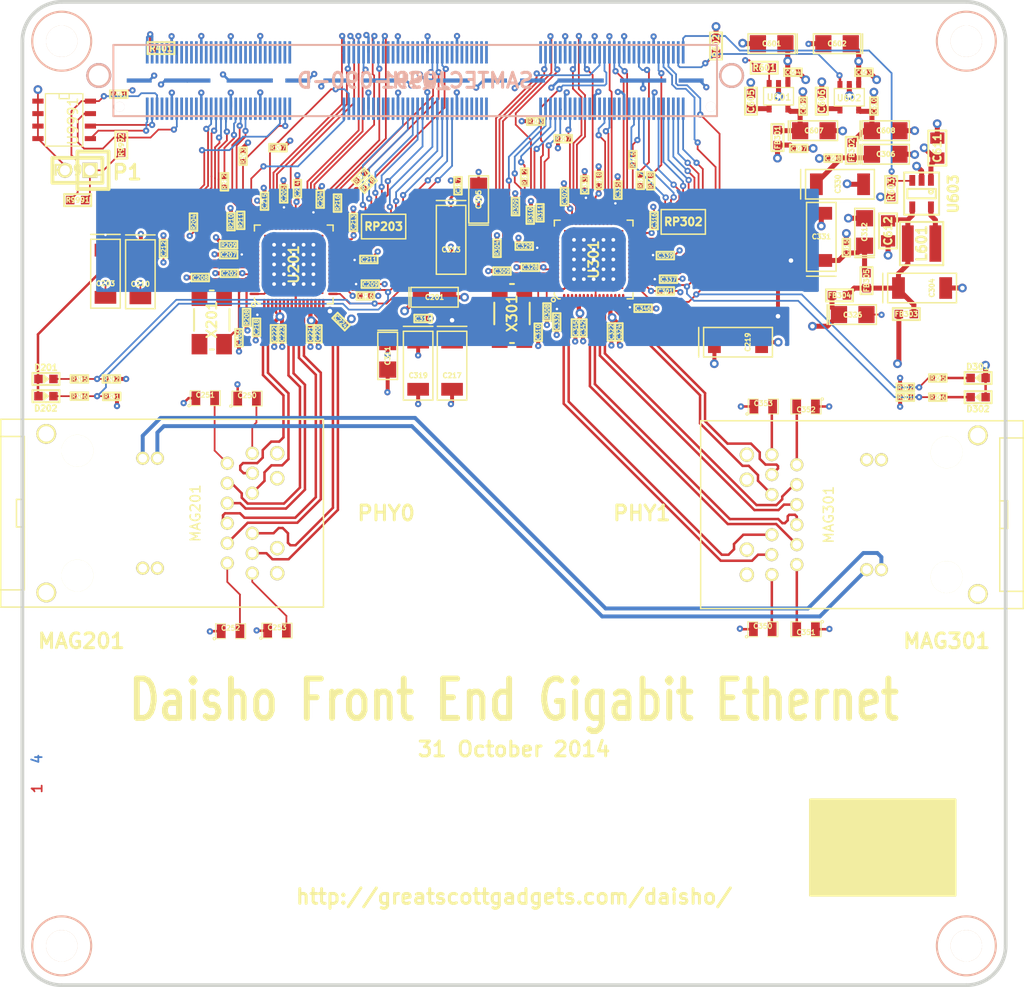
<source format=kicad_pcb>
(kicad_pcb (version 20221018) (generator pcbnew)
  (title_block (title "Daisho Project RS232 Front-End Board") (rev "1.0") (comment 1 "Copyright © 2013 Benjamin Vernoux") (comment 2 "License: GNU General Public License, version 2"))
  (layers (0 "F.Cu" signal "C1F") (1 "In1.Cu" signal "C2") (2 "In2.Cu" signal "C3") (31 "B.Cu" signal "C4B") (34 "B.Paste" user) (35 "F.Paste" user) (36 "B.SilkS" user "B.Silkscreen") (37 "F.SilkS" user "F.Silkscreen") (38 "B.Mask" user) (39 "F.Mask" user) (44 "Edge.Cuts" user))
  (net 0 "")
  (net 1 "/GigE Phy0/GTX_CLK")
  (net 2 "/GigE Phy0/LED1_D")
  (net 3 "/GigE Phy0/LED2_D")
  (net 4 "/GigE Phy0/TXD0")
  (net 5 "/GigE Phy0/TXD1")
  (net 6 "/GigE Phy0/TXD2")
  (net 7 "/GigE Phy0/TXD3")
  (net 8 "/GigE Phy0/TXD4")
  (net 9 "/GigE Phy0/TXD5")
  (net 10 "/GigE Phy0/TXD6")
  (net 11 "/GigE Phy0/TXD7")
  (net 12 "/GigE Phy1/GTX_CLK")
  (net 13 "/GigE Phy1/LED1_D")
  (net 14 "/GigE Phy1/LED2_D")
  (net 15 "/GigE Phy1/TXD0")
  (net 16 "/GigE Phy1/TXD1")
  (net 17 "/GigE Phy1/TXD2")
  (net 18 "/GigE Phy1/TXD3")
  (net 19 "/GigE Phy1/TXD4")
  (net 20 "/GigE Phy1/TXD5")
  (net 21 "/GigE Phy1/TXD6")
  (net 22 "/GigE Phy1/TXD7")
  (net 23 "/daisho connector/FE_I2C_SCL")
  (net 24 "/daisho connector/FE_I2C_SDA")
  (net 25 "FE_I2C_EEPROM_WP")
  (net 26 "FE_I2C_VCC")
  (net 27 "GIGE_AVDDH")
  (net 28 "GIGE_AVDDL")
  (net 29 "GIGE_AVDD_PLL")
  (net 30 "GIGE_DVDDH")
  (net 31 "GIGE_DVDDL")
  (net 32 "GND")
  (net 33 "MAG_VC_1")
  (net 34 "MAG_VC_2")
  (net 35 "MAG_VC_3")
  (net 36 "MAG_VC_4")
  (net 37 "PHY0_CLK125_NDO")
  (net 38 "PHY0_COL")
  (net 39 "PHY0_CRS")
  (net 40 "PHY0_GM_GTX_CLK")
  (net 41 "PHY0_GM_MDC")
  (net 42 "PHY0_GM_MIO")
  (net 43 "PHY0_GM_RXD0")
  (net 44 "PHY0_GM_RXD1")
  (net 45 "PHY0_GM_RXD2")
  (net 46 "PHY0_GM_RXD3")
  (net 47 "PHY0_GM_RXD4")
  (net 48 "PHY0_GM_RXD5")
  (net 49 "PHY0_GM_RXD6")
  (net 50 "PHY0_GM_RXD7")
  (net 51 "PHY0_GM_TXD0")
  (net 52 "PHY0_GM_TXD1")
  (net 53 "PHY0_GM_TXD2")
  (net 54 "PHY0_GM_TXD3")
  (net 55 "PHY0_GM_TXD4")
  (net 56 "PHY0_GM_TXD5")
  (net 57 "PHY0_GM_TXD6")
  (net 58 "PHY0_GM_TXD7")
  (net 59 "PHY0_GM_TX_EN")
  (net 60 "PHY0_GM_TX_ER")
  (net 61 "PHY0_HW_RST")
  (net 62 "PHY0_INT_N")
  (net 63 "PHY0_MDC")
  (net 64 "PHY0_MDIO")
  (net 65 "PHY0_PHYADDR0")
  (net 66 "PHY0_PHYADDR1")
  (net 67 "PHY0_TXRXM_A")
  (net 68 "PHY0_TXRXM_B")
  (net 69 "PHY0_TXRXM_C")
  (net 70 "PHY0_TXRXM_D")
  (net 71 "PHY0_TXRXP_A")
  (net 72 "PHY0_TXRXP_B")
  (net 73 "PHY0_TXRXP_C")
  (net 74 "PHY0_TXRXP_D")
  (net 75 "PHY0_TX_CLK")
  (net 76 "PHY0_TX_EN")
  (net 77 "PHY0_TX_ER")
  (net 78 "PHY1_CLK125_NDO")
  (net 79 "PHY1_COL")
  (net 80 "PHY1_CRS")
  (net 81 "PHY1_GM_GTX_CLK")
  (net 82 "PHY1_GM_MDC")
  (net 83 "PHY1_GM_MIO")
  (net 84 "PHY1_GM_RXD0")
  (net 85 "PHY1_GM_RXD1")
  (net 86 "PHY1_GM_RXD2")
  (net 87 "PHY1_GM_RXD3")
  (net 88 "PHY1_GM_RXD4")
  (net 89 "PHY1_GM_RXD5")
  (net 90 "PHY1_GM_RXD6")
  (net 91 "PHY1_GM_RXD7")
  (net 92 "PHY1_GM_TXD0")
  (net 93 "PHY1_GM_TXD1")
  (net 94 "PHY1_GM_TXD2")
  (net 95 "PHY1_GM_TXD3")
  (net 96 "PHY1_GM_TXD4")
  (net 97 "PHY1_GM_TXD5")
  (net 98 "PHY1_GM_TXD6")
  (net 99 "PHY1_GM_TXD7")
  (net 100 "PHY1_GM_TX_EN")
  (net 101 "PHY1_GM_TX_ER")
  (net 102 "PHY1_HW_RST")
  (net 103 "PHY1_INT_N")
  (net 104 "PHY1_MDC")
  (net 105 "PHY1_MDIO")
  (net 106 "PHY1_PHYADDR0")
  (net 107 "PHY1_PHYADDR1")
  (net 108 "PHY1_TXRXM_A")
  (net 109 "PHY1_TXRXM_B")
  (net 110 "PHY1_TXRXM_C")
  (net 111 "PHY1_TXRXM_D")
  (net 112 "PHY1_TXRXP_A")
  (net 113 "PHY1_TXRXP_B")
  (net 114 "PHY1_TXRXP_C")
  (net 115 "PHY1_TXRXP_D")
  (net 116 "PHY1_TX_CLK")
  (net 117 "PHY1_TX_EN")
  (net 118 "PHY1_TX_ER")
  (net 119 "V1P2_EN")
  (net 120 "V1P2_REG")
  (net 121 "V2P5_REG")
  (net 122 "V3P3_EN")
  (net 123 "V3P3_REG")
  (net 124 "VRAW_SW_5V")
  (net 125 "Net-(C206-Pad2)")
  (net 126 "Net-(C208-Pad2)")
  (net 127 "Net-(C250-Pad2)")
  (net 128 "Net-(C251-Pad2)")
  (net 129 "Net-(C252-Pad2)")
  (net 130 "Net-(C253-Pad2)")
  (net 131 "Net-(C309-Pad2)")
  (net 132 "Net-(C310-Pad2)")
  (net 133 "Net-(C350-Pad2)")
  (net 134 "Net-(C351-Pad2)")
  (net 135 "Net-(C352-Pad2)")
  (net 136 "Net-(C353-Pad2)")
  (net 137 "Net-(C605-Pad1)")
  (net 138 "Net-(C606-Pad1)")
  (net 139 "Net-(J9991-Pad5)")
  (net 140 "Net-(J9991-Pad8)")
  (net 141 "Net-(J9991-Pad7)")
  (net 142 "Net-(J9991-Pad10)")
  (net 143 "Net-(J9991-Pad9)")
  (net 144 "Net-(J9991-Pad13)")
  (net 145 "Net-(J9991-Pad16)")
  (net 146 "Net-(J9991-Pad15)")
  (net 147 "Net-(J9991-Pad18)")
  (net 148 "Net-(J9991-Pad17)")
  (net 149 "Net-(J9991-Pad20)")
  (net 150 "Net-(J9991-Pad19)")
  (net 151 "Net-(J9991-Pad22)")
  (net 152 "Net-(J9991-Pad21)")
  (net 153 "Net-(J9991-Pad26)")
  (net 154 "Net-(J9991-Pad25)")
  (net 155 "Net-(J9991-Pad27)")
  (net 156 "Net-(J9991-Pad29)")
  (net 157 "Net-(J9991-Pad31)")
  (net 158 "Net-(J9991-Pad33)")
  (net 159 "Net-(J9991-Pad37)")
  (net 160 "Net-(J9991-Pad39)")
  (net 161 "Net-(J9991-Pad41)")
  (net 162 "Net-(J9991-Pad44)")
  (net 163 "Net-(J9991-Pad43)")
  (net 164 "Net-(J9991-Pad46)")
  (net 165 "Net-(J9991-Pad45)")
  (net 166 "Net-(J9991-Pad50)")
  (net 167 "Net-(J9991-Pad49)")
  (net 168 "Net-(J9991-Pad52)")
  (net 169 "Net-(J9991-Pad51)")
  (net 170 "Net-(J9991-Pad54)")
  (net 171 "Net-(J9991-Pad53)")
  (net 172 "Net-(J9991-Pad55)")
  (net 173 "Net-(J9991-Pad57)")
  (net 174 "Net-(J9991-Pad59)")
  (net 175 "Net-(J9991-Pad66)")
  (net 176 "Net-(J9991-Pad68)")
  (net 177 "Net-(J9991-Pad70)")
  (net 178 "Net-(J9991-Pad74)")
  (net 179 "Net-(J9991-Pad76)")
  (net 180 "Net-(J9991-Pad78)")
  (net 181 "Net-(J9991-Pad80)")
  (net 182 "Net-(J9991-Pad79)")
  (net 183 "Net-(J9991-Pad82)")
  (net 184 "Net-(J9991-Pad81)")
  (net 185 "Net-(J9991-Pad85)")
  (net 186 "Net-(J9991-Pad87)")
  (net 187 "Net-(J9991-Pad89)")
  (net 188 "Net-(J9991-Pad91)")
  (net 189 "Net-(J9991-Pad93)")
  (net 190 "Net-(J9991-Pad103)")
  (net 191 "Net-(J9991-Pad105)")
  (net 192 "Net-(J9991-Pad110)")
  (net 193 "Net-(J9991-Pad109)")
  (net 194 "Net-(J9991-Pad112)")
  (net 195 "Net-(J9991-Pad111)")
  (net 196 "Net-(J9991-Pad114)")
  (net 197 "Net-(J9991-Pad113)")
  (net 198 "Net-(J9991-Pad116)")
  (net 199 "Net-(J9991-Pad115)")
  (net 200 "Net-(J9991-Pad118)")
  (net 201 "Net-(J9991-Pad117)")
  (net 202 "Net-(J9991-Pad120)")
  (net 203 "Net-(J9991-Pad119)")
  (net 204 "Net-(J9991-Pad121)")
  (net 205 "Net-(J9991-Pad129)")
  (net 206 "Net-(J9991-Pad133)")
  (net 207 "Net-(J9991-Pad136)")
  (net 208 "Net-(J9991-Pad140)")
  (net 209 "Net-(J9991-Pad142)")
  (net 210 "Net-(J9991-Pad141)")
  (net 211 "Net-(J9991-Pad146)")
  (net 212 "Net-(J9991-Pad152)")
  (net 213 "Net-(J9991-Pad154)")
  (net 214 "Net-(J9991-Pad158)")
  (net 215 "Net-(J9991-Pad157)")
  (net 216 "Net-(J9991-Pad159)")
  (net 217 "Net-(J9991-Pad163)")
  (net 218 "Net-(J9991-Pad166)")
  (net 219 "Net-(J9991-Pad165)")
  (net 220 "Net-(L601-Pad1)")
  (net 221 "Net-(MAG201-Pad20)")
  (net 222 "Net-(MAG201-Pad19)")
  (net 223 "Net-(MAG201-Pad18)")
  (net 224 "Net-(MAG301-Pad20)")
  (net 225 "Net-(MAG301-Pad19)")
  (net 226 "Net-(MAG301-Pad18)")
  (net 227 "Net-(P9991-Pad1)")
  (net 228 "Net-(R208-Pad2)")
  (net 229 "Net-(R308-Pad2)")
  (net 230 "Net-(U201-Pad6)")
  (net 231 "Net-(U201-Pad58)")
  (net 232 "Net-(U201-Pad62)")
  (net 233 "Net-(U301-Pad6)")
  (net 234 "Net-(U301-Pad58)")
  (net 235 "Net-(U301-Pad62)")
  (net 236 "Net-(J9991-Pad60)")
  (net 237 "Net-(J9991-Pad138)")
  (net 238 "PHY0_GM_RX_ERR")
  (net 239 "Net-(J9991-Pad175)")
  (net 240 "/Board Power/V2P5_EN")
  (net 241 "/daisho connector/VALT_FE")
  (net 242 "PHY0_GM_RX_CLK")
  (net 243 "PHY0_RXDV")
  (net 244 "PHY1_GM_RX_ERR")
  (net 245 "PHY1_GM_RXDV")
  (net 246 "PHY1_GM_RX_CLK")
  (footprint "GSG-HOLE126MIL" (layer "F.Cu") (at 176 140)
    (fp_text reference "H4" hide)
    (fp_text value "HOLE" hide)
  )
  (footprint "GSG-HOLE126MIL" (layer "F.Cu") (at 84 140)
    (fp_text reference "H3" hide)
    (fp_text value "HOLE" hide)
  )
  (footprint "GSG-HOLE126MIL" (layer "F.Cu") (at 176 48)
    (fp_text reference "H2" hide)
    (fp_text value "HOLE" hide)
  )
  (footprint "GSG-HOLE126MIL" (layer "F.Cu") (at 84 48)
    (fp_text reference "H1" hide)
    (fp_text value "HOLE" hide)
  )
  (footprint "GSG-0603" (layer "F.Cu") (at 85.6234 64.1604)
    (fp_text reference "R9991")
    (fp_text value "10k" hide)
  )
  (footprint "GSG-0603" (layer "F.Cu") (at 90.06 58.56 -90)
    (fp_text reference "R9992")
    (fp_text value "10k" hide)
  )
  (footprint "GSG-HEADER-1x2" (layer "F.Cu") (at 85.6 61.13 180)
    (fp_text reference "P9991")
    (fp_text value "CONN_2" hide)
  )
  (footprint "SO8E" (layer "F.Cu") (at 84.25 56 -90)
    (fp_text reference "U9991")
    (fp_text value "24C08" hide)
  )
  (footprint "SM0805" (layer "F.Cu") (at 101.175 108)
    (fp_text reference "C252")
    (fp_text value "0.1uF" hide)
  )
  (footprint "SM0805" (layer "F.Cu") (at 98.6 84.3)
    (fp_text reference "C251")
    (fp_text value "0.1uF" hide)
  )
  (footprint "SM0805" (layer "F.Cu") (at 102.85 84.35)
    (fp_text reference "C250")
    (fp_text value "0.1uF" hide)
  )
  (footprint "SM0805" (layer "F.Cu") (at 105.9 107.95)
    (fp_text reference "C253")
    (fp_text value "0.1uF" hide)
  )
  (footprint "SM0805" (layer "F.Cu") (at 155.3 107.8)
    (fp_text reference "C350")
    (fp_text value "0.1uF" hide)
  )
  (footprint "SM0805" (layer "F.Cu") (at 159.7 107.8 180)
    (fp_text reference "C351")
    (fp_text value "0.1uF" hide)
  )
  (footprint "SM0805" (layer "F.Cu") (at 159.7 85.15 180)
    (fp_text reference "C352")
    (fp_text value "0.1uF" hide)
  )
  (footprint "SM0805" (layer "F.Cu") (at 155.35 85.15)
    (fp_text reference "C353")
    (fp_text value "0.1uF" hide)
  )
  (footprint "GSG-0603D" (layer "F.Cu") (at 177.2 82.25 180)
    (fp_text reference "D301")
    (fp_text value "PHY1_ACT_YEL" hide)
  )
  (footprint "GSG-0603D" (layer "F.Cu") (at 177.2 84.2 180)
    (fp_text reference "D302")
    (fp_text value "PHY1_LNK_GREEN" hide)
  )
  (footprint "GSG-0603D" (layer "F.Cu") (at 82.4 82.35)
    (fp_text reference "D201")
    (fp_text value "PHY0_ACT" hide)
  )
  (footprint "GSG-0603D" (layer "F.Cu") (at 82.4 84.1)
    (fp_text reference "D202")
    (fp_text value "PHY0_LNK" hide)
  )
  (footprint "GSG-0603" (layer "F.Cu") (at 156.8 57.8 -90)
    (fp_text reference "FB301")
    (fp_text value "FBEAD" hide)
  )
  (footprint "GSG-0603" (layer "F.Cu") (at 164.35 59.1 -90)
    (fp_text reference "FB302")
    (fp_text value "FBEAD" hide)
  )
  (footprint "GSG-0603" (layer "F.Cu") (at 165.85 72.35 90)
    (fp_text reference "FB305")
    (fp_text value "FBEAD" hide)
  )
  (footprint "GSG-0603" (layer "F.Cu") (at 169.9 75.75 180)
    (fp_text reference "FB303")
    (fp_text value "FBEAD" hide)
  )
  (footprint "GSG-0603" (layer "F.Cu") (at 163.1 73.85 180)
    (fp_text reference "FB304")
    (fp_text value "FBEAD" hide)
  )
  (footprint "gsg-sm1206p" (layer "F.Cu") (at 167.8 59.5)
    (fp_text reference "C306")
    (fp_text value "10uF" hide)
  )
  (footprint "gsg-sm1206p" (layer "F.Cu") (at 126.4 64.1 90)
    (fp_text reference "C305")
    (fp_text value "10uF" hide)
  )
  (footprint "gsg-sm1206p" (layer "F.Cu") (at 164.45 75.8)
    (fp_text reference "C326")
    (fp_text value "10uF" hide)
  )
  (footprint "gsg-sm1206p" (layer "F.Cu") (at 117.15 80 -90)
    (fp_text reference "C311")
    (fp_text value "10uF" hide)
  )
  (footprint "gsg-sm1206p" (layer "F.Cu") (at 165.65 67.4 90)
    (fp_text reference "C312")
    (fp_text value "10uF" hide)
  )
  (footprint "gsg-2312" (layer "F.Cu") (at 163.15 62.55)
    (fp_text reference "C330")
    (fp_text value "47uF" hide)
  )
  (footprint "gsg-2312" (layer "F.Cu") (at 123.6 68.2 -90)
    (fp_text reference "C313")
    (fp_text value "47uF" hide)
  )
  (footprint "gsg-2312" (layer "F.Cu") (at 161.25 67.9 90)
    (fp_text reference "C331")
    (fp_text value "47uF" hide)
  )
  (footprint "gsg-2312" (layer "F.Cu") (at 120.25 81 -90)
    (fp_text reference "C319")
    (fp_text value "47uF" hide)
  )
  (footprint "gsg-2312" (layer "F.Cu") (at 171.5 73.1)
    (fp_text reference "C304")
    (fp_text value "47uF" hide)
  )
  (footprint "GSG-0402" (layer "F.Cu") (at 140.5636 63.1444 90)
    (fp_text reference "C335")
    (fp_text value "10nF" hide)
  )
  (footprint "GSG-0402" (layer "F.Cu") (at 162.45 59.9 180)
    (fp_text reference "C308")
    (fp_text value "0.1uF" hide)
  )
  (footprint "GSG-0402" (layer "F.Cu") (at 158.95 58.9)
    (fp_text reference "C307")
    (fp_text value "0.1uF" hide)
  )
  (footprint "GSG-0402" (layer "F.Cu") (at 145.388 69.8)
    (fp_text reference "C339")
    (fp_text value "10nF" hide)
  )
  (footprint "GSG-0402" (layer "F.Cu") (at 145.713 72.2)
    (fp_text reference "C337")
    (fp_text value "10nF" hide)
  )
  (footprint "GSG-0402" (layer "F.Cu") (at 144.238 66.25 90)
    (fp_text reference "C316")
    (fp_text value "10nF" hide)
  )
  (footprint "GSG-0402" (layer "F.Cu") (at 137.1854 62.611 90)
    (fp_text reference "C333")
    (fp_text value "10nF" hide)
  )
  (footprint "GSG-0402" (layer "F.Cu") (at 131.0386 68.834 180)
    (fp_text reference "C329")
    (fp_text value "10nF" hide)
  )
  (footprint "GSG-0402" (layer "F.Cu") (at 131.6482 70.993 180)
    (fp_text reference "C328")
    (fp_text value "0.1uF" hide)
  )
  (footprint "GSG-0402" (layer "F.Cu") (at 140.6652 77.5716 -90)
    (fp_text reference "C324")
    (fp_text value "10nF" hide)
  )
  (footprint "GSG-0402" (layer "F.Cu") (at 139.9032 77.5716 -90)
    (fp_text reference "C322")
    (fp_text value "10nF" hide)
  )
  (footprint "GSG-0402" (layer "F.Cu") (at 120.75 76.2)
    (fp_text reference "C314")
    (fp_text value "0.1uF" hide)
  )
  (footprint "GSG-0402" (layer "F.Cu") (at 134.3406 76.5556 -90)
    (fp_text reference "C332")
    (fp_text value "10nF" hide)
  )
  (footprint "GSG-0402" (layer "F.Cu") (at 138.6332 62.1538 90)
    (fp_text reference "C318")
    (fp_text value "10nF" hide)
  )
  (footprint "GSG-0402" (layer "F.Cu") (at 124.3 62.7 90)
    (fp_text reference "C317")
    (fp_text value "10nF" hide)
  )
  (footprint "GSG-0402" (layer "F.Cu") (at 163.8 69 90)
    (fp_text reference "C315")
    (fp_text value "0.1uF" hide)
  )
  (footprint "GSG-0402" (layer "F.Cu") (at 132.461 77.597 90)
    (fp_text reference "C310")
    (fp_text value "22pF" hide)
  )
  (footprint "GSG-0402" (layer "F.Cu") (at 128.778 71.374)
    (fp_text reference "C309")
    (fp_text value "22pF" hide)
  )
  (footprint "ABMM2" (layer "F.Cu") (at 129.794 75.692 90)
    (fp_text reference "X301")
    (fp_text value "25MHz" hide)
  )
  (footprint "ABMM2" (layer "F.Cu") (at 99.262 76.35 90)
    (fp_text reference "X201")
    (fp_text value "25MHz" hide)
  )
  (footprint "1506-RPACK" (layer "F.Cu") (at 116.738 66.85)
    (fp_text reference "RP203")
    (fp_text value "0" hide)
  )
  (footprint "SOT23-5" (layer "F.Cu") (at 156.9 53.6 180)
    (fp_text reference "U601")
    (fp_text value "MIC5207-2.5YM5" hide)
  )
  (footprint "SOT23-5" (layer "F.Cu") (at 164.1 53.7 180)
    (fp_text reference "U602")
    (fp_text value "MIC5207-3.3YM5" hide)
  )
  (footprint "Daisho:gsg-sm1206p" (layer "F.Cu") (at 156.2 48.25 180)
    (fp_text reference "C601")
    (fp_text value "10uF" hide)
  )
  (footprint "Daisho:gsg-sm1206p" (layer "F.Cu") (at 162.85 48.25 180)
    (fp_text reference "C602")
    (fp_text value "10uF" hide)
  )
  (footprint "Daisho:GSG-0402" (layer "F.Cu") (at 165.5826 51.1556)
    (fp_text reference "C603")
    (fp_text value "0.1uF" hide)
  )
  (footprint "Daisho:GSG-0402" (layer "F.Cu") (at 158.369 51.1556)
    (fp_text reference "C604")
    (fp_text value "0.1uF" hide)
  )
  (footprint "Daisho:GSG-0603" (layer "F.Cu") (at 154.1 54.1 90)
    (fp_text reference "C605")
    (fp_text value "470pF" hide)
  )
  (footprint "Daisho:GSG-0603" (layer "F.Cu") (at 161.3 54.1 90)
    (fp_text reference "C606")
    (fp_text value "470pF" hide)
  )
  (footprint "Daisho:gsg-sm1206p" (layer "F.Cu") (at 160.5 57.1)
    (fp_text reference "C607")
    (fp_text value "10uF" hide)
  )
  (footprint "Daisho:gsg-sm1206p" (layer "F.Cu") (at 167.8 57.1)
    (fp_text reference "C608")
    (fp_text value "10uF" hide)
  )
  (footprint "Daisho:GSG-0402" (layer "F.Cu") (at 159.4 54.6 90)
    (fp_text reference "C609")
    (fp_text value "0.1uF" hide)
  )
  (footprint "Daisho:GSG-0402" (layer "F.Cu") (at 166.6 54.6 90)
    (fp_text reference "C610")
    (fp_text value "0.1uF" hide)
  )
  (footprint "daisho:GSG-QFN64-25" (layer "F.Cu") (at 138.1 70.2 90)
    (fp_text reference "U301")
    (fp_text value "KSZ9031MNX" hide)
  )
  (footprint "BELFUSE-MAG" (layer "F.Cu") (at 174 96.15 -90)
    (fp_text reference "MAG301")
    (fp_text value "BELFUSE-0826-1X1T-M1-F" hide)
  )
  (footprint "GSG-0402" (layer "F.Cu") (at 137.0076 77.1652 -90)
    (fp_text reference "C342")
    (fp_text value "10nF" hide)
  )
  (footprint "GSG-0402" (layer "F.Cu") (at 136.2456 77.1652 -90)
    (fp_text reference "C345")
    (fp_text value "10nF" hide)
  )
  (footprint "GSG-0402" (layer "F.Cu") (at 143.129 75.1586)
    (fp_text reference "C346")
    (fp_text value "10nF" hide)
  )
  (footprint "Daisho:GSG-0402" (layer "F.Cu") (at 135.128 63.8048 90)
    (fp_text reference "C302")
    (fp_text value "10nF" hide)
  )
  (footprint "Daisho:GSG-0402" (layer "F.Cu") (at 145.388 73.4)
    (fp_text reference "C301")
    (fp_text value "10nF" hide)
  )
  (footprint "Daisho:GSG-0402" (layer "F.Cu") (at 102.2096 66.2178 90)
    (fp_text reference "R211")
    (fp_text value "0" hide)
  )
  (footprint "Daisho:GSG-0402" (layer "F.Cu") (at 100.55 62.3 90)
    (fp_text reference "R212")
    (fp_text value "0" hide)
  )
  (footprint "Daisho:GSG-0402" (layer "F.Cu") (at 112.05 64.462 90)
    (fp_text reference "R216")
    (fp_text value "0" hide)
  )
  (footprint "Daisho:GSG-0402" (layer "F.Cu") (at 114.4 61.8 45)
    (fp_text reference "R217")
    (fp_text value "0" hide)
  )
  (footprint "Daisho:GSG-0402" (layer "F.Cu") (at 115.15 62.55 45)
    (fp_text reference "R218")
    (fp_text value "0" hide)
  )
  (footprint "Daisho:GSG-0402" (layer "F.Cu") (at 132.6388 65.4558 90)
    (fp_text reference "R311")
    (fp_text value "0" hide)
  )
  (footprint "Daisho:GSG-0402" (layer "F.Cu") (at 131.075 61.825 90)
    (fp_text reference "R312")
    (fp_text value "0" hide)
  )
  (footprint "Daisho:1506-RPACK" (layer "F.Cu") (at 147.213 66.375)
    (fp_text reference "RP302")
    (fp_text value "0" hide)
  )
  (footprint "Daisho:gsg-sm1206p" (layer "F.Cu") (at 121.92 74.041)
    (fp_text reference "C201")
    (fp_text value "10uF" hide)
  )
  (footprint "Daisho:GSG-0402" (layer "F.Cu") (at 101.0412 71.60768 180)
    (fp_text reference "C202")
    (fp_text value "0.1uF" hide)
  )
  (footprint "Daisho:GSG-2312" (layer "F.Cu") (at 88.45 71.65 -90)
    (fp_text reference "C203")
    (fp_text value "47uF" hide)
  )
  (footprint "Daisho:GSG-0402" (layer "F.Cu") (at 106.5784 63.5254 90)
    (fp_text reference "C205")
    (fp_text value "10nF" hide)
  )
  (footprint "Daisho:GSG-0402" (layer "F.Cu") (at 102.0318 78.1558 90)
    (fp_text reference "C206")
    (fp_text value "22pF" hide)
  )
  (footprint "Daisho:GSG-0402" (layer "F.Cu") (at 100.97262 69.70014 180)
    (fp_text reference "C207")
    (fp_text value "10nF" hide)
  )
  (footprint "Daisho:GSG-0402" (layer "F.Cu") (at 98.0948 72.0344)
    (fp_text reference "C208")
    (fp_text value "22pF" hide)
  )
  (footprint "Daisho:GSG-0402" (layer "F.Cu") (at 115.388 72.7)
    (fp_text reference "C209")
    (fp_text value "10nF" hide)
  )
  (footprint "Daisho:GSG-2312" (layer "F.Cu") (at 92 71.7 -90)
    (fp_text reference "C210")
    (fp_text value "47uF" hide)
  )
  (footprint "Daisho:GSG-0402" (layer "F.Cu") (at 115.238 70.2)
    (fp_text reference "C211")
    (fp_text value "10nF" hide)
  )
  (footprint "Daisho:GSG-0402" (layer "F.Cu") (at 94.35 69.1 -90)
    (fp_text reference "C212")
    (fp_text value "10nF" hide)
  )
  (footprint "Daisho:GSG-0402" (layer "F.Cu") (at 113.665 66.421 90)
    (fp_text reference "C213")
    (fp_text value "10nF" hide)
  )
  (footprint "Daisho:GSG-0402" (layer "F.Cu") (at 107.96778 63.01486 90)
    (fp_text reference "C214")
    (fp_text value "10nF" hide)
  )
  (footprint "Daisho:GSG-0402" (layer "F.Cu") (at 104.6226 64.262 90)
    (fp_text reference "C215")
    (fp_text value "10nF" hide)
  )
  (footprint "Daisho:GSG-0402" (layer "F.Cu") (at 114.888 73.9)
    (fp_text reference "C216")
    (fp_text value "10nF" hide)
  )
  (footprint "Daisho:GSG-2312" (layer "F.Cu") (at 123.7 81 -90)
    (fp_text reference "C217")
    (fp_text value "47uF" hide)
  )
  (footprint "Daisho:GSG-2312" (layer "F.Cu") (at 152.781 78.613)
    (fp_text reference "C219")
    (fp_text value "47uF" hide)
  )
  (footprint "Daisho:GSG-0402" (layer "F.Cu") (at 110.0582 77.7606 -90)
    (fp_text reference "C220")
    (fp_text value "10nF" hide)
  )
  (footprint "Daisho:GSG-0402" (layer "F.Cu") (at 109.2962 77.7606 -90)
    (fp_text reference "C221")
    (fp_text value "10nF" hide)
  )
  (footprint "Daisho:GSG-0402" (layer "F.Cu") (at 105.6386 77.7606 -90)
    (fp_text reference "C222")
    (fp_text value "10nF" hide)
  )
  (footprint "Daisho:GSG-0402" (layer "F.Cu") (at 106.4006 77.7606 -90)
    (fp_text reference "C223")
    (fp_text value "10nF" hide)
  )
  (footprint "Daisho:GSG-0402" (layer "F.Cu") (at 112.4204 76.516 -45)
    (fp_text reference "C224")
    (fp_text value "10nF" hide)
  )
  (footprint "Daisho:GSG-0402" (layer "F.Cu") (at 142.075 60.05 90)
    (fp_text reference "R316")
    (fp_text value "0" hide)
  )
  (footprint "Daisho:GSG-0402" (layer "F.Cu") (at 142.85 62.15 90)
    (fp_text reference "R317")
    (fp_text value "0" hide)
  )
  (footprint "Daisho:GSG-0402" (layer "F.Cu") (at 143.9 62.2 90)
    (fp_text reference "R318")
    (fp_text value "0" hide)
  )
  (footprint "Daisho:GSG-0402" (layer "F.Cu") (at 89.0905 84.1248)
    (fp_text reference "R201")
    (fp_text value "1k" hide)
  )
  (footprint "Daisho:GSG-0402" (layer "F.Cu") (at 89.0524 82.3468)
    (fp_text reference "R202")
    (fp_text value "1k" hide)
  )
  (footprint "Daisho:GSG-0402" (layer "F.Cu") (at 102.4382 59.69 90)
    (fp_text reference "R203")
    (fp_text value "1k" hide)
  )
  (footprint "Daisho:GSG-0402" (layer "F.Cu") (at 97.4 66.4 -90)
    (fp_text reference "R204")
    (fp_text value "4.7K" hide)
  )
  (footprint "Daisho:GSG-0402" (layer "F.Cu") (at 105.9942 58.8264)
    (fp_text reference "R207")
    (fp_text value "1k" hide)
  )
  (footprint "Daisho:GSG-0402" (layer "F.Cu") (at 102.8 76.1 90)
    (fp_text reference "R208")
    (fp_text value "12.1k 1%" hide)
  )
  (footprint "Daisho:GSG-0402" (layer "F.Cu") (at 100.965 68.707 180)
    (fp_text reference "R209")
    (fp_text value "4.7K" hide)
  )
  (footprint "Daisho:GSG-0402" (layer "F.Cu") (at 101.219 66.3448 -90)
    (fp_text reference "R210")
    (fp_text value "4.7K" hide)
  )
  (footprint "Daisho:GSG-0402" (layer "F.Cu") (at 169.799 84.201 180)
    (fp_text reference "R301")
    (fp_text value "1k" hide)
  )
  (footprint "Daisho:GSG-0402" (layer "F.Cu") (at 169.799 83.1977 180)
    (fp_text reference "R302")
    (fp_text value "1k" hide)
  )
  (footprint "Daisho:GSG-0402" (layer "F.Cu") (at 132.207 56.134 180)
    (fp_text reference "R303")
    (fp_text value "1k" hide)
  )
  (footprint "Daisho:GSG-0402" (layer "F.Cu") (at 128.27 69.0626 90)
    (fp_text reference "R304")
    (fp_text value "4.7K" hide)
  )
  (footprint "Daisho:GSG-0402" (layer "F.Cu") (at 135.001 57.912 180)
    (fp_text reference "R307")
    (fp_text value "1k" hide)
  )
  (footprint "Daisho:GSG-0402" (layer "F.Cu") (at 130.1496 64.8208 -90)
    (fp_text reference "R309")
    (fp_text value "4.7K" hide)
  )
  (footprint "Daisho:GSG-0402" (layer "F.Cu") (at 131.6482 65.6844 -90)
    (fp_text reference "R310")
    (fp_text value "4.7K" hide)
  )
  (footprint "daisho:GSG-0805" (layer "F.Cu") (at 173.05 58.87 -90)
    (fp_text reference "C611")
    (fp_text value "10uF" hide)
  )
  (footprint "daisho:GSG-0805" (layer "F.Cu") (at 168.04 67.29 -90)
    (fp_text reference "C612")
    (fp_text value "10uF" hide)
  )
  (footprint "daisho:GSG-0603" (layer "F.Cu") (at 155.448 50.6984 180)
    (fp_text reference "R601")
    (fp_text value "10k" hide)
  )
  (footprint "daisho:GSG-0603" (layer "F.Cu") (at 150.5458 48.4886 90)
    (fp_text reference "R602")
    (fp_text value "10k" hide)
  )
  (footprint "daisho:GSG-0603" (layer "F.Cu") (at 168.36 63.08 -90)
    (fp_text reference "R603")
    (fp_text value "10k" hide)
  )
  (footprint "GSG-NRG4026" (layer "F.Cu") (at 171.45 68.58 180)
    (fp_text reference "L601")
    (fp_text value "4u7" hide)
  )
  (footprint "Daisho:BELFUSE-MAG" (layer "F.Cu") (at 85.6 96 90)
    (fp_text reference "MAG201")
    (fp_text value "BELFUSE-0826-1X1T-M1-F" hide)
  )
  (footprint "Daisho:GSG-0402" (layer "F.Cu") (at 85.8 82.35)
    (fp_text reference "R205")
    (fp_text value "1k" hide)
  )
  (footprint "Daisho:GSG-0402" (layer "F.Cu") (at 85.8 84.1)
    (fp_text reference "R206")
    (fp_text value "1k" hide)
  )
  (footprint "Daisho:GSG-0402" (layer "F.Cu") (at 173.1 82.25 180)
    (fp_text reference "R305")
    (fp_text value "1k" hide)
  )
  (footprint "Daisho:GSG-0402" (layer "F.Cu") (at 173.1 84.2 180)
    (fp_text reference "R306")
    (fp_text value "1k" hide)
  )
  (footprint "Daisho:GSG-0402" (layer "F.Cu") (at 103.8098 77.1002 -90)
    (fp_text reference "C218")
    (fp_text value "10nF" hide)
  )
  (footprint "Daisho:GSG-0402" (layer "F.Cu") (at 133.35 75.5396 90)
    (fp_text reference "R308")
    (fp_text value "12.1k 1%" hide)
  )
  (footprint "daisho:GSG-QFN64-25" (layer "F.Cu") (at 107.6 70.7 90)
    (fp_text reference "U201")
    (fp_text value "KSZ9031MNX" hide)
  )
  (footprint "Daisho:GSG-0402" (layer "F.Cu") (at 110.2868 64.0588 90)
    (fp_text reference "C204")
    (fp_text value "10nF" hide)
  )
  (footprint "Daisho:IPC_SOT95P280X110-5N" (layer "F.Cu") (at 171.45 63.5 -90)
    (fp_text reference "U603")
    (fp_text value "XC9236-MR" hide)
  )
  (footprint "daisho:GSG-0402" (layer "F.Cu") (at 89.8 53.4)
    (fp_text reference "C401")
    (fp_text value "0.1uF" hide)
  )
  (footprint "daisho:GSG-0603" (layer "F.Cu") (at 94.1 48.7)
    (fp_text reference "R401")
    (fp_text value "10k" hide)
  )
  (footprint "samtec_qsh-090-01-f-d-a:SAMTEC_QSH-090-01-F-D-A" (layer "B.Cu") (at 119.95 52)
    (fp_text reference "J9991")
    (fp_text value "SAMTEC_QSH-090-D")
  )
  (gr_line (start 175.99914 144.00022) (end 84.00034 144.00022) (stroke (width 0.381)) (layer "Edge.Cuts"))
  (gr_arc (start 175.99914 44.00042) (mid 178.827921 45.172139) (end 179.99964 48.00092) (stroke (width 0.381)) (layer "Edge.Cuts"))
  (gr_line (start 179.99964 48.00092) (end 179.99964 139.99972) (stroke (width 0.381)) (layer "Edge.Cuts"))
  (gr_line (start 79.99984 139.99972) (end 79.99984 48.00092) (stroke (width 0.381)) (layer "Edge.Cuts"))
  (gr_arc (start 84.00034 144.00022) (mid 81.171559 142.828501) (end 79.99984 139.99972) (stroke (width 0.381)) (layer "Edge.Cuts"))
  (gr_line (start 84.00034 44.00042) (end 175.99914 44.00042) (stroke (width 0.381)) (layer "Edge.Cuts"))
  (gr_arc (start 179.99964 139.99972) (mid 178.827921 142.828501) (end 175.99914 144.00022) (stroke (width 0.381)) (layer "Edge.Cuts"))
  (gr_arc (start 79.99984 48.00092) (mid 81.171559 45.172139) (end 84.00034 44.00042) (stroke (width 0.381)) (layer "Edge.Cuts"))
  (gr_text "1" (at 81.5 124 90) (layer "F.Cu") (effects (font (size 1.016 1.016) (thickness 0.1778))))
  (gr_text "4" (at 81.5 121 90) (layer "B.Cu") (effects (font (size 1.016 1.016) (thickness 0.1778))))
  (gr_text "P1" (at 90.66 61.34) (layer "F.SilkS") (effects (font (size 1.5 1.5) (thickness 0.3))))
  (gr_text "PHY1" (at 143 96) (layer "F.SilkS") (effects (font (size 1.5 1.5) (thickness 0.3))))
  (gr_text "31 October 2014" (at 130 120) (layer "F.SilkS") (effects (font (size 1.5 1.5) (thickness 0.3))))
  (gr_text "Daisho Front End Gigabit Ethernet" (at 130 115) (layer "F.SilkS") (effects (font (size 4 3) (thickness 0.6))))
  (gr_text "http://greatscottgadgets.com/daisho/" (at 130 135) (layer "F.SilkS") (effects (font (size 1.5 1.5) (thickness 0.3))))
  (gr_text "MAG301" (at 174 109) (layer "F.SilkS") (effects (font (size 1.5 1.5) (thickness 0.3))))
  (gr_text "PHY0" (at 117 96) (layer "F.SilkS") (effects (font (size 1.5 1.5) (thickness 0.3))))
  (gr_text "MAG201" (at 86 109) (layer "F.SilkS") (effects (font (size 1.5 1.5) (thickness 0.3))))
  (segment (start 112.649 63.551) (end 114.022829 62.177171) (width 0.1778) (layer "F.Cu") (net 1))
  (segment (start 112.649 67.289) (end 112.649 63.551) (width 0.1778) (layer "F.Cu") (net 1))
  (segment (start 112.238 67.7) (end 112.649 67.289) (width 0.1778) (layer "F.Cu") (net 1))
  (segment (start 111.638 67.7) (end 112.238 67.7) (width 0.1778) (layer "F.Cu") (net 1))
  (segment (start 85.2666 84.1) (end 83.112 84.1) (width 0.1778) (layer "F.Cu") (net 2))
  (segment (start 85.2666 82.35) (end 83.162 82.35) (width 0.1778) (layer "F.Cu") (net 3))
  (segment (start 111.63774 72.09944) (end 116.238 72.09944) (width 0.1778) (layer "F.Cu") (net 4))
  (segment (start 118.5755 70.071194) (end 118.5755 67.65) (width 0.1778) (layer "F.Cu") (net 4))
  (segment (start 116.238 72.09944) (end 116.247254 72.09944) (width 0.1778) (layer "F.Cu") (net 4))
  (segment (start 116.547254 72.09944) (end 117.742347 70.904347) (width 0.1778) (layer "F.Cu") (net 4))
  (segment (start 117.742347 70.904347) (end 117.767347 70.879347) (width 0.1778) (layer "F.Cu") (net 4))
  (segment (start 116.238 72.09944) (end 116.547254 72.09944) (width 0.1778) (layer "F.Cu") (net 4))
  (segment (start 117.742347 70.904347) (end 118.5755 70.071194) (width 0.1778) (layer "F.Cu") (net 4))
  (segment (start 111.63774 71.70066) (end 116.138 71.70066) (width 0.1778) (layer "F.Cu") (net 5))
  (segment (start 117.988 70.155796) (end 117.988 67.65) (width 0.1778) (layer "F.Cu") (net 5))
  (segment (start 116.138 71.70066) (end 116.143136 71.70066) (width 0.1778) (layer "F.Cu") (net 5))
  (segment (start 116.443136 71.70066) (end 117.988 70.155796) (width 0.1778) (layer "F.Cu") (net 5))
  (segment (start 116.138 71.70066) (end 116.443136 71.70066) (width 0.1778) (layer "F.Cu") (net 5))
  (segment (start 111.63774 71.29934) (end 116.038 71.29934) (width 0.1778) (layer "F.Cu") (net 6))
  (segment (start 117.488 70.152898) (end 117.488 67.65) (width 0.1778) (layer "F.Cu") (net 6))
  (segment (start 116.038 71.29934) (end 116.041558 71.29934) (width 0.1778) (layer "F.Cu") (net 6))
  (segment (start 116.341558 71.29934) (end 117.488 70.152898) (width 0.1778) (layer "F.Cu") (net 6))
  (segment (start 116.038 71.29934) (end 116.341558 71.29934) (width 0.1778) (layer "F.Cu") (net 6))
  (segment (start 116.988 67.65) (end 116.988 70.15) (width 0.1778) (layer "F.Cu") (net 7))
  (segment (start 116.23744 70.90056) (end 116.988 70.15) (width 0.1778) (layer "F.Cu") (net 7))
  (segment (start 111.63774 70.90056) (end 116.23744 70.90056) (width 0.1778) (layer "F.Cu") (net 7))
  (segment (start 111.63774 70.10046) (end 112.854928 70.10046) (width 0.1778) (layer "F.Cu") (net 8))
  (segment (start 116.488 68.152898) (end 116.488 67.65) (width 0.1778) (layer "F.Cu") (net 8))
  (segment (start 115.074092 69.566806) (end 116.488 68.152898) (width 0.1778) (layer "F.Cu") (net 8))
  (segment (start 113.388582 69.566806) (end 115.074092 69.566806) (width 0.1778) (layer "F.Cu") (net 8))
  (segment (start 112.854928 70.10046) (end 113.388582 69.566806) (width 0.1778) (layer "F.Cu") (net 8))
  (segment (start 111.63774 69.69914) (end 112.75335 69.69914) (width 0.1778) (layer "F.Cu") (net 9))
  (segment (start 115.988 68.15) (end 115.988 67.65) (width 0.1778) (layer "F.Cu") (net 9))
  (segment (start 114.926796 69.211204) (end 115.988 68.15) (width 0.1778) (layer "F.Cu") (net 9))
  (segment (start 113.241286 69.211204) (end 114.926796 69.211204) (width 0.1778) (layer "F.Cu") (net 9))
  (segment (start 112.75335 69.69914) (end 113.241286 69.211204) (width 0.1778) (layer "F.Cu") (net 9))
  (segment (start 111.63774 69.30036) (end 112.649232 69.30036) (width 0.1778) (layer "F.Cu") (net 10))
  (segment (start 115.488 68.1) (end 115.488 67.65) (width 0.1778) (layer "F.Cu") (net 10))
  (segment (start 114.732398 68.855602) (end 115.488 68.1) (width 0.1778) (layer "F.Cu") (net 10))
  (segment (start 113.09399 68.855602) (end 114.732398 68.855602) (width 0.1778) (layer "F.Cu") (net 10))
  (segment (start 112.649232 69.30036) (end 113.09399 68.855602) (width 0.1778) (layer "F.Cu") (net 10))
  (segment (start 111.638 68.9) (end 112.546694 68.9) (width 0.1778) (layer "F.Cu") (net 11))
  (segment (start 114.9005 68.1375) (end 114.9005 67.65) (width 0.1778) (layer "F.Cu") (net 11))
  (segment (start 114.538 68.5) (end 114.9005 68.1375) (width 0.1778) (layer "F.Cu") (net 11))
  (segment (start 112.946694 68.5) (end 114.538 68.5) (width 0.1778) (layer "F.Cu") (net 11))
  (segment (start 112.546694 68.9) (end 112.946694 68.5) (width 0.1778) (layer "F.Cu") (net 11))
  (segment (start 142.731 67.2) (end 142.85 67.081) (width 0.1778) (layer "F.Cu") (net 12))
  (segment (start 142.85 67.081) (end 142.85 62.6834) (width 0.1778) (layer "F.Cu") (net 12))
  (segment (start 142.1 67.2) (end 142.731 67.2) (width 0.1778) (layer "F.Cu") (net 12))
  (segment (start 176.438 84.2) (end 173.6334 84.2) (width 0.254) (layer "F.Cu") (net 13))
  (segment (start 176.438 82.25) (end 173.6334 82.25) (width 0.254) (layer "F.Cu") (net 14))
  (segment (start 149.0505 69.435842) (end 149.0505 67.125) (width 0.1778) (layer "F.Cu") (net 15))
  (segment (start 146.886902 71.59944) (end 149.0505 69.435842) (width 0.1778) (layer "F.Cu") (net 15))
  (segment (start 142.13774 71.59944) (end 146.886902 71.59944) (width 0.1778) (layer "F.Cu") (net 15))
  (segment (start 148.463 69.520434) (end 148.463 67.125) (width 0.1778) (layer "F.Cu") (net 16))
  (segment (start 146.782774 71.20066) (end 148.463 69.520434) (width 0.1778) (layer "F.Cu") (net 16))
  (segment (start 142.13774 71.20066) (end 146.782774 71.20066) (width 0.1778) (layer "F.Cu") (net 16))
  (segment (start 147.963 69.517526) (end 147.963 67.125) (width 0.1778) (layer "F.Cu") (net 17))
  (segment (start 142.13774 70.79934) (end 146.681186 70.79934) (width 0.1778) (layer "F.Cu") (net 17))
  (segment (start 146.681186 70.79934) (end 147.963 69.517526) (width 0.1778) (layer "F.Cu") (net 17))
  (segment (start 142.13774 70.40056) (end 146.577058 70.40056) (width 0.1778) (layer "F.Cu") (net 18))
  (segment (start 147.488 69.489618) (end 147.488 67.15) (width 0.1778) (layer "F.Cu") (net 18))
  (segment (start 146.577058 70.40056) (end 147.488 69.489618) (width 0.1778) (layer "F.Cu") (net 18))
  (segment (start 142.13774 69.60046) (end 143.354958 69.60046) (width 0.1778) (layer "F.Cu") (net 19))
  (segment (start 146.988 67.652898) (end 146.988 67.15) (width 0.1778) (layer "F.Cu") (net 19))
  (segment (start 143.354958 69.60046) (end 143.804389 69.151029) (width 0.1778) (layer "F.Cu") (net 19))
  (segment (start 145.489869 69.151029) (end 146.988 67.652898) (width 0.1778) (layer "F.Cu") (net 19))
  (segment (start 143.804389 69.151029) (end 145.489869 69.151029) (width 0.1778) (layer "F.Cu") (net 19))
  (segment (start 145.342581 68.795419) (end 146.488 67.65) (width 0.1778) (layer "F.Cu") (net 20))
  (segment (start 142.13774 69.19914) (end 143.25337 69.19914) (width 0.1778) (layer "F.Cu") (net 20))
  (segment (start 143.657091 68.795419) (end 145.342581 68.795419) (width 0.1778) (layer "F.Cu") (net 20))
  (segment (start 146.488 67.65) (end 146.488 67.15) (width 0.1778) (layer "F.Cu") (net 20))
  (segment (start 143.25337 69.19914) (end 143.657091 68.795419) (width 0.1778) (layer "F.Cu") (net 20))
  (segment (start 145.125989 68.439811) (end 145.988 67.5778) (width 0.1778) (layer "F.Cu") (net 21))
  (segment (start 142.13774 68.80036) (end 143.149242 68.80036) (width 0.1778) (layer "F.Cu") (net 21))
  (segment (start 143.149242 68.80036) (end 143.509791 68.439811) (width 0.1778) (layer "F.Cu") (net 21))
  (segment (start 143.509791 68.439811) (end 145.125989 68.439811) (width 0.1778) (layer "F.Cu") (net 21))
  (segment (start 145.988 67.5778) (end 145.988 67.15) (width 0.1778) (layer "F.Cu") (net 21))
  (segment (start 143.046694 68.4) (end 143.362493 68.084201) (width 0.1778) (layer "F.Cu") (net 22))
  (segment (start 145.4005 67.1875) (end 145.4005 67.15) (width 0.1778) (layer "F.Cu") (net 22))
  (segment (start 142.138 68.4) (end 143.046694 68.4) (width 0.1778) (layer "F.Cu") (net 22))
  (segment (start 144.503799 68.084201) (end 145.4005 67.1875) (width 0.1778) (layer "F.Cu") (net 22))
  (segment (start 143.362493 68.084201) (end 144.503799 68.084201) (width 0.1778) (layer "F.Cu") (net 22))
  (segment (start 93.1926 56.515) (end 87.037 56.515) (width 0.1778) (layer "F.Cu") (net 23))
  (segment (start 87.037 56.515) (end 86.917 56.635) (width 0.1778) (layer "F.Cu") (net 23))
  (segment (start 86.917 56.635) (end 87.0134 56.635) (width 0.1778) (layer "F.Cu") (net 23))
  (segment (start 87.0134 56.635) (end 87.0458 56.6674) (width 0.1778) (layer "F.Cu") (net 23))
  (segment (start 87.0458 56.6674) (end 86.917 56.635) (width 0.1778) (layer "F.Cu") (net 23))
  (via (at 93.1926 56.515) (size 0.635) (drill 0.254) (layers "F.Cu" "B.Cu") (net 23))
  (segment (start 93.19618 56.51142) (end 93.1926 56.515) (width 0.1778) (layer "B.Cu") (net 23))
  (segment (start 93.19618 54.86512) (end 93.19618 56.51142) (width 0.1778) (layer "B.Cu") (net 23))
  (segment (start 87.7228 57.0992) (end 92.583 57.0992) (width 0.1778) (layer "F.Cu") (net 24))
  (segment (start 86.917 57.905) (end 87.7228 57.0992) (width 0.1778) (layer "F.Cu") (net 24))
  (via (at 92.583 57.0992) (size 0.635) (drill 0.254) (layers "F.Cu" "B.Cu") (net 24))
  (segment (start 92.583 57.0992) (end 92.6084 57.0738) (width 0.1778) (layer "B.Cu") (net 24))
  (segment (start 92.6084 57.0738) (end 92.6084 56.3118) (width 0.1778) (layer "B.Cu") (net 24))
  (segment (start 92.6084 56.3118) (end 92.6958 56.2244) (width 0.1778) (layer "B.Cu") (net 24))
  (segment (start 92.6958 56.2244) (end 92.6958 54.86512) (width 0.1778) (layer "B.Cu") (net 24))
  (segment (start 92.6958 54.86512) (end 92.71 54.87932) (width 0.1778) (layer "B.Cu") (net 24))
  (segment (start 92.71 54.87932) (end 92.71 54.9148) (width 0.1778) (layer "B.Cu") (net 24))
  (segment (start 92.71 54.9148) (end 92.6958 54.86512) (width 0.1778) (layer "B.Cu") (net 24))
  (segment (start 92.7009 54.6695) (end 92.7009 55.8879) (width 0.1778) (layer "B.Cu") (net 24))
  (segment (start 89.312 57.798) (end 88.19 58.92) (width 0.1778) (layer "F.Cu") (net 25))
  (segment (start 88.19 58.92) (end 86.28 58.92) (width 0.1778) (layer "F.Cu") (net 25))
  (segment (start 86.28 58.92) (end 85.63 58.27) (width 0.1778) (layer "F.Cu") (net 25))
  (segment (start 85.63 58.27) (end 85.63 56.03) (width 0.1778) (layer "F.Cu") (net 25))
  (segment (start 85.63 56.03) (end 86.295 55.365) (width 0.1778) (layer "F.Cu") (net 25))
  (segment (start 86.295 55.365) (end 86.917 55.365) (width 0.1778) (layer "F.Cu") (net 25))
  (segment (start 93.84 56.99) (end 93.032 57.798) (width 0.1778) (layer "F.Cu") (net 25))
  (segment (start 93.032 57.798) (end 90.06 57.798) (width 0.1778) (layer "F.Cu") (net 25))
  (segment (start 95.41 56.99) (end 95.4 56.99) (width 0.1778) (layer "F.Cu") (net 25))
  (segment (start 90.06 57.798) (end 89.312 57.798) (width 0.1778) (layer "F.Cu") (net 25))
  (segment (start 95.41 56.99) (end 93.84 56.99) (width 0.1778) (layer "F.Cu") (net 25))
  (via (at 95.41 56.99) (size 0.635) (drill 0.254) (layers "F.Cu" "B.Cu") (net 25))
  (segment (start 95.7006 54.6695) (end 95.7106 56.6894) (width 0.1778) (layer "B.Cu") (net 25))
  (segment (start 95.7106 56.6894) (end 95.41 56.99) (width 0.1778) (layer "B.Cu") (net 25))
  (segment (start 88.2904 53.594) (end 87.7894 54.095) (width 0.1778) (layer "F.Cu") (net 26))
  (segment (start 87.7894 54.095) (end 86.917 54.095) (width 0.1778) (layer "F.Cu") (net 26))
  (segment (start 86.917 54.095) (end 86.0114 54.095) (width 0.1778) (layer "F.Cu") (net 26))
  (segment (start 86.0114 54.095) (end 84.9884 55.118) (width 0.1778) (layer "F.Cu") (net 26))
  (segment (start 84.9884 55.118) (end 84.9884 59.5884) (width 0.1778) (layer "F.Cu") (net 26))
  (segment (start 84.9884 59.5884) (end 85.6234 60.2234) (width 0.1778) (layer "F.Cu") (net 26))
  (segment (start 85.6234 60.2234) (end 85.6234 63.3984) (width 0.1778) (layer "F.Cu") (net 26))
  (segment (start 85.6234 63.3984) (end 84.8614 64.1604) (width 0.1778) (layer "F.Cu") (net 26))
  (segment (start 84.8614 64.1604) (end 84.8614 64.0842) (width 0.1778) (layer "F.Cu") (net 26))
  (segment (start 84.8614 64.0842) (end 84.836 64.0588) (width 0.1778) (layer "F.Cu") (net 26))
  (segment (start 84.836 64.0588) (end 84.8614 64.1604) (width 0.1778) (layer "F.Cu") (net 26))
  (segment (start 89.0726 53.594) (end 89.2666 53.4) (width 0.1778) (layer "F.Cu") (net 26))
  (segment (start 89.2666 53.4) (end 89.2 53.4) (width 0.1778) (layer "F.Cu") (net 26))
  (segment (start 89.2 53.4) (end 89.2666 53.4) (width 0.1778) (layer "F.Cu") (net 26))
  (segment (start 88.2904 53.594) (end 89.0726 53.594) (width 0.1778) (layer "F.Cu") (net 26))
  (via (at 88.2904 53.594) (size 0.635) (drill 0.254) (layers "F.Cu" "B.Cu") (net 26))
  (segment (start 93.69656 53.48836) (end 93.4974 53.2892) (width 0.1778) (layer "B.Cu") (net 26))
  (segment (start 93.4974 53.2892) (end 92.1004 53.2892) (width 0.1778) (layer "B.Cu") (net 26))
  (segment (start 92.1004 53.2892) (end 91.7956 53.594) (width 0.1778) (layer "B.Cu") (net 26))
  (segment (start 91.7956 53.594) (end 88.2904 53.594) (width 0.1778) (layer "B.Cu") (net 26))
  (segment (start 93.69656 54.86512) (end 93.69656 53.48836) (width 0.1778) (layer "B.Cu") (net 26))
  (segment (start 166.038 59.862) (end 166.4 59.5) (width 0.508) (layer "F.Cu") (net 27))
  (segment (start 163.0214 59.862) (end 162.9834 59.9) (width 0.508) (layer "F.Cu") (net 27))
  (segment (start 104.60036 75.39964) (end 104.175 75.825) (width 0.1778) (layer "F.Cu") (net 27))
  (segment (start 104.175 75.825) (end 103.9 75.825) (width 0.1778) (layer "F.Cu") (net 27))
  (segment (start 110.6 75.3052) (end 110.744 75.4492) (width 0.2286) (layer "F.Cu") (net 27))
  (segment (start 111.789229 76.138829) (end 111.2774 75.627) (width 0.4) (layer "F.Cu") (net 27))
  (segment (start 111.2774 75.627) (end 111.2774 75.4492) (width 0.4) (layer "F.Cu") (net 27))
  (segment (start 103.9 76.4766) (end 103.9 75.825) (width 0.4) (layer "F.Cu") (net 27))
  (segment (start 135.1 74.8564) (end 134.7216 75.2348) (width 0.1778) (layer "F.Cu") (net 27))
  (segment (start 134.7216 75.2348) (end 134.366 75.2348) (width 0.1778) (layer "F.Cu") (net 27))
  (segment (start 134.366 75.9968) (end 134.3406 76.0222) (width 0.4) (layer "F.Cu") (net 27))
  (segment (start 141.1 74.8568) (end 141.3002 75.057) (width 0.2286) (layer "F.Cu") (net 27))
  (segment (start 142.494 75.057) (end 141.7828 75.057) (width 0.4) (layer "F.Cu") (net 27))
  (segment (start 123.7 76.3798) (end 123.698 76.3778) (width 0.4) (layer "F.Cu") (net 27))
  (segment (start 160.75 62.77) (end 156.845 66.675) (width 0.4) (layer "F.Cu") (net 27))
  (segment (start 156.845 66.675) (end 156.845 75.9714) (width 0.4) (layer "F.Cu") (net 27))
  (segment (start 160.75 62.4144) (end 162.9834 60.181) (width 0.508) (layer "F.Cu") (net 27))
  (segment (start 162.9834 60.181) (end 162.9834 59.9) (width 0.508) (layer "F.Cu") (net 27))
  (segment (start 164.35 59.862) (end 166.038 59.862) (width 0.508) (layer "F.Cu") (net 27))
  (segment (start 142.5956 75.1586) (end 142.494 75.057) (width 0.4) (layer "F.Cu") (net 27))
  (segment (start 111.2774 75.4492) (end 110.744 75.4492) (width 0.2286) (layer "F.Cu") (net 27))
  (segment (start 164.35 59.862) (end 163.0214 59.862) (width 0.508) (layer "F.Cu") (net 27))
  (segment (start 104.60036 75.39964) (end 104.60036 74.8) (width 0.1778) (layer "F.Cu") (net 27))
  (segment (start 123.7 78.6) (end 123.7 76.3798) (width 0.4) (layer "F.Cu") (net 27))
  (segment (start 135.1 74.2) (end 135.1 74.8564) (width 0.1778) (layer "F.Cu") (net 27))
  (segment (start 160.75 62.55) (end 160.75 62.77) (width 0.4) (layer "F.Cu") (net 27))
  (segment (start 134.366 75.2348) (end 134.366 75.9968) (width 0.4) (layer "F.Cu") (net 27))
  (segment (start 110.6 75.3052) (end 110.6 74.8) (width 0.2286) (layer "F.Cu") (net 27))
  (segment (start 112.043229 76.138829) (end 111.789229 76.138829) (width 0.4) (layer "F.Cu") (net 27))
  (segment (start 141.7828 75.057) (end 141.3002 75.057) (width 0.2286) (layer "F.Cu") (net 27))
  (segment (start 160.75 62.55) (end 160.75 62.4144) (width 0.508) (layer "F.Cu") (net 27))
  (segment (start 103.8098 76.5668) (end 103.9 76.4766) (width 0.4) (layer "F.Cu") (net 27))
  (segment (start 141.1 74.8568) (end 141.1 74.2) (width 0.2286) (layer "F.Cu") (net 27))
  (via (at 141.7828 75.057) (size 0.635) (drill 0.254) (layers "F.Cu" "B.Cu") (net 27))
  (via (at 123.698 76.3778) (size 0.889) (drill 0.4572) (layers "F.Cu" "B.Cu") (net 27))
  (via (at 111.2774 75.4492) (size 0.889) (drill 0.4572) (layers "F.Cu" "B.Cu") (net 27))
  (via (at 156.845 75.9714) (size 0.889) (drill 0.4572) (layers "F.Cu" "B.Cu") (net 27))
  (via (at 134.366 75.2348) (size 0.635) (drill 0.254) (layers "F.Cu" "B.Cu") (net 27))
  (via (at 103.9 75.825) (size 0.635) (drill 0.254) (layers "F.Cu" "B.Cu") (net 27))
  (segment (start 169.138 80.662) (end 169 80.8) (width 0.508) (layer "F.Cu") (net 28))
  (segment (start 120.25 76.2334) (end 120.2166 76.2) (width 0.254) (layer "F.Cu") (net 28))
  (segment (start 105.79924 75.60984) (end 106.1974 76.008) (width 0.2286) (layer "F.Cu") (net 28))
  (segment (start 106.20056 76.00484) (end 106.1974 76.008) (width 0.2286) (layer "F.Cu") (net 28))
  (segment (start 106.4006 76.2112) (end 106.1974 76.008) (width 0.4) (layer "F.Cu") (net 28))
  (segment (start 105.6386 76.5668) (end 106.1974 76.008) (width 0.4) (layer "F.Cu") (net 28))
  (segment (start 109.4 76.3868) (end 109.3724 76.4144) (width 0.2286) (layer "F.Cu") (net 28))
  (segment (start 108.99964 75.53364) (end 109.1946 75.7286) (width 0.2286) (layer "F.Cu") (net 28))
  (segment (start 109.1946 75.7286) (end 109.1946 76.2366) (width 0.2286) (layer "F.Cu") (net 28))
  (segment (start 109.1946 76.2366) (end 109.3724 76.4144) (width 0.2286) (layer "F.Cu") (net 28))
  (segment (start 109.2962 76.4906) (end 109.3724 76.4144) (width 0.4) (layer "F.Cu") (net 28))
  (segment (start 110.0582 76.77) (end 109.7026 76.4144) (width 0.4) (layer "F.Cu") (net 28))
  (segment (start 109.7026 76.4144) (end 109.3724 76.4144) (width 0.4) (layer "F.Cu") (net 28))
  (segment (start 150.381 80.787) (end 150.368 80.8) (width 0.4) (layer "F.Cu") (net 28))
  (segment (start 150.381 78.613) (end 150.381 80.787) (width 0.4) (layer "F.Cu") (net 28))
  (segment (start 139.9 76.019) (end 139.9794 76.0984) (width 0.2286) (layer "F.Cu") (net 28))
  (segment (start 139.5 74.7554) (end 139.7 74.9554) (width 0.2286) (layer "F.Cu") (net 28))
  (segment (start 139.7 74.9554) (end 139.7 75.819) (width 0.2286) (layer "F.Cu") (net 28))
  (segment (start 139.7 75.819) (end 139.9794 76.0984) (width 0.2286) (layer "F.Cu") (net 28))
  (segment (start 136.7 75.6638) (end 136.7028 75.6666) (width 0.2286) (layer "F.Cu") (net 28))
  (segment (start 136.3 74.8828) (end 136.4996 75.0824) (width 0.2286) (layer "F.Cu") (net 28))
  (segment (start 136.4996 75.0824) (end 136.4996 75.4634) (width 0.2286) (layer "F.Cu") (net 28))
  (segment (start 136.4996 75.4634) (end 136.7028 75.6666) (width 0.2286) (layer "F.Cu") (net 28))
  (segment (start 136.7028 76.1746) (end 136.2456 76.6318) (width 0.4) (layer "F.Cu") (net 28))
  (segment (start 136.7028 76.327) (end 137.0076 76.6318) (width 0.4) (layer "F.Cu") (net 28))
  (segment (start 139.9794 76.962) (end 139.9032 77.0382) (width 0.4) (layer "F.Cu") (net 28))
  (segment (start 140.6652 76.7842) (end 139.9794 76.0984) (width 0.4) (layer "F.Cu") (net 28))
  (segment (start 108.99964 74.79974) (end 108.99964 75.53364) (width 0.2286) (layer "F.Cu") (net 28))
  (segment (start 136.7028 75.6666) (end 136.7028 76.327) (width 0.4) (layer "F.Cu") (net 28))
  (segment (start 169.138 80.662) (end 169.138 75.75) (width 0.508) (layer "F.Cu") (net 28))
  (segment (start 139.9 76.019) (end 139.9 74.2) (width 0.2286) (layer "F.Cu") (net 28))
  (segment (start 120.25 79.95) (end 120.25 78.6) (width 0.4) (layer "F.Cu") (net 28))
  (segment (start 105.79924 75.60984) (end 105.79924 74.79974) (width 0.2286) (layer "F.Cu") (net 28))
  (segment (start 109.2962 77.2272) (end 109.2962 76.4906) (width 0.4) (layer "F.Cu") (net 28))
  (segment (start 117.15 78.6) (end 117.15 79.9) (width 0.4) (layer "F.Cu") (net 28))
  (segment (start 110.0582 77.2272) (end 110.0582 76.77) (width 0.4) (layer "F.Cu") (net 28))
  (segment (start 139.5 74.2) (end 139.5 74.7554) (width 0.2286) (layer "F.Cu") (net 28))
  (segment (start 136.7 75.6638) (end 136.7 74.2) (width 0.2286) (layer "F.Cu") (net 28))
  (segment (start 140.6652 77.0382) (end 140.6652 76.7842) (width 0.4) (layer "F.Cu") (net 28))
  (segment (start 106.20056 74.79974) (end 106.20056 76.00484) (width 0.2286) (layer "F.Cu") (net 28))
  (segment (start 120.25 78.6) (end 120.25 76.2334) (width 0.254) (layer "F.Cu") (net 28))
  (segment (start 106.4006 77.2272) (end 106.4006 76.2112) (width 0.4) (layer "F.Cu") (net 28))
  (segment (start 136.7028 75.6666) (end 136.7028 76.1746) (width 0.4) (layer "F.Cu") (net 28))
  (segment (start 105.6386 77.2272) (end 105.6386 76.5668) (width 0.4) (layer "F.Cu") (net 28))
  (segment (start 109.4 76.3868) (end 109.4 74.8) (width 0.2286) (layer "F.Cu") (net 28))
  (segment (start 136.3 74.2) (end 136.3 74.8828) (width 0.2286) (layer "F.Cu") (net 28))
  (segment (start 139.9794 76.0984) (end 139.9794 76.962) (width 0.4) (layer "F.Cu") (net 28))
  (via (at 120.25 79.95) (size 0.635) (drill 0.254) (layers "F.Cu" "B.Cu") (net 28))
  (via (at 109.3724 76.4144) (size 0.889) (drill 0.4572) (layers "F.Cu" "B.Cu") (net 28))
  (via (at 150.368 80.8) (size 0.889) (drill 0.4572) (layers "F.Cu" "B.Cu") (net 28))
  (via (at 169 80.8) (size 0.889) (drill 0.4572) (layers "F.Cu" "B.Cu") (net 28))
  (via (at 139.9794 76.0984) (size 0.889) (drill 0.4572) (layers "F.Cu" "B.Cu") (net 28))
  (via (at 117.15 79.9) (size 0.635) (drill 0.254) (layers "F.Cu" "B.Cu") (net 28))
  (via (at 106.1974 76.008) (size 0.889) (drill 0.4572) (layers "F.Cu" "B.Cu") (net 28))
  (via (at 136.7028 75.6666) (size 0.889) (drill 0.4572) (layers "F.Cu" "B.Cu") (net 28))
  (segment (start 120.269 74.041) (end 118.872 75.438) (width 0.4) (layer "F.Cu") (net 29))
  (segment (start 120.52 74.041) (end 120.269 74.041) (width 0.4) (layer "F.Cu") (net 29))
  (segment (start 133.2014 71.2) (end 132.9944 70.993) (width 0.1778) (layer "F.Cu") (net 29))
  (segment (start 102.47972 71.7) (end 102.37216 71.59244) (width 0.1778) (layer "F.Cu") (net 29))
  (segment (start 101.58984 71.59244) (end 101.5746 71.60768) (width 0.4) (layer "F.Cu") (net 29))
  (segment (start 162.338 75.088) (end 163.05 75.8) (width 0.508) (layer "F.Cu") (net 29))
  (segment (start 161.8626 76.9874) (end 160.3502 76.9874) (width 0.508) (layer "F.Cu") (net 29))
  (segment (start 102.37216 71.59244) (end 101.58984 71.59244) (width 0.4) (layer "F.Cu") (net 29))
  (segment (start 162.338 73.85) (end 162.338 75.088) (width 0.508) (layer "F.Cu") (net 29))
  (segment (start 132.1816 70.993) (end 132.9944 70.993) (width 0.4) (layer "F.Cu") (net 29))
  (segment (start 103.6 71.7) (end 102.47972 71.7) (width 0.1778) (layer "F.Cu") (net 29))
  (segment (start 163.05 75.8) (end 161.8626 76.9874) (width 0.508) (layer "F.Cu") (net 29))
  (segment (start 133.2014 71.2) (end 134.1 71.2) (width 0.1778) (layer "F.Cu") (net 29))
  (via (at 160.3502 76.9874) (size 0.889) (drill 0.4572) (layers "F.Cu" "B.Cu") (net 29))
  (via (at 132.9944 70.993) (size 0.635) (drill 0.254) (layers "F.Cu" "B.Cu") (net 29))
  (via (at 118.872 75.438) (size 0.889) (drill 0.4572) (layers "F.Cu" "B.Cu") (net 29))
  (via (at 102.37216 71.59244) (size 0.635) (drill 0.254) (layers "F.Cu" "B.Cu") (net 29))
  (segment (start 144.088 66.9334) (end 144.238 66.7834) (width 0.1778) (layer "F.Cu") (net 30))
  (segment (start 113.035102 73.3) (end 113.588 73.852898) (width 0.1778) (layer "F.Cu") (net 30))
  (segment (start 113.588 73.852898) (end 113.588 73.9) (width 0.1778) (layer "F.Cu") (net 30))
  (segment (start 111.638 73.3) (end 113.035102 73.3) (width 0.1778) (layer "F.Cu") (net 30))
  (segment (start 158.0786 58.562) (end 156.8 58.562) (width 0.508) (layer "F.Cu") (net 30))
  (segment (start 92.05 67.6) (end 92.05 69.25) (width 0.4) (layer "F.Cu") (net 30))
  (segment (start 92 69.3) (end 92.05 69.25) (width 0.4) (layer "F.Cu") (net 30))
  (segment (start 92.7334 68.5666) (end 92 69.3) (width 0.4) (layer "F.Cu") (net 30))
  (segment (start 81.588 82.4) (end 81.588 77.815) (width 0.254) (layer "F.Cu") (net 30))
  (segment (start 81.588 77.815) (end 87.703 71.7) (width 0.254) (layer "F.Cu") (net 30))
  (segment (start 87.703 71.7) (end 91.65 71.7) (width 0.254) (layer "F.Cu") (net 30))
  (segment (start 91.65 71.7) (end 92 71.35) (width 0.254) (layer "F.Cu") (net 30))
  (segment (start 92 71.35) (end 92 69.3) (width 0.254) (layer "F.Cu") (net 30))
  (segment (start 112.443796 68.5) (end 112.799398 68.144398) (width 0.1778) (layer "F.Cu") (net 30))
  (segment (start 112.799398 68.144398) (end 113.493602 68.144398) (width 0.1778) (layer "F.Cu") (net 30))
  (segment (start 113.493602 68.144398) (end 113.688 67.95) (width 0.1778) (layer "F.Cu") (net 30))
  (segment (start 177.95 80.95) (end 177.962 80.962) (width 0.508) (layer "F.Cu") (net 30))
  (segment (start 143.338 72.8) (end 143.938 73.4) (width 0.1778) (layer "F.Cu") (net 30))
  (segment (start 135.9 65.2118) (end 135.7122 65.024) (width 0.1778) (layer "F.Cu") (net 30))
  (segment (start 135.7122 64.9224) (end 135.128 64.3382) (width 0.4) (layer "F.Cu") (net 30))
  (segment (start 138.6078 62.7126) (end 138.6332 62.6872) (width 0.4) (layer "F.Cu") (net 30))
  (segment (start 131.7244 65.0748) (end 131.7244 64.262) (width 0.4) (layer "F.Cu") (net 30))
  (segment (start 130.1496 63.5) (end 130.1242 63.4746) (width 0.4) (layer "F.Cu") (net 30))
  (segment (start 104.4702 64.7954) (end 103.886 64.2112) (width 0.1778) (layer "F.Cu") (net 30))
  (segment (start 105.4 66.060502) (end 104.6226 65.283102) (width 0.1778) (layer "F.Cu") (net 30))
  (segment (start 104.6226 65.283102) (end 104.6226 64.7954) (width 0.1778) (layer "F.Cu") (net 30))
  (segment (start 142.943796 68) (end 143.443796 67.5) (width 0.1778) (layer "F.Cu") (net 30))
  (segment (start 143.443796 67.5) (end 143.992679 67.5) (width 0.1778) (layer "F.Cu") (net 30))
  (segment (start 138.3 63.8078) (end 138.6078 63.5) (width 0.1778) (layer "F.Cu") (net 30))
  (segment (start 107.8 64.42216) (end 107.87888 64.34328) (width 0.1778) (layer "F.Cu") (net 30))
  (segment (start 107.96778 64.25438) (end 107.87888 64.34328) (width 0.4) (layer "F.Cu") (net 30))
  (segment (start 113.688 66.9774) (end 113.665 66.9544) (width 0.4) (layer "F.Cu") (net 30))
  (segment (start 99.695 67.9704) (end 99.695 67.945) (width 0.4) (layer "F.Cu") (net 30))
  (segment (start 101.219 65.024) (end 101.1682 64.9732) (width 0.4) (layer "F.Cu") (net 30))
  (segment (start 156.8 59.8874) (end 156.7942 59.8932) (width 0.508) (layer "F.Cu") (net 30))
  (segment (start 121.2088 47.498) (end 121.1834 47.498) (width 0.1778) (layer "F.Cu") (net 30))
  (segment (start 101.1936 53.2384) (end 101.1682 53.2384) (width 0.254) (layer "F.Cu") (net 30))
  (segment (start 135.3566 53.213) (end 135.3312 53.213) (width 0.254) (layer "F.Cu") (net 30))
  (segment (start 177.962 82.25) (end 177.962 80.962) (width 0.508) (layer "F.Cu") (net 30))
  (segment (start 104.6226 64.7954) (end 104.6226 64.897) (width 0.1778) (layer "F.Cu") (net 30))
  (segment (start 112.443796 68.5) (end 111.638 68.5) (width 0.1778) (layer "F.Cu") (net 30))
  (segment (start 94.35 68.5666) (end 94.35 67.9) (width 0.4) (layer "F.Cu") (net 30))
  (segment (start 156.8 59.8874) (end 156.8 58.562) (width 0.508) (layer "F.Cu") (net 30))
  (segment (start 130.1496 63.5) (end 130.1496 64.2874) (width 0.4) (layer "F.Cu") (net 30))
  (segment (start 144.088 67.5) (end 144.088 66.9334) (width 0.1778) (layer "F.Cu") (net 30))
  (segment (start 138.6078 63.5) (end 138.6078 62.7126) (width 0.4) (layer "F.Cu") (net 30))
  (segment (start 135.7122 65.024) (end 135.7122 64.9224) (width 0.4) (layer "F.Cu") (net 30))
  (segment (start 131.6482 65.151) (end 131.7244 65.0748) (width 0.4) (layer "F.Cu") (net 30))
  (segment (start 113.688 67.75) (end 113.688 67.95) (width 0.1778) (layer "F.Cu") (net 30))
  (segment (start 138.3 66.2) (end 138.3 63.8078) (width 0.1778) (layer "F.Cu") (net 30))
  (segment (start 105.4 66.7) (end 105.4 66.060502) (width 0.1778) (layer "F.Cu") (net 30))
  (segment (start 124.2746 63.2334) (end 123.58422 63.92378) (width 0.254) (layer "F.Cu") (net 30))
  (segment (start 81.588 84.1) (end 81.588 82.4) (width 0.254) (layer "F.Cu") (net 30))
  (segment (start 101.219 65.8114) (end 101.219 65.024) (width 0.4) (layer "F.Cu") (net 30))
  (segment (start 158.4166 58.9) (end 158.0786 58.562) (width 0.508) (layer "F.Cu") (net 30))
  (segment (start 113.588 73.9) (end 114.3546 73.9) (width 0.1778) (layer "F.Cu") (net 30))
  (segment (start 94.35 68.5666) (end 92.7334 68.5666) (width 0.4) (layer "F.Cu") (net 30))
  (segment (start 124.3 63.2334) (end 124.2746 63.2334) (width 0.254) (layer "F.Cu") (net 30))
  (segment (start 99.695 67.9704) (end 100.4316 68.707) (width 0.4) (layer "F.Cu") (net 30))
  (segment (start 123.58422 63.92378) (end 123.58422 64.3) (width 0.254) (layer "F.Cu") (net 30))
  (segment (start 144.088 67.5) (end 143.992679 67.5) (width 0.1778) (layer "F.Cu") (net 30))
  (segment (start 107.96778 63.54826) (end 107.96778 64.25438) (width 0.4) (layer "F.Cu") (net 30))
  (segment (start 123.5 65.55) (end 123.58422 65.46578) (width 0.254) (layer "F.Cu") (net 30))
  (segment (start 142.1 68) (end 142.943796 68) (width 0.1778) (layer "F.Cu") (net 30))
  (segment (start 104.6226 64.7954) (end 104.4702 64.7954) (width 0.1778) (layer "F.Cu") (net 30))
  (segment (start 123.58422 65.46578) (end 123.58422 64.3) (width 0.254) (layer "F.Cu") (net 30))
  (segment (start 107.8 64.42216) (end 107.8 66.7) (width 0.1778) (layer "F.Cu") (net 30))
  (segment (start 143.338 72.8) (end 142.138 72.8) (width 0.1778) (layer "F.Cu") (net 30))
  (segment (start 113.688 67.75) (end 113.688 66.9774) (width 0.4) (layer "F.Cu") (net 30))
  (segment (start 144.8546 73.4) (end 143.938 73.4) (width 0.1778) (layer "F.Cu") (net 30))
  (segment (start 94.35 67.75) (end 94.35 67.9) (width 0.1778) (layer "F.Cu") (net 30))
  (segment (start 135.9 66.2) (end 135.9 65.2118) (width 0.1778) (layer "F.Cu") (net 30))
  (segment (start 177.962 84.2) (end 177.962 82.25) (width 0.254) (layer "F.Cu") (net 30))
  (segment (start 126.4 65.5) (end 126.4 64.15) (width 0.254) (layer "F.Cu") (net 30))
  (via (at 114.9858 47.371) (size 0.635) (drill 0.254) (layers "F.Cu" "B.Cu") (net 30))
  (via (at 138.2014 47.498) (size 0.635) (drill 0.254) (layers "F.Cu" "B.Cu") (net 30))
  (via (at 124.206 47.4726) (size 0.635) (drill 0.254) (layers "F.Cu" "B.Cu") (net 30))
  (via (at 113.688 67.75) (size 0.635) (drill 0.254) (layers "F.Cu" "B.Cu") (net 30))
  (via (at 104.1908 53.213) (size 0.635) (drill 0.254) (layers "F.Cu" "B.Cu") (net 30))
  (via (at 101.1682 64.9732) (size 0.635) (drill 0.254) (layers "F.Cu" "B.Cu") (net 30))
  (via (at 103.886 64.2112) (size 0.635) (drill 0.254) (layers "F.Cu" "B.Cu") (net 30))
  (via (at 143.992679 67.5) (size 0.635) (drill 0.254) (layers "F.Cu" "B.Cu") (net 30))
  (via (at 135.7122 65.024) (size 0.635) (drill 0.254) (layers "F.Cu" "B.Cu") (net 30))
  (via (at 143.938 73.4) (size 0.635) (drill 0.254) (layers "F.Cu" "B.Cu") (net 30))
  (via (at 177.95 80.95) (size 0.889) (drill 0.4572) (layers "F.Cu" "B.Cu") (net 30))
  (via (at 95.1992 53.2384) (size 0.635) (drill 0.254) (layers "F.Cu" "B.Cu") (net 30))
  (via (at 135.3566 53.213) (size 0.635) (drill 0.254) (layers "F.Cu" "B.Cu") (net 30))
  (via (at 130.1242 63.4746) (size 0.635) (drill 0.254) (layers "F.Cu" "B.Cu") (net 30))
  (via (at 140.5636 53.1622) (size 0.635) (drill 0.254) (layers "F.Cu" "B.Cu") (net 30))
  (via (at 99.695 67.945) (size 0.635) (drill 0.254) (layers "F.Cu" "B.Cu") (net 30))
  (via (at 94.35 67.75) (size 0.635) (drill 0.254) (layers "F.Cu" "B.Cu") (net 30))
  (via (at 138.6078 63.5) (size 0.635) (drill 0.254) (layers "F.Cu" "B.Cu") (net 30))
  (via (at 144.2974 53.213) (size 0.635) (drill 0.254) (layers "F.Cu" "B.Cu") (net 30))
  (via (at 131.7244 64.262) (size 0.635) (drill 0.254) (layers "F.Cu" "B.Cu") (net 30))
  (via (at 141.1986 47.498) (size 0.635) (drill 0.254) (layers "F.Cu" "B.Cu") (net 30))
  (via (at 118.2116 53.2384) (size 0.635) (drill 0.254) (layers "F.Cu" "B.Cu") (net 30))
  (via (at 118.1862 47.498) (size 0.635) (drill 0.254) (layers "F.Cu" "B.Cu") (net 30))
  (via (at 144.1958 47.5234) (size 0.635) (drill 0.254) (layers "F.Cu" "B.Cu") (net 30))
  (via (at 113.588 73.9) (size 0.635) (drill 0.254) (layers "F.Cu" "B.Cu") (net 30))
  (via (at 126.4 64.15) (size 0.635) (drill 0.254) (layers "F.Cu" "B.Cu") (net 30))
  (via (at 156.7942 59.8932) (size 0.889) (drill 0.4572) (layers "F.Cu" "B.Cu") (net 30))
  (via (at 107.87888 64.34328) (size 0.635) (drill 0.254) (layers "F.Cu" "B.Cu") (net 30))
  (via (at 98.1964 53.2384) (size 0.635) (drill 0.254) (layers "F.Cu" "B.Cu") (net 30))
  (via (at 101.1936 53.2384) (size 0.635) (drill 0.254) (layers "F.Cu" "B.Cu") (net 30))
  (via (at 115.189 53.2384) (size 0.635) (drill 0.254) (layers "F.Cu" "B.Cu") (net 30))
  (via (at 135.2042 47.498) (size 0.635) (drill 0.254) (layers "F.Cu" "B.Cu") (net 30))
  (via (at 123.58422 64.3) (size 0.635) (drill 0.254) (layers "F.Cu" "B.Cu") (net 30))
  (via (at 124.1806 53.213) (size 0.635) (drill 0.254) (layers "F.Cu" "B.Cu") (net 30))
  (via (at 121.2088 47.498) (size 0.635) (drill 0.254) (layers "F.Cu" "B.Cu") (net 30))
  (via (at 92.05 67.6) (size 0.635) (drill 0.254) (layers "F.Cu" "B.Cu") (net 30))
  (via (at 121.1834 53.1876) (size 0.635) (drill 0.254) (layers "F.Cu" "B.Cu") (net 30))
  (via (at 138.5824 53.1368) (size 0.635) (drill 0.254) (layers "F.Cu" "B.Cu") (net 30))
  (segment (start 144.20192 47.52952) (end 144.1958 47.5234) (width 0.1778) (layer "B.Cu") (net 30))
  (segment (start 141.20218 47.50158) (end 141.1986 47.498) (width 0.1778) (layer "B.Cu") (net 30))
  (segment (start 138.20244 47.49904) (end 138.2014 47.498) (width 0.1778) (layer "B.Cu") (net 30))
  (segment (start 135.2027 47.4995) (end 135.2042 47.498) (width 0.1778) (layer "B.Cu") (net 30))
  (segment (start 115.2002 47.5854) (end 114.9858 47.371) (width 0.1778) (layer "B.Cu") (net 30))
  (segment (start 118.19994 47.51174) (end 118.1862 47.498) (width 0.1778) (layer "B.Cu") (net 30))
  (segment (start 121.19968 47.50712) (end 121.2088 47.498) (width 0.1778) (layer "B.Cu") (net 30))
  (segment (start 124.19942 47.47918) (end 124.206 47.4726) (width 0.1778) (layer "B.Cu") (net 30))
  (segment (start 138.20244 53.51676) (end 138.5824 53.1368) (width 0.254) (layer "B.Cu") (net 30))
  (segment (start 124.1806 54.8463) (end 124.1806 53.213) (width 0.254) (layer "B.Cu") (net 30))
  (segment (start 121.19968 53.20388) (end 121.1834 53.1876) (width 0.254) (layer "B.Cu") (net 30))
  (segment (start 118.19994 53.25006) (end 118.2116 53.2384) (width 0.254) (layer "B.Cu") (net 30))
  (segment (start 115.2002 53.2496) (end 115.189 53.2384) (width 0.254) (layer "B.Cu") (net 30))
  (segment (start 104.19692 53.21912) (end 104.1908 53.213) (width 0.254) (layer "B.Cu") (net 30))
  (segment (start 101.19718 53.24198) (end 101.1936 53.2384) (width 0.254) (layer "B.Cu") (net 30))
  (segment (start 98.19744 53.23944) (end 98.1964 53.2384) (width 0.254) (layer "B.Cu") (net 30))
  (segment (start 95.1977 53.2399) (end 95.1992 53.2384) (width 0.254) (layer "B.Cu") (net 30))
  (segment (start 135.2027 53.3669) (end 135.3566 53.213) (width 0.254) (layer "B.Cu") (net 30))
  (segment (start 144.20192 53.30848) (end 144.2974 53.213) (width 0.254) (layer "B.Cu") (net 30))
  (segment (start 141.20218 53.44518) (end 140.9192 53.1622) (width 0.254) (layer "B.Cu") (net 30))
  (segment (start 140.9192 53.1622) (end 140.5636 53.1622) (width 0.254) (layer "B.Cu") (net 30))
  (segment (start 135.2027 49.13488) (end 135.2027 47.4995) (width 0.254) (layer "B.Cu") (net 30))
  (segment (start 101.2 54.6695) (end 101.2 54.1543) (width 0.254) (layer "B.Cu") (net 30))
  (segment (start 98.19744 54.86512) (end 98.19744 53.23944) (width 0.254) (layer "B.Cu") (net 30))
  (segment (start 101.2 54.1543) (end 101.1997 54.1546) (width 0.254) (layer "B.Cu") (net 30))
  (segment (start 124.19942 54.86512) (end 124.1806 54.8463) (width 0.254) (layer "B.Cu") (net 30))
  (segment (start 141.20218 49.13488) (end 141.20218 47.50158) (width 0.254) (layer "B.Cu") (net 30))
  (segment (start 118.19994 49.13488) (end 118.19994 47.51174) (width 0.254) (layer "B.Cu") (net 30))
  (segment (start 104.19692 54.86512) (end 104.19692 53.21912) (width 0.254) (layer "B.Cu") (net 30))
  (segment (start 135.2027 54.86512) (end 135.2027 53.3669) (width 0.254) (layer "B.Cu") (net 30))
  (segment (start 141.20218 54.86512) (end 141.20218 53.44518) (width 0.254) (layer "B.Cu") (net 30))
  (segment (start 138.1999 54.66954) (end 138.1999 55.6753) (width 0.254) (layer "B.Cu") (net 30))
  (segment (start 115.2002 49.13488) (end 115.2002 47.5854) (width 0.254) (layer "B.Cu") (net 30))
  (segment (start 121.19968 49.13488) (end 121.19968 47.50712) (width 0.254) (layer "B.Cu") (net 30))
  (segment (start 118.19994 54.86512) (end 118.19994 53.25006) (width 0.254) (layer "B.Cu") (net 30))
  (segment (start 101.19718 54.86512) (end 101.19718 53.24198) (width 0.254) (layer "B.Cu") (net 30))
  (segment (start 121.19968 54.86512) (end 121.19968 53.20388) (width 0.254) (layer "B.Cu") (net 30))
  (segment (start 138.20244 54.86512) (end 138.20244 53.51676) (width 0.254) (layer "B.Cu") (net 30))
  (segment (start 95.1977 54.86512) (end 95.1977 53.2399) (width 0.254) (layer "B.Cu") (net 30))
  (segment (start 124.19942 49.13488) (end 124.19942 47.47918) (width 0.254) (layer "B.Cu") (net 30))
  (segment (start 144.20192 54.86512) (end 144.20192 53.30848) (width 0.254) (layer "B.Cu") (net 30))
  (segment (start 144.20192 49.13488) (end 144.20192 47.52952) (width 0.254) (layer "B.Cu") (net 30))
  (segment (start 138.20244 49.13488) (end 138.20244 47.49904) (width 0.254) (layer "B.Cu") (net 30))
  (segment (start 101.1997 54.1546) (end 101.1997 54.6695) (width 0.254) (layer "B.Cu") (net 30))
  (segment (start 115.2002 54.86512) (end 115.2002 53.2496) (width 0.254) (layer "B.Cu") (net 30))
  (segment (start 144.8046 69.75) (end 144.8546 69.8) (width 0.1778) (layer "F.Cu") (net 31))
  (segment (start 143.98876 72.00076) (end 144.188 72.2) (width 0.1778) (layer "F.Cu") (net 31))
  (segment (start 113.48876 72.50076) (end 113.688 72.7) (width 0.1778) (layer "F.Cu") (net 31))
  (segment (start 113.48876 72.50076) (end 111.63774 72.50076) (width 0.1778) (layer "F.Cu") (net 31))
  (segment (start 112.959046 70.49924) (end 113.208286 70.25) (width 0.1778) (layer "F.Cu") (net 31))
  (segment (start 111.63774 70.49924) (end 112.959046 70.49924) (width 0.1778) (layer "F.Cu") (net 31))
  (segment (start 164.9166 69.5334) (end 165.65 68.8) (width 0.508) (layer "F.Cu") (net 31))
  (segment (start 165.65 71.388) (end 165.85 71.588) (width 0.254) (layer "F.Cu") (net 31))
  (segment (start 163.0334 70.3) (end 163.8 69.5334) (width 0.508) (layer "F.Cu") (net 31))
  (segment (start 88.45 69.25) (end 88.45 67.7) (width 0.4) (layer "F.Cu") (net 31))
  (segment (start 114.6546 70.25) (end 114.7046 70.2) (width 0.1778) (layer "F.Cu") (net 31))
  (segment (start 144.138 69.75) (end 144.8046 69.75) (width 0.1778) (layer "F.Cu") (net 31))
  (segment (start 144.838 72.2) (end 144.188 72.2) (width 0.1778) (layer "F.Cu") (net 31))
  (segment (start 139.9 64.9002) (end 140.3096 64.4906) (width 0.1778) (layer "F.Cu") (net 31))
  (segment (start 140.5636 64.2366) (end 140.3096 64.4906) (width 0.4) (layer "F.Cu") (net 31))
  (segment (start 137.5 64.1194) (end 137.3124 63.9318) (width 0.1778) (layer "F.Cu") (net 31))
  (segment (start 137.3124 63.2714) (end 137.1854 63.1444) (width 0.4) (layer "F.Cu") (net 31))
  (segment (start 132.5476 69.2) (end 132.3594 69.0118) (width 0.1778) (layer "F.Cu") (net 31))
  (segment (start 132.1816 68.834) (end 131.572 68.834) (width 0.4) (layer "F.Cu") (net 31))
  (segment (start 109.4 65.606) (end 109.601 65.405) (width 0.1778) (layer "F.Cu") (net 31))
  (segment (start 109.728 65.405) (end 110.2868 64.8462) (width 0.4) (layer "F.Cu") (net 31))
  (segment (start 110.2868 64.8462) (end 110.2868 64.5922) (width 0.4) (layer "F.Cu") (net 31))
  (segment (start 106.5784 64.8716) (end 106.6038 64.897) (width 0.4) (layer "F.Cu") (net 31))
  (segment (start 102.32376 69.7) (end 102.31374 69.68998) (width 0.1778) (layer "F.Cu") (net 31))
  (segment (start 101.51618 69.68998) (end 101.50602 69.70014) (width 0.4) (layer "F.Cu") (net 31))
  (segment (start 107 65.2932) (end 106.6038 64.897) (width 0.1778) (layer "F.Cu") (net 31))
  (segment (start 158.173 70.3) (end 158.1658 70.3072) (width 0.508) (layer "F.Cu") (net 31))
  (segment (start 113.788 70.25) (end 113.208286 70.25) (width 0.1778) (layer "F.Cu") (net 31))
  (segment (start 163.8 69.5334) (end 164.9166 69.5334) (width 0.508) (layer "F.Cu") (net 31))
  (segment (start 144.8546 72.2) (end 144.838 72.2) (width 0.1778) (layer "F.Cu") (net 31))
  (segment (start 102.31374 69.68998) (end 101.51618 69.68998) (width 0.4) (layer "F.Cu") (net 31))
  (segment (start 109.601 65.405) (end 109.728 65.405) (width 0.4) (layer "F.Cu") (net 31))
  (segment (start 161.25 70.3) (end 158.173 70.3) (width 0.508) (layer "F.Cu") (net 31))
  (segment (start 161.25 70.3) (end 163.0334 70.3) (width 0.508) (layer "F.Cu") (net 31))
  (segment (start 107 66.7) (end 107 65.2932) (width 0.1778) (layer "F.Cu") (net 31))
  (segment (start 139.9 64.9002) (end 139.9 66.2) (width 0.1778) (layer "F.Cu") (net 31))
  (segment (start 143.88876 69.99924) (end 144.138 69.75) (width 0.1778) (layer "F.Cu") (net 31))
  (segment (start 142.13774 69.99924) (end 143.88876 69.99924) (width 0.1778) (layer "F.Cu") (net 31))
  (segment (start 103.6 69.7) (end 102.32376 69.7) (width 0.1778) (layer "F.Cu") (net 31))
  (segment (start 106.5784 64.8716) (end 106.5784 64.0588) (width 0.4) (layer "F.Cu") (net 31))
  (segment (start 113.788 70.25) (end 114.6546 70.25) (width 0.1778) (layer "F.Cu") (net 31))
  (segment (start 165.65 68.8) (end 165.65 71.388) (width 0.508) (layer "F.Cu") (net 31))
  (segment (start 109.4 66.7) (end 109.4 65.606) (width 0.1778) (layer "F.Cu") (net 31))
  (segment (start 137.5 66.2) (end 137.5 64.1194) (width 0.1778) (layer "F.Cu") (net 31))
  (segment (start 144.838 72.2) (end 145.1796 72.2) (width 0.1778) (layer "F.Cu") (net 31))
  (segment (start 143.98876 72.00076) (end 142.13774 72.00076) (width 0.1778) (layer "F.Cu") (net 31))
  (segment (start 137.3124 63.9318) (end 137.3124 63.2714) (width 0.4) (layer "F.Cu") (net 31))
  (segment (start 114.8546 72.7) (end 113.938 72.7) (width 0.1778) (layer "F.Cu") (net 31))
  (segment (start 134.1 69.2) (end 132.5476 69.2) (width 0.1778) (layer "F.Cu") (net 31))
  (segment (start 144.313 72.2) (end 144.188 72.2) (width 0.1778) (layer "F.Cu") (net 31))
  (segment (start 132.3594 69.0118) (end 132.1816 68.834) (width 0.4) (layer "F.Cu") (net 31))
  (segment (start 140.5636 63.6778) (end 140.5636 64.2366) (width 0.4) (layer "F.Cu") (net 31))
  (segment (start 113.938 72.7) (end 113.688 72.7) (width 0.1778) (layer "F.Cu") (net 31))
  (via (at 113.938 72.7) (size 0.635) (drill 0.254) (layers "F.Cu" "B.Cu") (net 31))
  (via (at 137.3124 63.9318) (size 0.635) (drill 0.254) (layers "F.Cu" "B.Cu") (net 31))
  (via (at 113.788 70.25) (size 0.635) (drill 0.254) (layers "F.Cu" "B.Cu") (net 31))
  (via (at 144.313 72.2) (size 0.635) (drill 0.254) (layers "F.Cu" "B.Cu") (net 31))
  (via (at 158.1658 70.3072) (size 0.889) (drill 0.4572) (layers "F.Cu" "B.Cu") (net 31))
  (via (at 132.3594 69.0118) (size 0.635) (drill 0.254) (layers "F.Cu" "B.Cu") (net 31))
  (via (at 109.601 65.405) (size 0.635) (drill 0.254) (layers "F.Cu" "B.Cu") (net 31))
  (via (at 102.31374 69.68998) (size 0.635) (drill 0.254) (layers "F.Cu" "B.Cu") (net 31))
  (via (at 88.45 67.7) (size 0.635) (drill 0.254) (layers "F.Cu" "B.Cu") (net 31))
  (via (at 144.138 69.75) (size 0.635) (drill 0.254) (layers "F.Cu" "B.Cu") (net 31))
  (via (at 140.3096 64.4906) (size 0.635) (drill 0.254) (layers "F.Cu" "B.Cu") (net 31))
  (via (at 106.6038 64.897) (size 0.635) (drill 0.254) (layers "F.Cu" "B.Cu") (net 31))
  (segment (start 81.583 52.923) (end 81.58 52.92) (width 0.1778) (layer "F.Cu") (net 32))
  (segment (start 81.583 56.635) (end 81.583 55.365) (width 0.1778) (layer "F.Cu") (net 32))
  (segment (start 81.583 55.365) (end 81.583 54.095) (width 0.1778) (layer "F.Cu") (net 32))
  (segment (start 84.33 60.652) (end 81.583 57.905) (width 0.1778) (layer "F.Cu") (net 32))
  (segment (start 115.7714 69.7666) (end 116.138 69.4) (width 0.1778) (layer "F.Cu") (net 32))
  (segment (start 117.15 83.675) (end 117.125 83.7) (width 0.4) (layer "F.Cu") (net 32))
  (segment (start 97.4 67.425) (end 97.025 67.8) (width 0.1778) (layer "F.Cu") (net 32))
  (segment (start 144.238 64.925) (end 144.163 64.85) (width 0.1778) (layer "F.Cu") (net 32))
  (segment (start 147.088 72.2) (end 147.138 72.15) (width 0.1778) (layer "F.Cu") (net 32))
  (segment (start 146.788 73.4) (end 146.913 73.525) (width 0.1778) (layer "F.Cu") (net 32))
  (segment (start 162.05 107.8) (end 162.075 107.775) (width 0.254) (layer "F.Cu") (net 32))
  (segment (start 153.025 107.8) (end 152.975 107.75) (width 0.254) (layer "F.Cu") (net 32))
  (segment (start 101.8975 82.9225) (end 101.875 82.9) (width 0.254) (layer "F.Cu") (net 32))
  (segment (start 96.9 84.3) (end 96.4 84.8) (width 0.254) (layer "F.Cu") (net 32))
  (segment (start 103.85 107.95) (end 103.825 107.925) (width 0.254) (layer "F.Cu") (net 32))
  (segment (start 99.1 108) (end 99.075 108.025) (width 0.254) (layer "F.Cu") (net 32))
  (segment (start 153.3 48.25) (end 153.25 48.2) (width 0.508) (layer "F.Cu") (net 32))
  (segment (start 154.1 52.225) (end 154.075 52.2) (width 0.508) (layer "F.Cu") (net 32))
  (segment (start 159.4 53.15) (end 159.375 53.125) (width 0.508) (layer "F.Cu") (net 32))
  (segment (start 159.975 48.25) (end 159.95 48.275) (width 0.508) (layer "F.Cu") (net 32))
  (segment (start 163.4 57.1) (end 163.425 57.125) (width 0.508) (layer "F.Cu") (net 32))
  (segment (start 161.075 59.9) (end 161.05 59.925) (width 0.508) (layer "F.Cu") (net 32))
  (segment (start 170.725 59.5) (end 170.75 59.525) (width 0.508) (layer "F.Cu") (net 32))
  (segment (start 163.925 62.55) (end 163.875 62.5) (width 0.508) (layer "F.Cu") (net 32))
  (segment (start 164.006 66.006) (end 164 66) (width 0.508) (layer "F.Cu") (net 32))
  (segment (start 167.35 75.8) (end 167.375 75.825) (width 0.1778) (layer "F.Cu") (net 32))
  (segment (start 106.4006 79.056) (end 106.426 79.0814) (width 0.4) (layer "F.Cu") (net 32))
  (segment (start 105.6386 79.056) (end 105.6132 79.0814) (width 0.4) (layer "F.Cu") (net 32))
  (segment (start 110.0582 79.0052) (end 110.1344 79.0814) (width 0.4) (layer "F.Cu") (net 32))
  (segment (start 113.454142 76.2366) (end 113.4618 76.2366) (width 0.4) (layer "F.Cu") (net 32))
  (segment (start 103.7336 77.7098) (end 103.7336 78.421) (width 0.4) (layer "F.Cu") (net 32))
  (segment (start 140.5636 61.7728) (end 140.5382 61.7474) (width 0.4) (layer "F.Cu") (net 32))
  (segment (start 135.128 62.5094) (end 135.0772 62.4586) (width 0.4) (layer "F.Cu") (net 32))
  (segment (start 138.6332 60.7568) (end 138.6078 60.7314) (width 0.4) (layer "F.Cu") (net 32))
  (segment (start 107.8 73.3) (end 107.6 73.1) (width 0.2286) (layer "F.Cu") (net 32))
  (segment (start 130.4544 68.7832) (end 130.4544 67.9958) (width 0.4) (layer "F.Cu") (net 32))
  (segment (start 110.2868 62.9158) (end 110.4646 62.738) (width 0.4) (layer "F.Cu") (net 32))
  (segment (start 102.4382 58.8264) (end 102.9462 58.3184) (width 0.4) (layer "F.Cu") (net 32))
  (segment (start 104.6226 62.992) (end 104.5464 62.9158) (width 0.4) (layer "F.Cu") (net 32))
  (segment (start 106.5784 62.1538) (end 106.553 62.1284) (width 0.4) (layer "F.Cu") (net 32))
  (segment (start 99.64166 71.60768) (end 99.62388 71.5899) (width 0.4) (layer "F.Cu") (net 32))
  (segment (start 99.57054 69.70014) (end 99.5426 69.6722) (width 0.4) (layer "F.Cu") (net 32))
  (segment (start 104.6 73.7) (end 107.6 70.7) (width 0.1778) (layer "F.Cu") (net 32))
  (segment (start 102.8 77.3238) (end 102.8954 77.4192) (width 0.4) (layer "F.Cu") (net 32))
  (segment (start 138.3 72.8) (end 138.1 72.6) (width 0.1778) (layer "F.Cu") (net 32))
  (segment (start 135.1 73.2) (end 138.1 70.2) (width 0.1778) (layer "F.Cu") (net 32))
  (segment (start 140.6652 78.8162) (end 140.7922 78.9432) (width 0.4) (layer "F.Cu") (net 32))
  (segment (start 136.2456 78.5114) (end 136.2202 78.5368) (width 0.4) (layer "F.Cu") (net 32))
  (segment (start 137.0076 78.486) (end 137.033 78.5114) (width 0.4) (layer "F.Cu") (net 32))
  (segment (start 143.6878 75.184) (end 144.4752 75.184) (width 0.4) (layer "F.Cu") (net 32))
  (segment (start 171.45 61.1886) (end 171.45 62.15126) (width 0.508) (layer "F.Cu") (net 32))
  (segment (start 170.9674 60.706) (end 170.942 60.706) (width 0.508) (layer "F.Cu") (net 32))
  (segment (start 164.1 53.5084) (end 164.1094 53.5178) (width 0.508) (layer "F.Cu") (net 32))
  (segment (start 167.282 63.842) (end 167.27 63.83) (width 0.4) (layer "F.Cu") (net 32))
  (segment (start 154.075 52.2) (end 154.075 52.3508) (width 0.1778) (layer "F.Cu") (net 32))
  (segment (start 154.075 52.3508) (end 154.051 52.3748) (width 0.1778) (layer "F.Cu") (net 32))
  (segment (start 154.051 52.3748) (end 154.075 52.2) (width 0.1778) (layer "F.Cu") (net 32))
  (segment (start 173.05 56.4) (end 173.04 56.39) (width 0.508) (layer "F.Cu") (net 32))
  (segment (start 90.7334 53) (end 91.2 53) (width 0.1778) (layer "F.Cu") (net 32))
  (segment (start 166.116 51.1556) (end 166.878 51.9176) (width 0.508) (layer "F.Cu") (net 32))
  (segment (start 99.57054 69.70014) (end 100.43922 69.70014) (width 0.4) (layer "F.Cu") (net 32))
  (segment (start 117.15 81.394) (end 117.15 83.675) (width 0.4) (layer "F.Cu") (net 32))
  (segment (start 130.5052 68.834) (end 130.4544 68.7832) (width 0.4) (layer "F.Cu") (net 32))
  (segment (start 126.4 62.706) (end 126.4 61.3) (width 0.254) (layer "F.Cu") (net 32))
  (segment (start 146.313 69.8) (end 146.838 69.275) (width 0.1778) (layer "F.Cu") (net 32))
  (segment (start 110.0582 78.294) (end 110.0582 79.0052) (width 0.4) (layer "F.Cu") (net 32))
  (segment (start 145.9214 69.8) (end 146.313 69.8) (width 0.1778) (layer "F.Cu") (net 32))
  (segment (start 161.25 65.5) (end 161.3 65.55) (width 0.254) (layer "F.Cu") (net 32))
  (segment (start 166.6 54.0666) (end 166.6 53.175) (width 0.508) (layer "F.Cu") (net 32))
  (segment (start 161.25 65.5) (end 161.25 66.8) (width 0.508) (layer "F.Cu") (net 32))
  (segment (start 160.6525 85.15) (end 162.05 85.15) (width 0.254) (layer "F.Cu") (net 32))
  (segment (start 123.6 70.6) (end 123.6 68.91578) (width 0.4) (layer "F.Cu") (net 32))
  (segment (start 102.0318 78.6892) (end 102.0318 79.5528) (width 0.4) (layer "F.Cu") (net 32))
  (segment (start 158.9024 51.1556) (end 159.6644 51.9176) (width 0.508) (layer "F.Cu") (net 32))
  (segment (start 94.35 69.6334) (end 94.35 70.5) (width 0.1778) (layer "F.Cu") (net 32))
  (segment (start 137.0076 77.6986) (end 137.0076 78.486) (width 0.4) (layer "F.Cu") (net 32))
  (segment (start 154.806 48.25) (end 154.756 48.3) (width 0.254) (layer "F.Cu") (net 32))
  (segment (start 165.55 62.55) (end 163.925 62.55) (width 0.508) (layer "F.Cu") (net 32))
  (segment (start 154.3475 107.8) (end 153.025 107.8) (width 0.254) (layer "F.Cu") (net 32))
  (segment (start 161.894 57.1) (end 163.4 57.1) (width 0.508) (layer "F.Cu") (net 32))
  (segment (start 165.65 66.006) (end 164.006 66.006) (width 0.508) (layer "F.Cu") (net 32))
  (segment (start 115.4214 73.9) (end 116.188 73.9) (width 0.1778) (layer "F.Cu") (net 32))
  (segment (start 90.3334 53.4) (end 90.7334 53) (width 0.1778) (layer "F.Cu") (net 32))
  (segment (start 106.5784 62.992) (end 106.5784 62.1538) (width 0.4) (layer "F.Cu") (net 32))
  (segment (start 144.238 65.7166) (end 144.238 64.925) (width 0.1778) (layer "F.Cu") (net 32))
  (segment (start 102.8 76.6334) (end 102.8 77.3238) (width 0.4) (layer "F.Cu") (net 32))
  (segment (start 131.6736 56.134) (end 130.7846 56.134) (width 0.4) (layer "F.Cu") (net 32))
  (segment (start 109.2962 78.294) (end 109.2962 79.0814) (width 0.4) (layer "F.Cu") (net 32))
  (segment (start 169.194 59.5) (end 170.725 59.5) (width 0.508) (layer "F.Cu") (net 32))
  (segment (start 137.1854 62.0776) (end 137.1854 61.214) (width 0.4) (layer "F.Cu") (net 32))
  (segment (start 89.6239 84.1248) (end 89.6239 85.1027) (width 0.4) (layer "F.Cu") (net 32))
  (segment (start 97.6475 84.3) (end 96.9 84.3) (width 0.254) (layer "F.Cu") (net 32))
  (segment (start 171.45 61.1886) (end 170.9674 60.706) (width 0.508) (layer "F.Cu") (net 32))
  (segment (start 134.3406 77.089) (end 134.3406 77.8764) (width 0.4) (layer "F.Cu") (net 32))
  (segment (start 101.8975 84.35) (end 101.8975 82.9225) (width 0.254) (layer "F.Cu") (net 32))
  (segment (start 104.9475 107.95) (end 103.85 107.95) (width 0.254) (layer "F.Cu") (net 32))
  (segment (start 155.181 78.613) (end 156.8704 78.613) (width 0.4) (layer "F.Cu") (net 32))
  (segment (start 168.04 68.306) (end 168.04 69.77) (width 0.508) (layer "F.Cu") (net 32))
  (segment (start 154.806 48.25) (end 153.3 48.25) (width 0.508) (layer "F.Cu") (net 32))
  (segment (start 136.2456 77.6986) (end 136.2456 78.5114) (width 0.4) (layer "F.Cu") (net 32))
  (segment (start 138.6332 61.6204) (end 138.6332 60.7568) (width 0.4) (layer "F.Cu") (net 32))
  (segment (start 140.5636 62.611) (end 140.5636 61.7728) (width 0.4) (layer "F.Cu") (net 32))
  (segment (start 134.1 73.2) (end 135.1 73.2) (width 0.1778) (layer "F.Cu") (net 32))
  (segment (start 120.25 83.4) (end 120.25 84.9) (width 0.4) (layer "F.Cu") (net 32))
  (segment (start 107.96778 62.48146) (end 107.96778 61.6204) (width 0.4) (layer "F.Cu") (net 32))
  (segment (start 164.1 52.43) (end 164.1 53.5084) (width 0.508) (layer "F.Cu") (net 32))
  (segment (start 169.194 57.1) (end 170.75 57.1) (width 0.508) (layer "F.Cu") (net 32))
  (segment (start 159.4 54.0666) (end 159.4 53.15) (width 0.508) (layer "F.Cu") (net 32))
  (segment (start 123.6 68.91578) (end 123.58422 68.9) (width 0.4) (layer "F.Cu") (net 32))
  (segment (start 81.583 57.905) (end 81.583 56.635) (width 0.1778) (layer "F.Cu") (net 32))
  (segment (start 173.9 73.1) (end 175.6 73.1) (width 0.508) (layer "F.Cu") (net 32))
  (segment (start 92 74.1) (end 92 72.6) (width 0.1778) (layer "F.Cu") (net 32))
  (segment (start 140.6652 78.105) (end 140.6652 78.8162) (width 0.4) (layer "F.Cu") (net 32))
  (segment (start 146.2464 72.2) (end 147.088 72.2) (width 0.1778) (layer "F.Cu") (net 32))
  (segment (start 99.64166 71.60768) (end 100.5078 71.60768) (width 0.4) (layer "F.Cu") (net 32))
  (segment (start 165.844 75.8) (end 167.35 75.8) (width 0.1778) (layer "F.Cu") (net 32))
  (segment (start 84.33 61.13) (end 84.33 60.652) (width 0.1778) (layer "F.Cu") (net 32))
  (segment (start 113.665 65.8876) (end 113.665 65.024) (width 0.4) (layer "F.Cu") (net 32))
  (segment (start 123.314 74.041) (end 124.968 74.041) (width 0.4) (layer "F.Cu") (net 32))
  (segment (start 124.3 62.1666) (end 123.58422 62.1666) (width 0.254) (layer "F.Cu") (net 32))
  (segment (start 154.3975 85.15) (end 153.075 85.15) (width 0.254) (layer "F.Cu") (net 32))
  (segment (start 134.4676 57.912) (end 134.4676 58.8772) (width 0.4) (layer "F.Cu") (net 32))
  (segment (start 107.8 74.7) (end 107.8 73.3) (width 0.2286) (layer "F.Cu") (net 32))
  (segment (start 112.797571 76.893171) (end 113.454142 76.2366) (width 0.4) (layer "F.Cu") (net 32))
  (segment (start 159.4834 58.9) (end 160.425 58.9) (width 0.508) (layer "F.Cu") (net 32))
  (segment (start 168.36 63.842) (end 167.282 63.842) (width 0.4) (layer "F.Cu") (net 32))
  (segment (start 103.6 73.7) (end 104.6 73.7) (width 0.1778) (layer "F.Cu") (net 32))
  (segment (start 97.4 66.9334) (end 97.4 67.425) (width 0.1778) (layer "F.Cu") (net 32))
  (segment (start 163.8 68.4666) (end 163.8 67.55) (width 0.508) (layer "F.Cu") (net 32))
  (segment (start 121.2834 76.2) (end 121.51578 76.2) (width 0.254) (layer "F.Cu") (net 32))
  (segment (start 128.2446 71.374) (end 127.381 71.374) (width 0.4) (layer "F.Cu") (net 32))
  (segment (start 130.2512 70.993) (end 131.1148 70.993) (width 0.4) (layer "F.Cu") (net 32))
  (segment (start 100.2225 108) (end 99.1 108) (width 0.254) (layer "F.Cu") (net 32))
  (segment (start 104.6226 63.7286) (end 104.6226 62.992) (width 0.4) (layer "F.Cu") (net 32))
  (segment (start 154.1 53.338) (end 154.1 52.225) (width 0.508) (layer "F.Cu") (net 32))
  (segment (start 150.5458 47.7266) (end 150.5458 46.5074) (width 0.508) (layer "F.Cu") (net 32))
  (segment (start 81.583 54.095) (end 81.583 52.923) (width 0.1778) (layer "F.Cu") (net 32))
  (segment (start 123.4 62.2) (end 123.4334 62.1666) (width 0.254) (layer "F.Cu") (net 32))
  (segment (start 143.6624 75.1586) (end 143.6878 75.184) (width 0.4) (layer "F.Cu") (net 32))
  (segment (start 115.9214 72.7) (end 116.838 72.7) (width 0.1778) (layer "F.Cu") (net 32))
  (segment (start 123.7 83.4) (end 123.7 84.78422) (width 0.4) (layer "F.Cu") (net 32))
  (segment (start 133.35 76.073) (end 133.35 76.8604) (width 0.4) (layer "F.Cu") (net 32))
  (segment (start 135.128 63.2714) (end 135.128 62.5094) (width 0.4) (layer "F.Cu") (net 32))
  (segment (start 89.5858 82.3468) (end 90.551 82.3468) (width 0.4) (layer "F.Cu") (net 32))
  (segment (start 139.9032 78.105) (end 139.9032 78.9432) (width 0.4) (layer "F.Cu") (net 32))
  (segment (start 102.4382 59.1566) (end 102.4382 58.8264) (width 0.4) (layer "F.Cu") (net 32))
  (segment (start 138.3 74.2) (end 138.3 72.8) (width 0.1778) (layer "F.Cu") (net 32))
  (segment (start 145.9214 73.4) (end 146.788 73.4) (width 0.1778) (layer "F.Cu") (net 32))
  (segment (start 97.5614 72.0344) (end 96.6978 72.0344) (width 0.4) (layer "F.Cu") (net 32))
  (segment (start 128.27 68.5292) (end 128.27 67.7418) (width 0.4) (layer "F.Cu") (net 32))
  (segment (start 115.7714 70.2) (end 115.7714 69.7666) (width 0.1778) (layer "F.Cu") (net 32))
  (segment (start 106.4006 78.294) (end 106.4006 79.056) (width 0.4) (layer "F.Cu") (net 32))
  (segment (start 105.6386 78.294) (end 105.6386 79.056) (width 0.4) (layer "F.Cu") (net 32))
  (segment (start 103.8098 77.6336) (end 103.7336 77.7098) (width 0.4) (layer "F.Cu") (net 32))
  (segment (start 169.2656 83.1977) (end 169.2656 82.2452) (width 0.4) (layer "F.Cu") (net 32))
  (segment (start 173.05 57.854) (end 173.05 56.4) (width 0.508) (layer "F.Cu") (net 32))
  (segment (start 161.9166 59.9) (end 161.075 59.9) (width 0.508) (layer "F.Cu") (net 32))
  (segment (start 160.6525 107.8) (end 162.05 107.8) (width 0.254) (layer "F.Cu") (net 32))
  (segment (start 169.2656 84.201) (end 169.2656 85.1662) (width 0.4) (layer "F.Cu") (net 32))
  (segment (start 161.456 48.25) (end 159.975 48.25) (width 0.508) (layer "F.Cu") (net 32))
  (segment (start 123.7 84.78422) (end 123.58422 84.9) (width 0.4) (layer "F.Cu") (net 32))
  (segment (start 106.5276 58.8264) (end 107.2388 58.1152) (width 0.4) (layer "F.Cu") (net 32))
  (segment (start 156.9 52.33) (end 156.9 53.6) (width 0.508) (layer "F.Cu") (net 32))
  (segment (start 110.2868 63.5254) (end 110.2868 62.9158) (width 0.4) (layer "F.Cu") (net 32))
  (segment (start 132.461 78.1304) (end 132.461 78.994) (width 0.4) (layer "F.Cu") (net 32))
  (segment (start 123.4334 62.1666) (end 123.58422 62.1666) (width 0.254) (layer "F.Cu") (net 32))
  (segment (start 161.3 53.338) (end 161.3 52.125) (width 0.508) (layer "F.Cu") (net 32))
  (segment (start 88.45 74.05) (end 88.45 72.6) (width 0.1778) (layer "F.Cu") (net 32))
  (via (at 103.7336 78.421) (size 0.635) (drill 0.254) (layers "F.Cu" "B.Cu") (net 32))
  (via (at 159.95 48.275) (size 0.635) (drill 0.254) (layers "F.Cu" "B.Cu") (net 32))
  (via (at 121.51578 76.2) (size 0.635) (drill 0.254) (layers "F.Cu" "B.Cu") (net 32))
  (via (at 162.075 107.775) (size 0.635) (drill 0.254) (layers "F.Cu" "B.Cu") (net 32))
  (via (at 91.2 53) (size 0.635) (drill 0.254) (layers "F.Cu" "B.Cu") (net 32))
  (via (at 134.4676 58.8772) (size 0.635) (drill 0.254) (layers "F.Cu" "B.Cu") (net 32))
  (via (at 161.25 66.8) (size 0.889) (drill 0.4572) (layers "F.Cu" "B.Cu") (net 32))
  (via (at 139.9032 78.9432) (size 0.635) (drill 0.254) (layers "F.Cu" "B.Cu") (net 32))
  (via (at 149.5552 52.6796) (size 0.635) (drill 0.254) (layers "F.Cu" "B.Cu") (net 32))
  (via (at 147.138 72.15) (size 0.635) (drill 0.254) (layers "F.Cu" "B.Cu") (net 32))
  (via (at 169.2656 85.1662) (size 0.635) (drill 0.254) (layers "F.Cu" "B.Cu") (net 32))
  (via (at 110.1344 79.0814) (size 0.635) (drill 0.254) (layers "F.Cu" "B.Cu") (net 32))
  (via (at 123.58422 68.9) (size 0.635) (drill 0.254) (layers "F.Cu" "B.Cu") (net 32))
  (via (at 81.58 52.92) (size 0.889) (drill 0.4572) (layers "F.Cu" "B.Cu") (net 32))
  (via (at 130.4544 67.9958) (size 0.635) (drill 0.254) (layers "F.Cu" "B.Cu") (net 32))
  (via (at 90.551 82.3468) (size 0.635) (drill 0.254) (layers "F.Cu" "B.Cu") (net 32))
  (via (at 97.025 67.8) (size 0.635) (drill 0.254) (layers "F.Cu" "B.Cu") (net 32))
  (via (at 143.125 52.8) (size 0.635) (drill 0.254) (layers "F.Cu" "B.Cu") (net 32))
  (via (at 170.75 57.1) (size 0.889) (drill 0.4572) (layers "F.Cu" "B.Cu") (net 32))
  (via (at 133.8 52.725) (size 0.635) (drill 0.254) (layers "F.Cu" "B.Cu") (net 32))
  (via (at 109.6772 51.3334) (size 0.635) (drill 0.254) (layers "F.Cu" "B.Cu") (net 32))
  (via (at 136.2202 78.5368) (size 0.635) (drill 0.254) (layers "F.Cu" "B.Cu") (net 32))
  (via (at 132.461 78.994) (size 0.635) (drill 0.254) (layers "F.Cu" "B.Cu") (net 32))
  (via (at 137.033 78.5114) (size 0.635) (drill 0.254) (layers "F.Cu" "B.Cu") (net 32))
  (via (at 106.553 62.1284) (size 0.635) (drill 0.254) (layers "F.Cu" "B.Cu") (net 32))
  (via (at 94.1 52.4) (size 0.635) (drill 0.254) (layers "F.Cu" "B.Cu") (net 32))
  (via (at 153.25 48.2) (size 0.889) (drill 0.4572) (layers "F.Cu" "B.Cu") (net 32))
  (via (at 175.6 73.1) (size 0.889) (drill 0.4572) (layers "F.Cu" "B.Cu") (net 32))
  (via (at 128.27 67.7418) (size 0.635) (drill 0.254) (layers "F.Cu" "B.Cu") (net 32))
  (via (at 146.913 73.525) (size 0.635) (drill 0.254) (layers "F.Cu" "B.Cu") (net 32))
  (via (at 156.8704 78.613) (size 0.889) (drill 0.4572) (layers "F.Cu" "B.Cu") (net 32))
  (via (at 93.4 51.5) (size 0.635) (drill 0.254) (layers "F.Cu" "B.Cu") (net 32))
  (via (at 127.381 71.374) (size 0.635) (drill 0.254) (layers "F.Cu" "B.Cu") (net 32))
  (via (at 113.4618 76.2366) (size 0.889) (drill 0.4572) (layers "F.Cu" "B.Cu") (net 32))
  (via (at 159.375 53.125) (size 0.889) (drill 0.4572) (layers "F.Cu" "B.Cu") (net 32))
  (via (at 159.6644 51.9176) (size 0.889) (drill 0.4572) (layers "F.Cu" "B.Cu") (net 32))
  (via (at 154.075 52.2) (size 0.889) (drill 0.4572) (layers "F.Cu" "B.Cu") (net 32))
  (via (at 163.875 62.5) (size 0.889) (drill 0.4572) (layers "F.Cu" "B.Cu") (net 32))
  (via (at 166.878 51.9176) (size 0.889) (drill 0.4572) (layers "F.Cu" "B.Cu") (net 32))
  (via (at 107.2388 58.1152) (size 0.635) (drill 0.254) (layers "F.Cu" "B.Cu") (net 32))
  (via (at 156.9 53.6) (size 0.889) (drill 0.4572) (layers "F.Cu" "B.Cu") (net 32))
  (via (at 167.27 63.83) (size 0.889) (drill 0.4572) (layers "F.Cu" "B.Cu") (net 32))
  (via (at 124.968 74.041) (size 0.889) (drill 0.4572) (layers "F.Cu" "B.Cu") (net 32))
  (via (at 123.58422 84.9) (size 0.635) (drill 0.254) (layers "F.Cu" "B.Cu") (net 32))
  (via (at 126.4 61.3) (size 0.635) (drill 0.254) (layers "F.Cu" "B.Cu") (net 32))
  (via (at 170.942 60.706) (size 0.889) (drill 0.4572) (layers "F.Cu" "B.Cu") (net 32))
  (via (at 164.1094 53.5178) (size 0.889) (drill 0.4572) (layers "F.Cu" "B.Cu") (net 32))
  (via (at 170.75 59.525) (size 0.889) (drill 0.4572) (layers "F.Cu" "B.Cu") (net 32))
  (via (at 89.6239 85.1027) (size 0.635) (drill 0.254) (layers "F.Cu" "B.Cu") (net 32))
  (via (at 130.075 52.775) (size 0.635) (drill 0.254) (layers "F.Cu" "B.Cu") (net 32))
  (via (at 146.838 69.275) (size 0.635) (drill 0.254) (layers "F.Cu" "B.Cu") (net 32))
  (via (at 133.35 76.8604) (size 0.635) (drill 0.254) (layers "F.Cu" "B.Cu") (net 32))
  (via (at 110.4646 62.738) (size 0.635) (drill 0.254) (layers "F.Cu" "B.Cu") (net 32))
  (via (at 102.9462 58.3184) (size 0.635) (drill 0.254) (layers "F.Cu" "B.Cu") (net 32))
  (via (at 138.6078 60.7314) (size 0.635) (drill 0.254) (layers "F.Cu" "B.Cu") (net 32))
  (via (at 152.975 107.75) (size 0.635) (drill 0.254) (layers "F.Cu" "B.Cu") (net 32))
  (via (at 167.375 75.825) (size 0.635) (drill 0.254) (layers "F.Cu" "B.Cu") (net 32))
  (via (at 101.875 82.9) (size 0.635) (drill 0.254) (layers "F.Cu" "B.Cu") (net 32))
  (via (at 163.425 57.125) (size 0.889) (drill 0.4572) (layers "F.Cu" "B.Cu") (net 32))
  (via (at 116.838 72.7) (size 0.635) (drill 0.254) (layers "F.Cu" "B.Cu") (net 32))
  (via (at 116.188 73.9) (size 0.635) (drill 0.254) (layers "F.Cu" "B.Cu") (net 32))
  (via (at 116.138 69.4) (size 0.635) (drill 0.254) (layers "F.Cu" "B.Cu") (net 32))
  (via (at 137.1854 61.214) (size 0.635) (drill 0.254) (layers "F.Cu" "B.Cu") (net 32))
  (via (at 120.4214 51.3842) (size 0.635) (drill 0.254) (layers "F.Cu" "B.Cu") (net 32))
  (via (at 102.8954 77.4192) (size 0.635) (drill 0.254) (layers "F.Cu" "B.Cu") (net 32))
  (via (at 169.2656 82.2452) (size 0.635) (drill 0.254) (layers "F.Cu" "B.Cu") (net 32))
  (via (at 110.4 52.6) (size 0.635) (drill 0.254) (layers "F.Cu" "B.Cu") (net 32))
  (via (at 162.05 85.15) (size 0.635) (drill 0.254) (layers "F.Cu" "B.Cu") (net 32))
  (via (at 140.7922 78.9432) (size 0.635) (drill 0.254) (layers "F.Cu" "B.Cu") (net 32))
  (via (at 134.3406 77.8764) (size 0.635) (drill 0.254) (layers "F.Cu" "B.Cu") (net 32))
  (via (at 99.62388 71.5899) (size 0.635) (drill 0.254) (layers "F.Cu" "B.Cu") (net 32))
  (via (at 166.6 53.175) (size 0.889) (drill 0.4572) (layers "F.Cu" "B.Cu") (net 32))
  (via (at 130.7846 56.134) (size 0.635) (drill 0.254) (layers "F.Cu" "B.Cu") (net 32))
  (via (at 92 72.6) (size 0.635) (drill 0.254) (layers "F.Cu" "B.Cu") (net 32))
  (via (at 144.163 64.85) (size 0.635) (drill 0.254) (layers "F.Cu" "B.Cu") (net 32))
  (via (at 105.6132 79.0814) (size 0.635) (drill 0.254) (layers "F.Cu" "B.Cu") (net 32))
  (via (at 161.3 52.125) (size 0.889) (drill 0.4572) (layers "F.Cu" "B.Cu") (net 32))
  (via (at 117.125 83.7) (size 0.635) (drill 0.254) (layers "F.Cu" "B.Cu") (net 32))
  (via (at 104.5464 62.9158) (size 0.635) (drill 0.254) (layers "F.Cu" "B.Cu") (net 32))
  (via (at 99.075 108.025) (size 0.635) (drill 0.254) (layers "F.Cu" "B.Cu") (net 32))
  (via (at 113.665 65.024) (size 0.635) (drill 0.254) (layers "F.Cu" "B.Cu") (net 32))
  (via (at 168.04 69.77) (size 0.889) (drill 0.4572) (layers "F.Cu" "B.Cu") (net 32))
  (via (at 96.6978 72.0344) (size 0.635) (drill 0.254) (layers "F.Cu" "B.Cu") (net 32))
  (via (at 150.5458 46.5074) (size 0.889) (drill 0.4572) (layers "F.Cu" "B.Cu") (net 32))
  (via (at 106.426 79.0814) (size 0.635) (drill 0.254) (layers "F.Cu" "B.Cu") (net 32))
  (via (at 140.5382 61.7474) (size 0.635) (drill 0.254) (layers "F.Cu" "B.Cu") (net 32))
  (via (at 103.825 107.925) (size 0.635) (drill 0.254) (layers "F.Cu" "B.Cu") (net 32))
  (via (at 119.55 52.5) (size 0.635) (drill 0.254) (layers "F.Cu" "B.Cu") (net 32))
  (via (at 88.45 72.6) (size 0.635) (drill 0.254) (layers "F.Cu" "B.Cu") (net 32))
  (via (at 102.0318 79.5528) (size 0.635) (drill 0.254) (layers "F.Cu" "B.Cu") (net 32))
  (via (at 161.05 59.925) (size 0.889) (drill 0.4572) (layers "F.Cu" "B.Cu") (net 32))
  (via (at 135.0772 62.4586) (size 0.635) (drill 0.254) (layers "F.Cu" "B.Cu") (net 32))
  (via (at 100.4062 51.3842) (size 0.635) (drill 0.254) (layers "F.Cu" "B.Cu") (net 32))
  (via (at 107.96778 61.6204) (size 0.635) (drill 0.254) (layers "F.Cu" "B.Cu") (net 32))
  (via (at 173.04 56.39) (size 0.889) (drill 0.4572) (layers "F.Cu" "B.Cu") (net 32))
  (via (at 94.35 70.5) (size 0.635) (drill 0.254) (layers "F.Cu" "B.Cu") (net 32))
  (via (at 126.15 52.725) (size 0.635) (drill 0.254) (layers "F.Cu" "B.Cu") (net 32))
  (via (at 120.25 84.9) (size 0.635) (drill 0.254) (layers "F.Cu" "B.Cu") (net 32))
  (via (at 144.4752 75.184) (size 0.635) (drill 0.254) (layers "F.Cu" "B.Cu") (net 32))
  (via (at 160.425 58.9) (size 0.889) (drill 0.4572) (layers "F.Cu" "B.Cu") (net 32))
  (via (at 130.2512 70.993) (size 0.635) (drill 0.254) (layers "F.Cu" "B.Cu") (net 32))
  (via (at 96.4 84.8) (size 0.635) (drill 0.254) (layers "F.Cu" "B.Cu") (net 32))
  (via (at 99.5426 69.6722) (size 0.635) (drill 0.254) (layers "F.Cu" "B.Cu") (net 32))
  (via (at 164 66) (size 0.889) (drill 0.4572) (layers "F.Cu" "B.Cu") (net 32))
  (via (at 153.075 85.15) (size 0.635) (drill 0.254) (layers "F.Cu" "B.Cu") (net 32))
  (via (at 123.58422 62.1666) (size 0.635) (drill 0.254) (layers "F.Cu" "B.Cu") (net 32))
  (via (at 163.8 67.55) (size 0.889) (drill 0.4572) (layers "F.Cu" "B.Cu") (net 32))
  (via (at 109.2962 79.0814) (size 0.635) (drill 0.254) (layers "F.Cu" "B.Cu") (net 32))
  (segment (start 96.863588 52) (end 96.77504 52.088548) (width 0.254) (layer "B.Cu") (net 32))
  (segment (start 96.77504 52.088548) (end 96.77504 52) (width 0.254) (layer "B.Cu") (net 32))
  (segment (start 110.8 52) (end 110.4 52.4) (width 0.254) (layer "B.Cu") (net 32))
  (segment (start 94.1 52.4) (end 94.5 52) (width 0.254) (layer "B.Cu") (net 32))
  (segment (start 92.9 52) (end 93.3 51.6) (width 0.254) (layer "B.Cu") (net 32))
  (segment (start 126.875 52) (end 126.15 52.725) (width 0.254) (layer "B.Cu") (net 32))
  (segment (start 130.85 52) (end 130.075 52.775) (width 0.254) (layer "B.Cu") (net 32))
  (segment (start 134.525 52) (end 133.8 52.725) (width 0.254) (layer "B.Cu") (net 32))
  (segment (start 143.12496 52.79996) (end 143.125 52.8) (width 0.1778) (layer "B.Cu") (net 32))
  (segment (start 140.1 68.2) (end 140.1 72.2) (width 2.54) (layer "B.Cu") (net 32))
  (segment (start 140.1 72.2) (end 136.1 72.2) (width 2.54) (layer "B.Cu") (net 32))
  (segment (start 136.1 72.2) (end 136.1 68.2) (width 2.54) (layer "B.Cu") (net 32))
  (segment (start 136.1 68.2) (end 140.1 72.2) (width 2.54) (layer "B.Cu") (net 32))
  (segment (start 109.6 68.7) (end 109.6 72.7) (width 2.54) (layer "B.Cu") (net 32))
  (segment (start 109.6 72.7) (end 105.6 72.7) (width 2.54) (layer "B.Cu") (net 32))
  (segment (start 105.6 72.7) (end 105.6 68.7) (width 2.54) (layer "B.Cu") (net 32))
  (segment (start 105.6 68.7) (end 109.6 72.7) (width 2.54) (layer "B.Cu") (net 32))
  (segment (start 101.022 52) (end 100.4062 51.3842) (width 0.254) (layer "B.Cu") (net 32))
  (segment (start 148.8756 52) (end 149.5552 52.6796) (width 0.254) (layer "B.Cu") (net 32))
  (segment (start 109.0106 52) (end 109.6772 51.3334) (width 0.254) (layer "B.Cu") (net 32))
  (segment (start 121.0372 52) (end 120.4214 51.3842) (width 0.254) (layer "B.Cu") (net 32))
  (segment (start 136.1 68.2) (end 140.1 68.2) (width 2.54) (layer "B.Cu") (net 32))
  (segment (start 148.056039 52) (end 148.146884 52.090845) (width 0.1778) (layer "B.Cu") (net 32))
  (segment (start 123.125 52) (end 120.9 52) (width 0.254) (layer "B.Cu") (net 32))
  (segment (start 136.77496 52) (end 134.525 52) (width 0.1778) (layer "B.Cu") (net 32))
  (segment (start 108.01454 52) (end 109.05 52) (width 0.1778) (layer "B.Cu") (net 32))
  (segment (start 136.77496 52) (end 135.21 52) (width 0.1778) (layer "B.Cu") (net 32))
  (segment (start 99 52) (end 96.77504 52) (width 0.254) (layer "B.Cu") (net 32))
  (segment (start 128.0145 52) (end 126.875 52) (width 0.1778) (layer "B.Cu") (net 32))
  (segment (start 103.12504 52) (end 101 52) (width 0.1778) (layer "B.Cu") (net 32))
  (segment (start 123.125 52) (end 121.0372 52) (width 0.254) (layer "B.Cu") (net 32))
  (segment (start 93.4 51.5) (end 93.3 51.6) (width 0.1778) (layer "B.Cu") (net 32))
  (segment (start 119.05 52) (end 116.775 52) (width 0.1778) (layer "B.Cu") (net 32))
  (segment (start 92.9 52) (end 91.88554 52) (width 0.254) (layer "B.Cu") (net 32))
  (segment (start 123.4334 62.1666) (end 123.58422 62.1666) (width 0.1778) (layer "B.Cu") (net 32))
  (segment (start 110.8 52) (end 111.8855 52) (width 0.254) (layer "B.Cu") (net 32))
  (segment (start 143.12496 52) (end 143.12496 52.79996) (width 0.254) (layer "B.Cu") (net 32))
  (segment (start 148.01446 52) (end 148.056039 52) (width 0.1778) (layer "B.Cu") (net 32))
  (segment (start 148.017 52) (end 148.8756 52) (width 0.254) (layer "B.Cu") (net 32))
  (segment (start 94.5 52) (end 96.77504 52) (width 0.254) (layer "B.Cu") (net 32))
  (segment (start 119.55 52.5) (end 119.05 52) (width 0.254) (layer "B.Cu") (net 32))
  (segment (start 110.4 52.6) (end 110.4 52.4) (width 0.1778) (layer "B.Cu") (net 32))
  (segment (start 123.425 62.175) (end 123.4334 62.1666) (width 0.1778) (layer "B.Cu") (net 32))
  (segment (start 91.8855 52) (end 92 51.8855) (width 0.1778) (layer "B.Cu") (net 32))
  (segment (start 131.88546 52) (end 130.85 52) (width 0.1778) (layer "B.Cu") (net 32))
  (segment (start 103.1225 52) (end 101.022 52) (width 0.254) (layer "B.Cu") (net 32))
  (segment (start 105.6 68.7) (end 109.6 68.7) (width 2.54) (layer "B.Cu") (net 32))
  (segment (start 108.012 52) (end 109.0106 52) (width 0.254) (layer "B.Cu") (net 32))
  (segment (start 93.73 87.8038) (end 94.3864 87.1474) (width 0.4) (layer "B.Cu") (net 34))
  (segment (start 94.3864 87.1474) (end 119.6086 87.1474) (width 0.4) (layer "B.Cu") (net 34))
  (segment (start 119.6086 87.1474) (end 138.9634 106.5022) (width 0.4) (layer "B.Cu") (net 34))
  (segment (start 138.9634 106.5022) (end 161.1078 106.5022) (width 0.4) (layer "B.Cu") (net 34))
  (segment (start 161.1078 106.5022) (end 165.87 101.74) (width 0.4) (layer "B.Cu") (net 34))
  (segment (start 93.73 90.41) (end 93.73 87.8038) (width 0.4) (layer "B.Cu") (net 34))
  (segment (start 167.36 100.4564) (end 166.9542 100.0506) (width 0.4) (layer "B.Cu") (net 36))
  (segment (start 166.9542 100.0506) (end 165.5318 100.0506) (width 0.4) (layer "B.Cu") (net 36))
  (segment (start 165.5318 100.0506) (end 159.893 105.6894) (width 0.4) (layer "B.Cu") (net 36))
  (segment (start 159.893 105.6894) (end 139.319 105.6894) (width 0.4) (layer "B.Cu") (net 36))
  (segment (start 139.319 105.6894) (end 119.9388 86.3092) (width 0.4) (layer "B.Cu") (net 36))
  (segment (start 119.9388 86.3092) (end 94.0562 86.3092) (width 0.4) (layer "B.Cu") (net 36))
  (segment (start 94.0562 86.3092) (end 92.24 88.1254) (width 0.4) (layer "B.Cu") (net 36))
  (segment (start 92.24 88.1254) (end 92.24 90.41) (width 0.4) (layer "B.Cu") (net 36))
  (segment (start 167.36 101.74) (end 167.36 100.4564) (width 0.4) (layer "B.Cu") (net 36))
  (segment (start 98.4 63.738796) (end 99.238796 62.9) (width 0.1778) (layer "F.Cu") (net 37))
  (segment (start 99.238796 62.9) (end 99.238796 61.75) (width 0.1778) (layer "F.Cu") (net 37))
  (segment (start 99.238796 61.75) (end 99.238796 61.749612) (width 0.1778) (layer "F.Cu") (net 37))
  (segment (start 99.5 57.1) (end 99.238796 57.361204) (width 0.1778) (layer "F.Cu") (net 37))
  (segment (start 97.5 68.75) (end 98.4 67.85) (width 0.1778) (layer "F.Cu") (net 37))
  (segment (start 98.4 67.85) (end 98.4 63.738796) (width 0.1778) (layer "F.Cu") (net 37))
  (segment (start 102.739376 70.1) (end 102.54742 70.291956) (width 0.1778) (layer "F.Cu") (net 37))
  (segment (start 102.54742 70.291956) (end 97.942352 70.291956) (width 0.1778) (layer "F.Cu") (net 37))
  (segment (start 97.942352 70.291956) (end 97.5 69.849604) (width 0.1778) (layer "F.Cu") (net 37))
  (segment (start 97.5 69.849604) (end 97.5 68.75) (width 0.1778) (layer "F.Cu") (net 37))
  (segment (start 99.238796 61.75) (end 99.238796 57.361204) (width 0.1778) (layer "F.Cu") (net 37))
  (segment (start 103.6 70.1) (end 102.739376 70.1) (width 0.1778) (layer "F.Cu") (net 37))
  (via (at 99.5 57.1) (size 0.635) (drill 0.254) (layers "F.Cu" "B.Cu") (net 37))
  (segment (start 99.70112 56.89888) (end 99.5 57.1) (width 0.1778) (layer "B.Cu") (net 37))
  (segment (start 99.70112 54.66954) (end 99.70112 56.89888) (width 0.1778) (layer "B.Cu") (net 37))
  (segment (start 99.95 65.45) (end 99.95 62.05) (width 0.1778) (layer "F.Cu") (net 38))
  (segment (start 100.144398 65.644398) (end 99.95 65.45) (width 0.1778) (layer "F.Cu") (net 38))
  (segment (start 99.95 62.05) (end 99.95 62.044204) (width 0.1778) (layer "F.Cu") (net 38))
  (segment (start 100.8 58.091306) (end 100.8 57.2) (width 0.1778) (layer "F.Cu") (net 38))
  (segment (start 100.144398 66.776396) (end 100.144398 65.644398) (width 0.1778) (layer "F.Cu") (net 38))
  (segment (start 101.516202 68.1482) (end 102.110584 68.1482) (width 0.1778) (layer "F.Cu") (net 38))
  (segment (start 102.110584 68.1482) (end 102.862384 68.9) (width 0.1778) (layer "F.Cu") (net 38))
  (segment (start 102.862384 68.9) (end 103.6 68.9) (width 0.1778) (layer "F.Cu") (net 38))
  (segment (start 100.144398 66.776396) (end 101.516202 68.1482) (width 0.1778) (layer "F.Cu") (net 38))
  (segment (start 99.95 62.05) (end 99.95 58.941306) (width 0.1778) (layer "F.Cu") (net 38))
  (segment (start 99.95 58.941306) (end 100.8 58.091306) (width 0.1778) (layer "F.Cu") (net 38))
  (via (at 100.8 57.2) (size 0.635) (drill 0.254) (layers "F.Cu" "B.Cu") (net 38))
  (segment (start 100.69934 56.24934) (end 100.69934 56.1) (width 0.1778) (layer "B.Cu") (net 38))
  (segment (start 100.8 57.2) (end 100.69934 57.09934) (width 0.1778) (layer "B.Cu") (net 38))
  (segment (start 100.69934 57.09934) (end 100.69934 56.10066) (width 0.1778) (layer "B.Cu") (net 38))
  (segment (start 100.69934 56.10066) (end 100.7 56.1) (width 0.1778) (layer "B.Cu") (net 38))
  (segment (start 100.7 56.1) (end 100.69934 56.1) (width 0.1778) (layer "B.Cu") (net 38))
  (segment (start 100.69934 56.1) (end 100.69934 54.66954) (width 0.1778) (layer "B.Cu") (net 38))
  (segment (start 101.789184 64.247984) (end 102.7938 65.2526) (width 0.1778) (layer "F.Cu") (net 39))
  (segment (start 102.7938 65.2526) (end 102.7938 67.322722) (width 0.1778) (layer "F.Cu") (net 39))
  (segment (start 103.171078 67.7) (end 102.7938 67.322722) (width 0.1778) (layer "F.Cu") (net 39))
  (segment (start 103.171078 67.7) (end 103.6 67.7) (width 0.1778) (layer "F.Cu") (net 39))
  (segment (start 102.6922 57.7078) (end 102.6922 57.1246) (width 0.1778) (layer "F.Cu") (net 39))
  (segment (start 101.789184 58.610816) (end 101.789184 64.247984) (width 0.1778) (layer "F.Cu") (net 39))
  (segment (start 101.789184 58.610816) (end 102.6922 57.7078) (width 0.1778) (layer "F.Cu") (net 39))
  (via (at 102.6922 57.1246) (size 0.635) (drill 0.254) (layers "F.Cu" "B.Cu") (net 39))
  (segment (start 102.6922 57.1246) (end 102.6922 54.8687) (width 0.1778) (layer "B.Cu") (net 39))
  (segment (start 102.6922 54.8687) (end 102.69578 54.86512) (width 0.1778) (layer "B.Cu") (net 39))
  (segment (start 102.69578 54.86512) (end 102.69578 54.86758) (width 0.1778) (layer "B.Cu") (net 39))
  (segment (start 102.69578 54.86758) (end 102.7176 54.8894) (width 0.1778) (layer "B.Cu") (net 39))
  (segment (start 102.7176 54.8894) (end 102.69578 54.86512) (width 0.1778) (layer "B.Cu") (net 39))
  (segment (start 122.3264 51.1556) (end 122.3264 53.8736) (width 0.1778) (layer "F.Cu") (net 40))
  (segment (start 122.3264 53.8736) (end 114.777171 61.422829) (width 0.1778) (layer "F.Cu") (net 40))
  (via (at 122.3264 51.1556) (size 0.635) (drill 0.254) (layers "F.Cu" "B.Cu") (net 40))
  (segment (start 122.20044 51.02964) (end 122.3264 51.1556) (width 0.1778) (layer "B.Cu") (net 40))
  (segment (start 122.20044 49.33046) (end 122.20044 51.02964) (width 0.1778) (layer "B.Cu") (net 40))
  (segment (start 102.1 56.6) (end 102.098551 56.601449) (width 0.1778) (layer "F.Cu") (net 41))
  (segment (start 102.098551 56.601449) (end 102.098551 57.798551) (width 0.1778) (layer "F.Cu") (net 41))
  (segment (start 102.2096 65.171298) (end 101.346 64.307698) (width 0.1778) (layer "F.Cu") (net 41))
  (segment (start 101.346 64.307698) (end 101.346 58.551102) (width 0.1778) (layer "F.Cu") (net 41))
  (segment (start 102.098551 57.798551) (end 101.346 58.551102) (width 0.1778) (layer "F.Cu") (net 41))
  (segment (start 102.2096 65.6844) (end 102.2096 65.171298) (width 0.1778) (layer "F.Cu") (net 41))
  (via (at 102.1 56.6) (size 0.635) (drill 0.254) (layers "F.Cu" "B.Cu") (net 41))
  (segment (start 102.20048 56.49952) (end 102.1 56.6) (width 0.1778) (layer "B.Cu") (net 41))
  (segment (start 102.20048 56.49952) (end 102.20048 54.66954) (width 0.1778) (layer "B.Cu") (net 41))
  (segment (start 101.5238 57.870404) (end 101.5238 57.531) (width 0.1778) (layer "F.Cu") (net 42))
  (segment (start 100.55 61.7666) (end 100.55 58.844204) (width 0.1778) (layer "F.Cu") (net 42))
  (segment (start 100.55 58.844204) (end 101.5238 57.870404) (width 0.1778) (layer "F.Cu") (net 42))
  (via (at 101.5238 57.531) (size 0.635) (drill 0.254) (layers "F.Cu" "B.Cu") (net 42))
  (segment (start 101.5238 57.531) (end 101.5238 56.388) (width 0.1778) (layer "B.Cu") (net 42))
  (segment (start 101.5238 56.388) (end 101.6762 56.2356) (width 0.1778) (layer "B.Cu") (net 42))
  (segment (start 101.6762 56.2356) (end 101.6762 54.8132) (width 0.1778) (layer "B.Cu") (net 42))
  (segment (start 101.6762 54.8132) (end 101.69756 54.86512) (width 0.1778) (layer "B.Cu") (net 42))
  (segment (start 101.7001 55.7999) (end 101.7001 54.66954) (width 0.1778) (layer "B.Cu") (net 42))
  (segment (start 105.537002 65.191708) (end 105.537002 61.374998) (width 0.1778) (layer "F.Cu") (net 43))
  (segment (start 105.537002 61.374998) (end 112.5009 54.4111) (width 0.1778) (layer "F.Cu") (net 43))
  (segment (start 112.5009 54.4111) (end 112.5 54.4111) (width 0.1778) (layer "F.Cu") (net 43))
  (segment (start 106.2 65.854706) (end 105.537002 65.191708) (width 0.1778) (layer "F.Cu") (net 43))
  (segment (start 112.5 47.4946) (end 112.522 47.4726) (width 0.1778) (layer "F.Cu") (net 43))
  (segment (start 106.2 66.7) (end 106.2 65.854706) (width 0.1778) (layer "F.Cu") (net 43))
  (segment (start 112.5 54.412) (end 112.5 54.4111) (width 0.1778) (layer "F.Cu") (net 43))
  (segment (start 112.5 54.4111) (end 112.5 47.4946) (width 0.1778) (layer "F.Cu") (net 43))
  (via (at 112.522 47.4726) (size 0.635) (drill 0.254) (layers "F.Cu" "B.Cu") (net 43))
  (segment (start 112.7 49.3313) (end 112.70084 49.33046) (width 0.1778) (layer "B.Cu") (net 43))
  (segment (start 112.522 47.4726) (end 112.70084 47.65144) (width 0.1778) (layer "B.Cu") (net 43))
  (segment (start 112.70084 47.65144) (end 112.70084 49.13488) (width 0.1778) (layer "B.Cu") (net 43))
  (segment (start 112.70084 49.13488) (end 112.63592 49.1998) (width 0.1778) (layer "B.Cu") (net 43))
  (segment (start 112.63592 49.1998) (end 112.6236 49.1998) (width 0.1778) (layer "B.Cu") (net 43))
  (segment (start 112.6236 49.1998) (end 112.70084 49.13488) (width 0.1778) (layer "B.Cu") (net 43))
  (segment (start 113.005602 50.894398) (end 113.005602 54.409296) (width 0.1778) (layer "F.Cu") (net 44))
  (segment (start 105.892604 65.044412) (end 105.892604 61.522294) (width 0.1778) (layer "F.Cu") (net 44))
  (segment (start 105.892604 61.522294) (end 113.005602 54.409296) (width 0.1778) (layer "F.Cu") (net 44))
  (segment (start 106.6 65.751808) (end 105.892604 65.044412) (width 0.1778) (layer "F.Cu") (net 44))
  (segment (start 113.1 50.8) (end 113.005602 50.894398) (width 0.1778) (layer "F.Cu") (net 44))
  (segment (start 106.6 66.7) (end 106.6 65.751808) (width 0.1778) (layer "F.Cu") (net 44))
  (via (at 113.1 50.8) (size 0.635) (drill 0.254) (layers "F.Cu" "B.Cu") (net 44))
  (segment (start 113.2 49.33168) (end 113.20122 49.33046) (width 0.1778) (layer "B.Cu") (net 44))
  (segment (start 113.20122 50.69878) (end 113.1 50.8) (width 0.1778) (layer "B.Cu") (net 44))
  (segment (start 113.20122 50.69878) (end 113.20122 49.33046) (width 0.1778) (layer "B.Cu") (net 44))
  (segment (start 107.2896 60.706) (end 113.7412 54.2544) (width 0.1778) (layer "F.Cu") (net 45))
  (segment (start 107.4 64.7026) (end 107.2896 64.5922) (width 0.1778) (layer "F.Cu") (net 45))
  (segment (start 107.2896 64.5922) (end 107.2896 60.706) (width 0.1778) (layer "F.Cu") (net 45))
  (segment (start 113.7412 47.8536) (end 113.3602 47.4726) (width 0.1778) (layer "F.Cu") (net 45))
  (segment (start 113.7412 54.2544) (end 113.7412 47.8536) (width 0.1778) (layer "F.Cu") (net 45))
  (segment (start 107.4 66.7) (end 107.4 64.7026) (width 0.1778) (layer "F.Cu") (net 45))
  (via (at 113.3602 47.4726) (size 0.635) (drill 0.254) (layers "F.Cu" "B.Cu") (net 45))
  (segment (start 113.7 49.3314) (end 113.69906 49.33046) (width 0.1778) (layer "B.Cu") (net 45))
  (segment (start 113.3602 47.4726) (end 113.69906 47.81146) (width 0.1778) (layer "B.Cu") (net 45))
  (segment (start 113.69906 47.81146) (end 113.69906 49.13488) (width 0.1778) (layer "B.Cu") (net 45))
  (segment (start 113.69906 49.13488) (end 113.6904 49.14354) (width 0.1778) (layer "B.Cu") (net 45))
  (segment (start 113.6904 49.14354) (end 113.6904 49.149) (width 0.1778) (layer "B.Cu") (net 45))
  (segment (start 113.6904 49.149) (end 113.69906 49.13488) (width 0.1778) (layer "B.Cu") (net 45))
  (segment (start 108.2 66.662) (end 108.2 64.862) (width 0.1778) (layer "F.Cu") (net 46))
  (segment (start 108.988796 62.278368) (end 114.20094 57.066224) (width 0.1778) (layer "F.Cu") (net 46))
  (segment (start 114.20094 47.50054) (end 114.173 47.4726) (width 0.1778) (layer "F.Cu") (net 46))
  (segment (start 114.20094 57.066224) (end 114.20094 47.50054) (width 0.1778) (layer "F.Cu") (net 46))
  (segment (start 108.2 64.862) (end 108.988796 64.073204) (width 0.1778) (layer "F.Cu") (net 46))
  (segment (start 108.988796 64.073204) (end 108.988796 62.278368) (width 0.1778) (layer "F.Cu") (net 46))
  (via (at 114.173 47.4726) (size 0.635) (drill 0.254) (layers "F.Cu" "B.Cu") (net 46))
  (segment (start 114.173 47.4726) (end 114.19944 47.49904) (width 0.1778) (layer "B.Cu") (net 46))
  (segment (start 114.19944 47.49904) (end 114.19944 49.13488) (width 0.1778) (layer "B.Cu") (net 46))
  (segment (start 114.19944 49.13488) (end 114.173 49.10844) (width 0.1778) (layer "B.Cu") (net 46))
  (segment (start 114.173 49.10844) (end 114.173 48.9204) (width 0.1778) (layer "B.Cu") (net 46))
  (segment (start 114.173 48.9204) (end 114.19944 49.13488) (width 0.1778) (layer "B.Cu") (net 46))
  (segment (start 108.6 66.662) (end 108.6 64.964898) (width 0.1778) (layer "F.Cu") (net 47))
  (segment (start 108.6 64.964898) (end 108.801449 64.763449) (width 0.1778) (layer "F.Cu") (net 47))
  (segment (start 108.801449 64.763449) (end 108.805602 64.759296) (width 0.1778) (layer "F.Cu") (net 47))
  (segment (start 114.6048 51.1952) (end 114.6048 57.165262) (width 0.1778) (layer "F.Cu") (net 47))
  (segment (start 114.6048 57.165262) (end 109.344398 62.425664) (width 0.1778) (layer "F.Cu") (net 47))
  (segment (start 114.9 50.9) (end 114.6048 51.1952) (width 0.1778) (layer "F.Cu") (net 47))
  (segment (start 109.344398 64.2205) (end 109.344398 62.425664) (width 0.1778) (layer "F.Cu") (net 47))
  (segment (start 108.801449 64.763449) (end 109.344398 64.2205) (width 0.1778) (layer "F.Cu") (net 47))
  (via (at 114.9 50.9) (size 0.635) (drill 0.254) (layers "F.Cu" "B.Cu") (net 47))
  (segment (start 114.69982 50.69982) (end 114.9 50.9) (width 0.1778) (layer "B.Cu") (net 47))
  (segment (start 114.69982 50.69982) (end 114.69982 49.33046) (width 0.1778) (layer "B.Cu") (net 47))
  (segment (start 109 66.662) (end 109 65.067796) (width 0.1778) (layer "F.Cu") (net 48))
  (segment (start 115.7732 56.49976) (end 115.7732 51.4858) (width 0.1778) (layer "F.Cu") (net 48))
  (segment (start 115.7732 51.4858) (end 115.62588 51.33848) (width 0.1778) (layer "F.Cu") (net 48))
  (segment (start 115.62588 47.64532) (end 115.7986 47.4726) (width 0.1778) (layer "F.Cu") (net 48))
  (segment (start 115.62588 51.33848) (end 115.62588 47.64532) (width 0.1778) (layer "F.Cu") (net 48))
  (segment (start 109.7 64.367796) (end 109.7 62.57296) (width 0.1778) (layer "F.Cu") (net 48))
  (segment (start 109 65.067796) (end 109.7 64.367796) (width 0.1778) (layer "F.Cu") (net 48))
  (segment (start 109.7 62.57296) (end 115.7732 56.49976) (width 0.1778) (layer "F.Cu") (net 48))
  (via (at 115.7986 47.4726) (size 0.635) (drill 0.254) (layers "F.Cu" "B.Cu") (net 48))
  (segment (start 115.7986 47.4726) (end 115.70058 47.57062) (width 0.1778) (layer "B.Cu") (net 48))
  (segment (start 115.70058 47.57062) (end 115.70058 49.13488) (width 0.1778) (layer "B.Cu") (net 48))
  (segment (start 115.70058 49.13488) (end 115.6893 49.1236) (width 0.1778) (layer "B.Cu") (net 48))
  (segment (start 115.6893 49.1236) (end 115.6716 49.1236) (width 0.1778) (layer "B.Cu") (net 48))
  (segment (start 115.6716 49.1236) (end 115.70058 49.13488) (width 0.1778) (layer "B.Cu") (net 48))
  (segment (start 109.8 66.049302) (end 110.994398 64.854904) (width 0.1778) (layer "F.Cu") (net 49))
  (segment (start 110.994398 64.854904) (end 110.994398 63.364704) (width 0.1778) (layer "F.Cu") (net 49))
  (segment (start 116.3 58.059102) (end 116.3 50.8) (width 0.1778) (layer "F.Cu") (net 49))
  (segment (start 110.994398 63.364704) (end 116.3 58.059102) (width 0.1778) (layer "F.Cu") (net 49))
  (segment (start 109.8 66.049302) (end 109.8 66.7) (width 0.1778) (layer "F.Cu") (net 49))
  (via (at 116.3 50.8) (size 0.635) (drill 0.254) (layers "F.Cu" "B.Cu") (net 49))
  (segment (start 116.20096 50.70096) (end 116.3 50.8) (width 0.1778) (layer "B.Cu") (net 49))
  (segment (start 116.20096 49.33046) (end 116.20096 50.70096) (width 0.1778) (layer "B.Cu") (net 49))
  (segment (start 110.2 66.1522) (end 111.35 65.0022) (width 0.1778) (layer "F.Cu") (net 50))
  (segment (start 111.35 65.0022) (end 111.35 63.512) (width 0.1778) (layer "F.Cu") (net 50))
  (segment (start 116.967 47.5742) (end 116.8654 47.4726) (width 0.1778) (layer "F.Cu") (net 50))
  (segment (start 111.35 63.512) (end 116.967 57.895) (width 0.1778) (layer "F.Cu") (net 50))
  (segment (start 116.967 57.895) (end 116.967 47.5742) (width 0.1778) (layer "F.Cu") (net 50))
  (segment (start 110.2 66.7) (end 110.2 66.1522) (width 0.1778) (layer "F.Cu") (net 50))
  (via (at 116.8654 47.4726) (size 0.635) (drill 0.254) (layers "F.Cu" "B.Cu") (net 50))
  (segment (start 116.8654 47.4726) (end 116.6988 47.6392) (width 0.1778) (layer "B.Cu") (net 50))
  (segment (start 116.6988 47.6392) (end 116.6988 49.13488) (width 0.1778) (layer "B.Cu") (net 50))
  (segment (start 116.6988 49.13488) (end 116.71292 49.149) (width 0.1778) (layer "B.Cu") (net 50))
  (segment (start 116.71292 49.149) (end 116.713 49.149) (width 0.1778) (layer "B.Cu") (net 50))
  (segment (start 116.713 49.149) (end 116.6988 49.13488) (width 0.1778) (layer "B.Cu") (net 50))
  (segment (start 118.5755 64.7363) (end 118.7196 64.5922) (width 0.1778) (layer "F.Cu") (net 51))
  (segment (start 118.7196 64.5922) (end 118.7196 63.6524) (width 0.1778) (layer "F.Cu") (net 51))
  (segment (start 118.5755 66.1) (end 118.5755 64.7363) (width 0.1778) (layer "F.Cu") (net 51))
  (via (at 118.7196 63.6524) (size 0.635) (drill 0.254) (layers "F.Cu" "B.Cu") (net 51))
  (segment (start 118.7196 63.6524) (end 122.70082 59.67118) (width 0.1778) (layer "B.Cu") (net 51))
  (segment (start 122.70082 59.67118) (end 122.70082 54.66954) (width 0.1778) (layer "B.Cu") (net 51))
  (segment (start 117.988 64.2824) (end 118.0084 64.262) (width 0.1778) (layer "F.Cu") (net 52))
  (segment (start 117.988 66.1) (end 117.988 64.2824) (width 0.1778) (layer "F.Cu") (net 52))
  (via (at 118.0084 64.262) (size 0.635) (drill 0.254) (layers "F.Cu" "B.Cu") (net 52))
  (segment (start 118.0084 64.262) (end 118.0084 63.3476) (width 0.1778) (layer "B.Cu") (net 52))
  (segment (start 118.0084 63.3476) (end 122.20044 59.15556) (width 0.1778) (layer "B.Cu") (net 52))
  (segment (start 122.20044 59.15556) (end 122.20044 54.66954) (width 0.1778) (layer "B.Cu") (net 52))
  (segment (start 117.488 64.9608) (end 117.3734 64.8462) (width 0.1778) (layer "F.Cu") (net 53))
  (segment (start 117.488 66.1) (end 117.488 64.9608) (width 0.1778) (layer "F.Cu") (net 53))
  (via (at 117.3734 64.8462) (size 0.635) (drill 0.254) (layers "F.Cu" "B.Cu") (net 53))
  (segment (start 117.3734 64.8462) (end 117.3734 63.0682) (width 0.1778) (layer "B.Cu") (net 53))
  (segment (start 117.3734 63.0682) (end 121.70006 58.74154) (width 0.1778) (layer "B.Cu") (net 53))
  (segment (start 121.70006 58.74154) (end 121.70006 54.66954) (width 0.1778) (layer "B.Cu") (net 53))
  (segment (start 116.988 65.363596) (end 116.750004 65.1256) (width 0.1778) (layer "F.Cu") (net 54))
  (segment (start 116.750004 65.1256) (end 116.750004 64.047196) (width 0.1778) (layer "F.Cu") (net 54))
  (segment (start 116.750004 64.047196) (end 117.1702 63.627) (width 0.1778) (layer "F.Cu") (net 54))
  (segment (start 117.1702 63.627) (end 117.1702 62.23) (width 0.1778) (layer "F.Cu") (net 54))
  (segment (start 116.988 66.1) (end 116.988 65.363596) (width 0.1778) (layer "F.Cu") (net 54))
  (via (at 117.1702 62.23) (size 0.635) (drill 0.254) (layers "F.Cu" "B.Cu") (net 54))
  (segment (start 117.1702 62.23) (end 120.6993 58.7009) (width 0.1778) (layer "B.Cu") (net 54))
  (segment (start 120.6993 58.7009) (end 120.6993 54.66954) (width 0.1778) (layer "B.Cu") (net 54))
  (segment (start 116.488 65.473198) (end 116.369002 65.3542) (width 0.1778) (layer "F.Cu") (net 55))
  (segment (start 116.369002 65.3542) (end 116.369002 63.869398) (width 0.1778) (layer "F.Cu") (net 55))
  (segment (start 116.369002 63.869398) (end 116.5606 63.6778) (width 0.1778) (layer "F.Cu") (net 55))
  (segment (start 116.5606 63.6778) (end 116.5606 62.8396) (width 0.1778) (layer "F.Cu") (net 55))
  (segment (start 116.5606 62.8396) (end 116.5352 62.8142) (width 0.1778) (layer "F.Cu") (net 55))
  (segment (start 116.488 66.1) (end 116.488 65.473198) (width 0.1778) (layer "F.Cu") (net 55))
  (via (at 116.5352 62.8142) (size 0.635) (drill 0.254) (layers "F.Cu" "B.Cu") (net 55))
  (segment (start 116.5352 62.8142) (end 116.5352 61.6712) (width 0.1778) (layer "B.Cu") (net 55))
  (segment (start 116.5352 61.6712) (end 120.19892 58.00748) (width 0.1778) (layer "B.Cu") (net 55))
  (segment (start 120.19892 58.00748) (end 120.19892 54.66954) (width 0.1778) (layer "B.Cu") (net 55))
  (segment (start 115.988 63.5116) (end 115.9002 63.4238) (width 0.1778) (layer "F.Cu") (net 56))
  (segment (start 115.988 66.1) (end 115.988 63.5116) (width 0.1778) (layer "F.Cu") (net 56))
  (via (at 115.9002 63.4238) (size 0.635) (drill 0.254) (layers "F.Cu" "B.Cu") (net 56))
  (segment (start 115.9002 63.4238) (end 115.9002 61.341) (width 0.1778) (layer "B.Cu") (net 56))
  (segment (start 115.9002 61.341) (end 119.70108 57.54012) (width 0.1778) (layer "B.Cu") (net 56))
  (segment (start 119.70108 57.54012) (end 119.70108 54.66954) (width 0.1778) (layer "B.Cu") (net 56))
  (segment (start 115.488 64.2308) (end 115.2652 64.008) (width 0.1778) (layer "F.Cu") (net 57))
  (segment (start 115.488 66.1) (end 115.488 64.2308) (width 0.1778) (layer "F.Cu") (net 57))
  (via (at 115.2652 64.008) (size 0.635) (drill 0.254) (layers "F.Cu" "B.Cu") (net 57))
  (segment (start 115.2652 64.008) (end 115.2652 60.9346) (width 0.1778) (layer "B.Cu") (net 57))
  (segment (start 115.2652 60.9346) (end 119.2007 56.9991) (width 0.1778) (layer "B.Cu") (net 57))
  (segment (start 119.2007 56.9991) (end 119.2007 54.66954) (width 0.1778) (layer "B.Cu") (net 57))
  (segment (start 114.9005 64.9133) (end 114.6302 64.643) (width 0.1778) (layer "F.Cu") (net 58))
  (segment (start 114.9005 66.1) (end 114.9005 64.9133) (width 0.1778) (layer "F.Cu") (net 58))
  (via (at 114.6302 64.643) (size 0.635) (drill 0.254) (layers "F.Cu" "B.Cu") (net 58))
  (segment (start 114.6302 64.643) (end 114.6302 60.6298) (width 0.1778) (layer "B.Cu") (net 58))
  (segment (start 114.6302 60.6298) (end 118.70032 56.55968) (width 0.1778) (layer "B.Cu") (net 58))
  (segment (start 118.70032 56.55968) (end 118.70032 54.66954) (width 0.1778) (layer "B.Cu") (net 58))
  (segment (start 121.539 51.1556) (end 121.7676 51.3842) (width 0.1778) (layer "F.Cu") (net 59))
  (segment (start 121.7676 51.3842) (end 121.7676 53.561376) (width 0.1778) (layer "F.Cu") (net 59))
  (segment (start 121.7676 53.561376) (end 112.05 63.278976) (width 0.1778) (layer "F.Cu") (net 59))
  (segment (start 112.05 63.278976) (end 112.05 63.9286) (width 0.1778) (layer "F.Cu") (net 59))
  (via (at 121.539 51.1556) (size 0.635) (drill 0.254) (layers "F.Cu" "B.Cu") (net 59))
  (segment (start 121.70006 50.99454) (end 121.539 51.1556) (width 0.1778) (layer "B.Cu") (net 59))
  (segment (start 121.70006 49.33046) (end 121.70006 50.99454) (width 0.1778) (layer "B.Cu") (net 59))
  (segment (start 115.527171 62.172829) (end 122.936 54.764) (width 0.1778) (layer "F.Cu") (net 60))
  (segment (start 122.936 50.9524) (end 123.063 50.8254) (width 0.1778) (layer "F.Cu") (net 60))
  (segment (start 122.936 54.764) (end 122.936 50.9524) (width 0.1778) (layer "F.Cu") (net 60))
  (via (at 123.063 50.8254) (size 0.635) (drill 0.254) (layers "F.Cu" "B.Cu") (net 60))
  (segment (start 123.063 50.8254) (end 122.70082 50.46322) (width 0.1778) (layer "B.Cu") (net 60))
  (segment (start 122.70082 50.46322) (end 122.70082 49.13488) (width 0.1778) (layer "B.Cu") (net 60))
  (segment (start 122.70082 49.13488) (end 122.7074 49.14146) (width 0.1778) (layer "B.Cu") (net 60))
  (segment (start 122.7074 49.14146) (end 122.7074 49.5808) (width 0.1778) (layer "B.Cu") (net 60))
  (segment (start 122.7074 49.5808) (end 122.70082 49.13488) (width 0.1778) (layer "B.Cu") (net 60))
  (segment (start 98.044398 63.555602) (end 98.883194 62.716806) (width 0.1778) (layer "F.Cu") (net 61))
  (segment (start 97.1 68.647102) (end 98.044398 67.702704) (width 0.1778) (layer "F.Cu") (net 61))
  (segment (start 98.044398 67.702704) (end 98.044398 65.9) (width 0.1778) (layer "F.Cu") (net 61))
  (segment (start 98.044398 65.8666) (end 98.044398 65.9) (width 0.1778) (layer "F.Cu") (net 61))
  (segment (start 102.849918 70.5) (end 102.70236 70.647558) (width 0.1778) (layer "F.Cu") (net 61))
  (segment (start 102.70236 70.647558) (end 97.795056 70.647558) (width 0.1778) (layer "F.Cu") (net 61))
  (segment (start 97.795056 70.647558) (end 97.1 69.952502) (width 0.1778) (layer "F.Cu") (net 61))
  (segment (start 97.1 69.952502) (end 97.1 68.647102) (width 0.1778) (layer "F.Cu") (net 61))
  (segment (start 98.883194 57.100194) (end 98.7044 56.9214) (width 0.1778) (layer "F.Cu") (net 61))
  (segment (start 98.883194 62.716806) (end 98.883194 57.100194) (width 0.1778) (layer "F.Cu") (net 61))
  (segment (start 97.4 65.8666) (end 98.044398 65.8666) (width 0.1778) (layer "F.Cu") (net 61))
  (segment (start 103.6 70.5) (end 102.849918 70.5) (width 0.1778) (layer "F.Cu") (net 61))
  (segment (start 98.044398 65.9) (end 98.044398 63.555602) (width 0.1778) (layer "F.Cu") (net 61))
  (via (at 98.7044 56.9214) (size 0.635) (drill 0.254) (layers "F.Cu" "B.Cu") (net 61))
  (segment (start 98.7044 56.9214) (end 99.1982 56.4276) (width 0.1778) (layer "B.Cu") (net 61))
  (segment (start 99.1982 56.4276) (end 99.1982 54.86512) (width 0.1778) (layer "B.Cu") (net 61))
  (segment (start 99.1982 54.86512) (end 99.19708 54.864) (width 0.1778) (layer "B.Cu") (net 61))
  (segment (start 99.19708 54.864) (end 99.187 54.864) (width 0.1778) (layer "B.Cu") (net 61))
  (segment (start 99.187 54.864) (end 99.1982 54.86512) (width 0.1778) (layer "B.Cu") (net 61))
  (segment (start 99.594398 61.95) (end 99.594398 61.896908) (width 0.1778) (layer "F.Cu") (net 62))
  (segment (start 99.594398 58.79401) (end 100.044204 58.344204) (width 0.1778) (layer "F.Cu") (net 62))
  (segment (start 100 57.8) (end 100.044204 57.844204) (width 0.1778) (layer "F.Cu") (net 62))
  (segment (start 100.044204 57.844204) (end 100.044204 58.344204) (width 0.1778) (layer "F.Cu") (net 62))
  (segment (start 102.759486 69.3) (end 102.166486 68.707) (width 0.1778) (layer "F.Cu") (net 62))
  (segment (start 102.166486 68.707) (end 101.4984 68.707) (width 0.1778) (layer "F.Cu") (net 62))
  (segment (start 101.4984 68.633296) (end 99.788796 66.923692) (width 0.1778) (layer "F.Cu") (net 62))
  (segment (start 99.788796 66.923692) (end 99.788796 65.838796) (width 0.1778) (layer "F.Cu") (net 62))
  (segment (start 99.788796 65.838796) (end 99.594398 65.644398) (width 0.1778) (layer "F.Cu") (net 62))
  (segment (start 103.6 69.3) (end 102.759486 69.3) (width 0.1778) (layer "F.Cu") (net 62))
  (segment (start 99.594398 61.95) (end 99.594398 58.79401) (width 0.1778) (layer "F.Cu") (net 62))
  (segment (start 101.4984 68.707) (end 101.4984 68.633296) (width 0.1778) (layer "F.Cu") (net 62))
  (segment (start 99.594398 65.644398) (end 99.594398 61.95) (width 0.1778) (layer "F.Cu") (net 62))
  (via (at 100 57.8) (size 0.635) (drill 0.254) (layers "F.Cu" "B.Cu") (net 62))
  (segment (start 100.19896 57.60104) (end 100 57.8) (width 0.1778) (layer "B.Cu") (net 62))
  (segment (start 100.19896 54.66954) (end 100.19896 57.60104) (width 0.1778) (layer "B.Cu") (net 62))
  (segment (start 103.06818 68.1) (end 102.2096 67.24142) (width 0.1778) (layer "F.Cu") (net 63))
  (segment (start 102.2096 67.24142) (end 102.2096 66.7512) (width 0.1778) (layer "F.Cu") (net 63))
  (segment (start 103.6 68.1) (end 103.06818 68.1) (width 0.1778) (layer "F.Cu") (net 63))
  (segment (start 102.965282 68.5) (end 101.343482 66.8782) (width 0.1778) (layer "F.Cu") (net 64))
  (segment (start 101.343482 66.8782) (end 101.219 66.8782) (width 0.1778) (layer "F.Cu") (net 64))
  (segment (start 100.5332 62.8502) (end 100.5332 66.1924) (width 0.1778) (layer "F.Cu") (net 64))
  (segment (start 100.5332 66.1924) (end 101.219 66.8782) (width 0.1778) (layer "F.Cu") (net 64))
  (segment (start 103.6 68.5) (end 102.965282 68.5) (width 0.1778) (layer "F.Cu") (net 64))
  (segment (start 100.55 62.8334) (end 100.5332 62.8502) (width 0.1778) (layer "F.Cu") (net 64))
  (segment (start 111.63774 72.89954) (end 113.13754 72.89954) (width 0.1778) (layer "F.Cu") (net 65))
  (segment (start 113.538 73.3) (end 116.288 73.3) (width 0.1778) (layer "F.Cu") (net 65))
  (segment (start 113.13754 72.89954) (end 113.538 73.3) (width 0.1778) (layer "F.Cu") (net 65))
  (segment (start 116.288 73.3) (end 116.338 73.3) (width 0.1778) (layer "F.Cu") (net 65))
  (segment (start 87.6 84.1) (end 86.3334 84.1) (width 0.1778) (layer "F.Cu") (net 65))
  (segment (start 116.788 73.3) (end 116.838 73.3) (width 0.1778) (layer "F.Cu") (net 65))
  (segment (start 117.438 73.3) (end 119.638 71.1) (width 0.1778) (layer "F.Cu") (net 65))
  (segment (start 117.188 73.3) (end 117.438 73.3) (width 0.1778) (layer "F.Cu") (net 65))
  (segment (start 88.5323 84.1) (end 88.5571 84.1248) (width 0.1778) (layer "F.Cu") (net 65))
  (segment (start 119.638 63.75) (end 121.2342 62.1538) (width 0.1778) (layer "F.Cu") (net 65))
  (segment (start 116.288 73.3) (end 116.838 73.3) (width 0.1778) (layer "F.Cu") (net 65))
  (segment (start 119.638 71.1) (end 119.638 63.75) (width 0.1778) (layer "F.Cu") (net 65))
  (segment (start 117.188 73.3) (end 117.188 73.525) (width 0.1778) (layer "F.Cu") (net 65))
  (segment (start 87.6 84.1) (end 88.5323 84.1) (width 0.1778) (layer "F.Cu") (net 65))
  (segment (start 116.838 73.3) (end 117.188 73.3) (width 0.1778) (layer "F.Cu") (net 65))
  (via (at 121.2342 62.1538) (size 0.635) (drill 0.254) (layers "F.Cu" "B.Cu") (net 65))
  (via (at 87.6 84.1) (size 0.635) (drill 0.254) (layers "F.Cu" "B.Cu") (net 65))
  (via (at 117.188 73.525) (size 0.635) (drill 0.254) (layers "F.Cu" "B.Cu") (net 65))
  (segment (start 121.2342 62.1538) (end 123.2012 60.1868) (width 0.1778) (layer "B.Cu") (net 65))
  (segment (start 123.2012 60.1868) (end 123.2012 54.66954) (width 0.1778) (layer "B.Cu") (net 65))
  (segment (start 117.188 74.312) (end 116.2 75.3) (width 0.1778) (layer "B.Cu") (net 65))
  (segment (start 116.2 75.3) (end 113.2 75.3) (width 0.1778) (layer "B.Cu") (net 65))
  (segment (start 113.2 75.3) (end 112.6 74.7) (width 0.1778) (layer "B.Cu") (net 65))
  (segment (start 112.6 74.7) (end 95.9 74.7) (width 0.1778) (layer "B.Cu") (net 65))
  (segment (start 95.9 74.7) (end 88.5 82.1) (width 0.1778) (layer "B.Cu") (net 65))
  (segment (start 88.5 82.1) (end 88.5 83.2) (width 0.1778) (layer "B.Cu") (net 65))
  (segment (start 88.5 83.2) (end 87.6 84.1) (width 0.1778) (layer "B.Cu") (net 65))
  (segment (start 117.188 73.525) (end 117.188 74.312) (width 0.1778) (layer "B.Cu") (net 65))
  (segment (start 86.3334 82.35) (end 87.6 82.35) (width 0.1778) (layer "F.Cu") (net 66))
  (segment (start 112.308 73.7) (end 113.284 74.676) (width 0.1778) (layer "F.Cu") (net 66))
  (segment (start 113.284 74.676) (end 115.824 74.676) (width 0.1778) (layer "F.Cu") (net 66))
  (segment (start 88.5158 82.35) (end 88.519 82.3468) (width 0.1778) (layer "F.Cu") (net 66))
  (segment (start 120.3198 71.3932) (end 120.3198 64.0588) (width 0.1778) (layer "F.Cu") (net 66))
  (segment (start 120.3198 64.0588) (end 122.2502 62.1284) (width 0.1778) (layer "F.Cu") (net 66))
  (segment (start 112.308 73.7) (end 111.638 73.7) (width 0.1778) (layer "F.Cu") (net 66))
  (segment (start 115.824 74.676) (end 117.037 74.676) (width 0.1778) (layer "F.Cu") (net 66))
  (segment (start 117.037 74.676) (end 120.3198 71.3932) (width 0.1778) (layer "F.Cu") (net 66))
  (segment (start 87.6 82.35) (end 88.5158 82.35) (width 0.1778) (layer "F.Cu") (net 66))
  (via (at 87.6 82.35) (size 0.635) (drill 0.254) (layers "F.Cu" "B.Cu") (net 66))
  (via (at 115.824 74.676) (size 0.635) (drill 0.254) (layers "F.Cu" "B.Cu") (net 66))
  (via (at 122.2502 62.1284) (size 0.635) (drill 0.254) (layers "F.Cu" "B.Cu") (net 66))
  (segment (start 122.2502 62.1284) (end 123.69904 60.67956) (width 0.1778) (layer "B.Cu") (net 66))
  (segment (start 123.69904 60.67956) (end 123.69904 54.66954) (width 0.1778) (layer "B.Cu") (net 66))
  (segment (start 113.376 74.676) (end 113 74.3) (width 0.1778) (layer "B.Cu") (net 66))
  (segment (start 113 74.3) (end 95.65 74.3) (width 0.1778) (layer "B.Cu") (net 66))
  (segment (start 95.65 74.3) (end 87.6 82.35) (width 0.1778) (layer "B.Cu") (net 66))
  (segment (start 115.824 74.676) (end 113.376 74.676) (width 0.1778) (layer "B.Cu") (net 66))
  (segment (start 104.6226 92.7174) (end 104.6226 91.8464) (width 0.254) (layer "F.Cu") (net 67))
  (segment (start 104.6226 91.8464) (end 105.3338 91.1352) (width 0.254) (layer "F.Cu") (net 67))
  (segment (start 105.3338 91.1352) (end 106.426 91.1352) (width 0.254) (layer "F.Cu") (net 67))
  (segment (start 106.426 91.1352) (end 107.061 90.5002) (width 0.254) (layer "F.Cu") (net 67))
  (segment (start 107.061 90.5002) (end 107.061 83.80476) (width 0.254) (layer "F.Cu") (net 67))
  (segment (start 105.40046 75.89054) (end 105.283 76.008) (width 0.2286) (layer "F.Cu") (net 67))
  (segment (start 107.061 83.80476) (end 104.9782 81.72196) (width 0.254) (layer "F.Cu") (net 67))
  (segment (start 105.40046 74.79974) (end 105.40046 75.89054) (width 0.2286) (layer "F.Cu") (net 67))
  (segment (start 104.9782 76.3128) (end 105.283 76.008) (width 0.254) (layer "F.Cu") (net 67))
  (segment (start 104.6226 92.7174) (end 103.38 93.96) (width 0.254) (layer "F.Cu") (net 67))
  (segment (start 104.9782 81.72196) (end 104.9782 76.3128) (width 0.254) (layer "F.Cu") (net 67))
  (segment (start 107.39944 75.31774) (end 107.57916 75.49746) (width 0.2286) (layer "F.Cu") (net 68))
  (segment (start 108.737402 82.936082) (end 108.737402 93.606222) (width 0.254) (layer "F.Cu") (net 68))
  (segment (start 108.737402 93.606222) (end 106.814222 95.529402) (width 0.254) (layer "F.Cu") (net 68))
  (segment (start 106.814222 95.529402) (end 102.700978 95.529402) (width 0.254) (layer "F.Cu") (net 68))
  (segment (start 102.700978 95.529402) (end 102.151576 94.98) (width 0.254) (layer "F.Cu") (net 68))
  (segment (start 100.84 94.98) (end 102.151576 94.98) (width 0.254) (layer "F.Cu") (net 68))
  (segment (start 107.39944 75.31774) (end 107.39944 74.79974) (width 0.2286) (layer "F.Cu") (net 68))
  (segment (start 107.57916 81.77784) (end 108.737402 82.936082) (width 0.254) (layer "F.Cu") (net 68))
  (segment (start 107.57916 81.77784) (end 107.57916 75.49746) (width 0.254) (layer "F.Cu") (net 68))
  (segment (start 102.91788 96.97212) (end 107.962304 96.97212) (width 0.254) (layer "F.Cu") (net 69))
  (segment (start 107.962304 96.97212) (end 110.350302 94.584122) (width 0.254) (layer "F.Cu") (net 69))
  (segment (start 108.635802 79.996198) (end 108.635802 75.754) (width 0.254) (layer "F.Cu") (net 69))
  (segment (start 108.60086 75.70128) (end 108.60086 74.79974) (width 0.2286) (layer "F.Cu") (net 69))
  (segment (start 110.350302 81.710698) (end 110.350302 94.584122) (width 0.254) (layer "F.Cu") (net 69))
  (segment (start 108.64088 75.7413) (end 108.60086 75.70128) (width 0.2286) (layer "F.Cu") (net 69))
  (segment (start 108.635802 79.996198) (end 110.350302 81.710698) (width 0.254) (layer "F.Cu") (net 69))
  (segment (start 100.84 99.05) (end 102.91788 96.97212) (width 0.254) (layer "F.Cu") (net 69))
  (segment (start 104.8198 100.07) (end 105.4354 100.6856) (width 0.254) (layer "F.Cu") (net 70))
  (segment (start 105.4354 100.6856) (end 107.068224 100.6856) (width 0.254) (layer "F.Cu") (net 70))
  (segment (start 107.068224 100.6856) (end 112.090202 95.663622) (width 0.254) (layer "F.Cu") (net 70))
  (segment (start 110.2 75.482176) (end 110.303112 75.585288) (width 0.2286) (layer "F.Cu") (net 70))
  (segment (start 112.090202 95.663622) (end 112.090202 77.372378) (width 0.254) (layer "F.Cu") (net 70))
  (segment (start 103.38 100.07) (end 104.8198 100.07) (width 0.254) (layer "F.Cu") (net 70))
  (segment (start 110.303112 75.585288) (end 112.090202 77.372378) (width 0.254) (layer "F.Cu") (net 70))
  (segment (start 110.2 75.482176) (end 110.2 74.8) (width 0.2286) (layer "F.Cu") (net 70))
  (segment (start 103.38 100.02) (end 103.38 100.07) (width 0.254) (layer "F.Cu") (net 70))
  (segment (start 106.121198 88.7222) (end 106.552998 88.2904) (width 0.254) (layer "F.Cu") (net 71))
  (segment (start 106.552998 88.2904) (end 106.552998 84.032962) (width 0.254) (layer "F.Cu") (net 71))
  (segment (start 104.8512 75.6778) (end 104.470198 76.058802) (width 0.254) (layer "F.Cu") (net 71))
  (segment (start 104.99914 75.52986) (end 104.8766 75.6524) (width 0.2286) (layer "F.Cu") (net 71))
  (segment (start 105.3084 88.7222) (end 104.4448 89.5858) (width 0.254) (layer "F.Cu") (net 71))
  (segment (start 104.4448 89.5858) (end 104.4448 90.3478) (width 0.254) (layer "F.Cu") (net 71))
  (segment (start 104.4448 90.3478) (end 103.886 90.9066) (width 0.254) (layer "F.Cu") (net 71))
  (segment (start 102.4382 90.9066) (end 102.1588 91.186) (width 0.254) (layer "F.Cu") (net 71))
  (segment (start 102.1588 91.186) (end 102.1588 91.5924) (width 0.254) (layer "F.Cu") (net 71))
  (segment (start 102.1588 91.5924) (end 102.4964 91.93) (width 0.254) (layer "F.Cu") (net 71))
  (segment (start 102.4964 91.93) (end 103.4 91.93) (width 0.254) (layer "F.Cu") (net 71))
  (segment (start 106.552998 84.032962) (end 104.470198 81.950162) (width 0.254) (layer "F.Cu") (net 71))
  (segment (start 103.886 90.9066) (end 102.4382 90.9066) (width 0.254) (layer "F.Cu") (net 71))
  (segment (start 104.99914 74.79974) (end 104.99914 75.52986) (width 0.2286) (layer "F.Cu") (net 71))
  (segment (start 104.470198 76.058802) (end 104.470198 81.950162) (width 0.254) (layer "F.Cu") (net 71))
  (segment (start 106.121198 88.7222) (end 105.3084 88.7222) (width 0.254) (layer "F.Cu") (net 71))
  (segment (start 102.9114 95.0214) (end 106.6038 95.0214) (width 0.254) (layer "F.Cu") (net 72))
  (segment (start 106.6038 95.0214) (end 108.2294 93.3958) (width 0.254) (layer "F.Cu") (net 72))
  (segment (start 107.00066 75.61238) (end 107.06608 75.6778) (width 0.2286) (layer "F.Cu") (net 72))
  (segment (start 107.06608 81.9912) (end 108.2294 83.15452) (width 0.254) (layer "F.Cu") (net 72))
  (segment (start 108.2294 83.15452) (end 108.2294 93.3958) (width 0.254) (layer "F.Cu") (net 72))
  (segment (start 102.3112 94.4212) (end 102.3112 93.98) (width 0.254) (layer "F.Cu") (net 72))
  (segment (start 102.3112 93.98) (end 101.2812 92.95) (width 0.254) (layer "F.Cu") (net 72))
  (segment (start 101.2812 92.95) (end 100.84 92.95) (width 0.254) (layer "F.Cu") (net 72))
  (segment (start 102.9114 95.0214) (end 102.3112 94.4212) (width 0.254) (layer "F.Cu") (net 72))
  (segment (start 107.00066 74.79974) (end 107.00066 75.61238) (width 0.2286) (layer "F.Cu") (net 72))
  (segment (start 107.06608 75.6778) (end 107.06608 81.9912) (width 0.254) (layer "F.Cu") (net 72))
  (segment (start 108.19954 75.50192) (end 108.1278 75.57366) (width 0.2286) (layer "F.Cu") (net 73))
  (segment (start 109.8423 81.92112) (end 108.1278 80.20662) (width 0.254) (layer "F.Cu") (net 73))
  (segment (start 107.751882 96.464118) (end 102.585518 96.464118) (width 0.254) (layer "F.Cu") (net 73))
  (segment (start 100.6094 96.012) (end 100.4062 96.2152) (width 0.254) (layer "F.Cu") (net 73))
  (segment (start 100.4062 96.2152) (end 100.4062 96.5862) (width 0.254) (layer "F.Cu") (net 73))
  (segment (start 100.4062 96.5862) (end 100.84 97.02) (width 0.254) (layer "F.Cu") (net 73))
  (segment (start 108.19954 74.79974) (end 108.19954 75.50192) (width 0.2286) (layer "F.Cu") (net 73))
  (segment (start 102.1334 96.012) (end 100.6094 96.012) (width 0.254) (layer "F.Cu") (net 73))
  (segment (start 109.8423 94.3737) (end 107.751882 96.464118) (width 0.254) (layer "F.Cu") (net 73))
  (segment (start 108.1278 75.57366) (end 108.1278 80.20662) (width 0.254) (layer "F.Cu") (net 73))
  (segment (start 102.585518 96.464118) (end 102.1334 96.012) (width 0.254) (layer "F.Cu") (net 73))
  (segment (start 109.8423 94.3737) (end 109.8423 81.92112) (width 0.254) (layer "F.Cu") (net 73))
  (segment (start 107.7722 99.2632) (end 107.2642 99.2632) (width 0.254) (layer "F.Cu") (net 74))
  (segment (start 107.2642 99.2632) (end 107.0102 99.0092) (width 0.254) (layer "F.Cu") (net 74))
  (segment (start 107.0102 99.0092) (end 107.0102 98.044) (width 0.254) (layer "F.Cu") (net 74))
  (segment (start 107.0102 98.044) (end 106.4768 97.5106) (width 0.254) (layer "F.Cu") (net 74))
  (segment (start 106.4768 97.5106) (end 106.0704 97.5106) (width 0.254) (layer "F.Cu") (net 74))
  (segment (start 105.541 98.04) (end 103.38 98.04) (width 0.254) (layer "F.Cu") (net 74))
  (segment (start 111.5822 77.5828) (end 111.5822 95.4532) (width 0.254) (layer "F.Cu") (net 74))
  (segment (start 111.5822 95.4532) (end 107.7722 99.2632) (width 0.254) (layer "F.Cu") (net 74))
  (segment (start 106.0704 97.5106) (end 105.541 98.04) (width 0.254) (layer "F.Cu") (net 74))
  (segment (start 109.8 75.8006) (end 111.5822 77.5828) (width 0.254) (layer "F.Cu") (net 74))
  (segment (start 109.8 74.8) (end 109.8 75.8006) (width 0.2286) (layer "F.Cu") (net 74))
  (segment (start 96.4 64.697102) (end 98.5 62.597102) (width 0.1778) (layer "F.Cu") (net 75))
  (segment (start 102.963 70.9) (end 102.85984 71.00316) (width 0.1778) (layer "F.Cu") (net 75))
  (segment (start 102.85984 71.00316) (end 97.64776 71.00316) (width 0.1778) (layer "F.Cu") (net 75))
  (segment (start 97.64776 71.00316) (end 96.4 69.7554) (width 0.1778) (layer "F.Cu") (net 75))
  (segment (start 96.4 69.7554) (end 96.4 64.697102) (width 0.1778) (layer "F.Cu") (net 75))
  (segment (start 98.5 59.3078) (end 98.2726 59.0804) (width 0.1778) (layer "F.Cu") (net 75))
  (segment (start 98.5 62.597102) (end 98.5 59.3078) (width 0.1778) (layer "F.Cu") (net 75))
  (segment (start 103.6 70.9) (end 102.963 70.9) (width 0.1778) (layer "F.Cu") (net 75))
  (via (at 98.2726 59.0804) (size 0.635) (drill 0.254) (layers "F.Cu" "B.Cu") (net 75))
  (segment (start 98.2726 59.0804) (end 101.0666 59.0804) (width 0.1778) (layer "B.Cu") (net 75))
  (segment (start 106.20098 55.67322) (end 106.20098 54.66954) (width 0.1778) (layer "B.Cu") (net 75))
  (segment (start 102.4382 57.7088) (end 104.8766 57.7088) (width 0.1778) (layer "B.Cu") (net 75))
  (segment (start 104.8766 57.7088) (end 106.1959 56.3895) (width 0.1778) (layer "B.Cu") (net 75))
  (segment (start 106.1959 56.3895) (end 106.1959 54.86512) (width 0.1778) (layer "B.Cu") (net 75))
  (segment (start 106.1959 54.86512) (end 106.22018 54.8894) (width 0.1778) (layer "B.Cu") (net 75))
  (segment (start 106.22018 54.8894) (end 106.2228 54.8894) (width 0.1778) (layer "B.Cu") (net 75))
  (segment (start 106.2228 54.8894) (end 106.1959 54.86512) (width 0.1778) (layer "B.Cu") (net 75))
  (segment (start 101.0666 59.0804) (end 102.4382 57.7088) (width 0.1778) (layer "B.Cu") (net 75))
  (segment (start 110.6 66.311) (end 111.9156 64.9954) (width 0.1778) (layer "F.Cu") (net 76))
  (segment (start 111.9156 64.9954) (end 112.05 64.9954) (width 0.1778) (layer "F.Cu") (net 76))
  (segment (start 110.6 66.7) (end 110.6 66.311) (width 0.1778) (layer "F.Cu") (net 76))
  (segment (start 113.882229 62.927171) (end 113.03 63.7794) (width 0.1778) (layer "F.Cu") (net 77))
  (segment (start 113.03 63.7794) (end 113.03 67.410898) (width 0.1778) (layer "F.Cu") (net 77))
  (segment (start 113.03 67.410898) (end 112.340898 68.1) (width 0.1778) (layer "F.Cu") (net 77))
  (segment (start 114.772829 62.927171) (end 113.882229 62.927171) (width 0.1778) (layer "F.Cu") (net 77))
  (segment (start 112.340898 68.1) (end 111.638 68.1) (width 0.1778) (layer "F.Cu") (net 77))
  (segment (start 130.3314 69.6) (end 128.8796 68.1482) (width 0.1778) (layer "F.Cu") (net 78))
  (segment (start 128.8796 68.1482) (end 128.8796 56.126196) (width 0.1778) (layer "F.Cu") (net 78))
  (segment (start 128.8796 56.126196) (end 133.8 51.205796) (width 0.1778) (layer "F.Cu") (net 78))
  (segment (start 133.8 47.5924) (end 133.7056 47.498) (width 0.1778) (layer "F.Cu") (net 78))
  (segment (start 134.1 69.6) (end 130.3314 69.6) (width 0.1778) (layer "F.Cu") (net 78))
  (segment (start 133.8 51.205796) (end 133.8 47.5924) (width 0.1778) (layer "F.Cu") (net 78))
  (via (at 133.7056 47.498) (size 0.635) (drill 0.254) (layers "F.Cu" "B.Cu") (net 78))
  (segment (start 133.7056 47.498) (end 133.7041 47.4995) (width 0.1778) (layer "B.Cu") (net 78))
  (segment (start 133.7041 47.4995) (end 133.7041 49.13488) (width 0.1778) (layer "B.Cu") (net 78))
  (segment (start 133.7041 49.13488) (end 133.731 49.10798) (width 0.1778) (layer "B.Cu") (net 78))
  (segment (start 133.731 49.10798) (end 133.731 49.0474) (width 0.1778) (layer "B.Cu") (net 78))
  (segment (start 133.731 49.0474) (end 133.7041 49.13488) (width 0.1778) (layer "B.Cu") (net 78))
  (segment (start 133.109106 68.4) (end 131.460306 66.7512) (width 0.1778) (layer "F.Cu") (net 79))
  (segment (start 131.460306 66.7512) (end 131.2164 66.7512) (width 0.1778) (layer "F.Cu") (net 79))
  (segment (start 131.2164 66.7512) (end 130.733798 66.268598) (width 0.1778) (layer "F.Cu") (net 79))
  (segment (start 130.733798 66.268598) (end 130.733798 63.017398) (width 0.1778) (layer "F.Cu") (net 79))
  (segment (start 130.733798 63.017398) (end 130.075 62.3586) (width 0.1778) (layer "F.Cu") (net 79))
  (segment (start 130.075 62.3586) (end 130.075 61.45) (width 0.1778) (layer "F.Cu") (net 79))
  (segment (start 134.1 68.4) (end 133.109106 68.4) (width 0.1778) (layer "F.Cu") (net 79))
  (via (at 130.075 61.45) (size 0.635) (drill 0.254) (layers "F.Cu" "B.Cu") (net 79))
  (segment (start 133.20118 55.77382) (end 133.20118 54.66954) (width 0.1778) (layer "B.Cu") (net 79))
  (segment (start 130.075 59.7392) (end 133.20372 56.61048) (width 0.1778) (layer "B.Cu") (net 79))
  (segment (start 133.20372 56.61048) (end 133.20372 54.86512) (width 0.1778) (layer "B.Cu") (net 79))
  (segment (start 133.20372 54.86512) (end 133.1772 54.8386) (width 0.1778) (layer "B.Cu") (net 79))
  (segment (start 133.1772 54.8386) (end 133.1468 54.8386) (width 0.1778) (layer "B.Cu") (net 79))
  (segment (start 133.1468 54.8386) (end 133.20372 54.86512) (width 0.1778) (layer "B.Cu") (net 79))
  (segment (start 130.075 61.45) (end 130.075 59.7392) (width 0.1778) (layer "B.Cu") (net 79))
  (segment (start 133.4178 67.2) (end 133.2484 67.0306) (width 0.1778) (layer "F.Cu") (net 80))
  (segment (start 133.2484 67.0306) (end 133.2484 64.404196) (width 0.1778) (layer "F.Cu") (net 80))
  (segment (start 133.2484 64.404196) (end 132.08 63.235796) (width 0.1778) (layer "F.Cu") (net 80))
  (segment (start 132.08 59.182) (end 132.3086 58.9534) (width 0.1778) (layer "F.Cu") (net 80))
  (segment (start 134.1 67.2) (end 133.4178 67.2) (width 0.1778) (layer "F.Cu") (net 80))
  (segment (start 132.08 63.235796) (end 132.08 59.182) (width 0.1778) (layer "F.Cu") (net 80))
  (via (at 132.3086 58.9534) (size 0.635) (drill 0.254) (layers "F.Cu" "B.Cu") (net 80))
  (segment (start 132.3086 58.9534) (end 134.20194 57.06006) (width 0.1778) (layer "B.Cu") (net 80))
  (segment (start 134.20194 57.06006) (end 134.20194 54.86512) (width 0.1778) (layer "B.Cu") (net 80))
  (segment (start 134.20194 54.86512) (end 134.17542 54.8386) (width 0.1778) (layer "B.Cu") (net 80))
  (segment (start 134.17542 54.8386) (end 134.1628 54.8386) (width 0.1778) (layer "B.Cu") (net 80))
  (segment (start 134.1628 54.8386) (end 134.20194 54.86512) (width 0.1778) (layer "B.Cu") (net 80))
  (segment (start 143.721211 51.121211) (end 143.525 50.925) (width 0.1778) (layer "F.Cu") (net 81))
  (segment (start 143.721211 60.313589) (end 143.721211 51.121211) (width 0.1778) (layer "F.Cu") (net 81))
  (segment (start 142.85 61.1848) (end 143.721211 60.313589) (width 0.1778) (layer "F.Cu") (net 81))
  (segment (start 142.85 61.1848) (end 142.85 61.6166) (width 0.1778) (layer "F.Cu") (net 81))
  (via (at 143.525 50.925) (size 0.635) (drill 0.254) (layers "F.Cu" "B.Cu") (net 81))
  (segment (start 142.70078 50.60038) (end 143.0254 50.925) (width 0.1778) (layer "B.Cu") (net 81))
  (segment (start 143.0254 50.925) (end 143.525 50.925) (width 0.1778) (layer "B.Cu") (net 81))
  (segment (start 142.70078 49.33046) (end 142.70078 50.60038) (width 0.1778) (layer "B.Cu") (net 81))
  (segment (start 134.4 51.108694) (end 134.4 50.875) (width 0.1778) (layer "F.Cu") (net 82))
  (segment (start 132.6388 64.297494) (end 131.724398 63.383092) (width 0.1778) (layer "F.Cu") (net 82))
  (segment (start 131.724398 63.383092) (end 131.724398 58.038998) (width 0.1778) (layer "F.Cu") (net 82))
  (segment (start 131.724398 58.038998) (end 130.175 56.4896) (width 0.1778) (layer "F.Cu") (net 82))
  (segment (start 130.175 56.4896) (end 130.175 55.333694) (width 0.1778) (layer "F.Cu") (net 82))
  (segment (start 130.175 55.333694) (end 134.4 51.108694) (width 0.1778) (layer "F.Cu") (net 82))
  (segment (start 132.6388 64.9224) (end 132.6388 64.297494) (width 0.1778) (layer "F.Cu") (net 82))
  (via (at 134.4 50.875) (size 0.635) (drill 0.254) (layers "F.Cu" "B.Cu") (net 82))
  (segment (start 134.4 50.875) (end 134.1994 50.6744) (width 0.1778) (layer "B.Cu") (net 82))
  (segment (start 134.1994 50.6744) (end 134.1994 49.33046) (width 0.1778) (layer "B.Cu") (net 82))
  (segment (start 131.075 60.65) (end 130.725 60.3) (width 0.1778) (layer "F.Cu") (net 83))
  (segment (start 131.075 61.2916) (end 131.075 60.65) (width 0.1778) (layer "F.Cu") (net 83))
  (via (at 130.725 60.3) (size 0.635) (drill 0.254) (layers "F.Cu" "B.Cu") (net 83))
  (segment (start 130.725 59.6988) (end 133.7041 56.7197) (width 0.1778) (layer "B.Cu") (net 83))
  (segment (start 133.7041 56.7197) (end 133.7041 54.86512) (width 0.1778) (layer "B.Cu") (net 83))
  (segment (start 133.7041 54.86512) (end 133.7056 54.86662) (width 0.1778) (layer "B.Cu") (net 83))
  (segment (start 133.7056 54.86662) (end 133.7056 54.9148) (width 0.1778) (layer "B.Cu") (net 83))
  (segment (start 133.7056 54.9148) (end 133.7041 54.86512) (width 0.1778) (layer "B.Cu") (net 83))
  (segment (start 130.725 60.3) (end 130.725 59.6988) (width 0.1778) (layer "B.Cu") (net 83))
  (segment (start 136.7 64.670702) (end 136.042402 64.013104) (width 0.1778) (layer "F.Cu") (net 84))
  (segment (start 136.042402 64.013104) (end 136.042402 58.373998) (width 0.1778) (layer "F.Cu") (net 84))
  (segment (start 136.86 57.5564) (end 136.86 53.7) (width 0.1778) (layer "F.Cu") (net 84))
  (segment (start 136.86 53.7) (end 135.9916 52.8316) (width 0.1778) (layer "F.Cu") (net 84))
  (segment (start 136.042402 58.373998) (end 136.86 57.5564) (width 0.1778) (layer "F.Cu") (net 84))
  (segment (start 136.7 66.2) (end 136.7 64.670702) (width 0.1778) (layer "F.Cu") (net 84))
  (segment (start 135.9916 52.8316) (end 135.9916 50.8508) (width 0.1778) (layer "F.Cu") (net 84))
  (via (at 135.9916 50.8508) (size 0.635) (drill 0.254) (layers "F.Cu" "B.Cu") (net 84))
  (segment (start 135.9916 50.8508) (end 136.20346 50.63894) (width 0.1778) (layer "B.Cu") (net 84))
  (segment (start 136.20346 50.63894) (end 136.20346 49.13488) (width 0.1778) (layer "B.Cu") (net 84))
  (segment (start 136.20346 49.13488) (end 136.2202 49.15162) (width 0.1778) (layer "B.Cu") (net 84))
  (segment (start 136.2202 49.15162) (end 136.2202 49.5554) (width 0.1778) (layer "B.Cu") (net 84))
  (segment (start 136.2202 49.5554) (end 136.20346 49.13488) (width 0.1778) (layer "B.Cu") (net 84))
  (segment (start 137.1 64.567804) (end 136.398004 63.865808) (width 0.1778) (layer "F.Cu") (net 85))
  (segment (start 136.398004 63.865808) (end 136.398004 58.521294) (width 0.1778) (layer "F.Cu") (net 85))
  (segment (start 137.22 57.699298) (end 137.22 53.48) (width 0.1778) (layer "F.Cu") (net 85))
  (segment (start 137.22 53.48) (end 136.59 52.85) (width 0.1778) (layer "F.Cu") (net 85))
  (segment (start 136.59 47.4838) (end 136.6012 47.4726) (width 0.1778) (layer "F.Cu") (net 85))
  (segment (start 137.1 66.2) (end 137.1 64.567804) (width 0.1778) (layer "F.Cu") (net 85))
  (segment (start 136.398004 58.521294) (end 137.22 57.699298) (width 0.1778) (layer "F.Cu") (net 85))
  (segment (start 136.59 52.85) (end 136.59 47.4838) (width 0.1778) (layer "F.Cu") (net 85))
  (via (at 136.6012 47.4726) (size 0.635) (drill 0.254) (layers "F.Cu" "B.Cu") (net 85))
  (segment (start 136.6012 47.4726) (end 136.70384 47.57524) (width 0.1778) (layer "B.Cu") (net 85))
  (segment (start 136.70384 47.57524) (end 136.70384 49.13488) (width 0.1778) (layer "B.Cu") (net 85))
  (segment (start 136.70384 49.13488) (end 136.7028 49.13384) (width 0.1778) (layer "B.Cu") (net 85))
  (segment (start 136.7028 49.13384) (end 136.7028 49.1236) (width 0.1778) (layer "B.Cu") (net 85))
  (segment (start 136.7028 49.1236) (end 136.70384 49.13488) (width 0.1778) (layer "B.Cu") (net 85))
  (segment (start 137.9 63.3696) (end 137.9982 63.2714) (width 0.1778) (layer "F.Cu") (net 86))
  (segment (start 137.9982 51.435) (end 137.9982 63.2714) (width 0.1778) (layer "F.Cu") (net 86))
  (segment (start 137.9982 51.435) (end 137.414 50.8508) (width 0.1778) (layer "F.Cu") (net 86))
  (segment (start 137.9 66.2) (end 137.9 63.3696) (width 0.1778) (layer "F.Cu") (net 86))
  (via (at 137.414 50.8508) (size 0.635) (drill 0.254) (layers "F.Cu" "B.Cu") (net 86))
  (segment (start 137.414 50.8508) (end 137.20422 50.64102) (width 0.1778) (layer "B.Cu") (net 86))
  (segment (start 137.20422 50.64102) (end 137.20422 49.13488) (width 0.1778) (layer "B.Cu") (net 86))
  (segment (start 137.20422 49.13488) (end 137.2108 49.1283) (width 0.1778) (layer "B.Cu") (net 86))
  (segment (start 137.2108 49.1283) (end 137.2108 49.1236) (width 0.1778) (layer "B.Cu") (net 86))
  (segment (start 137.2108 49.1236) (end 137.20422 49.13488) (width 0.1778) (layer "B.Cu") (net 86))
  (segment (start 138.7 64.328048) (end 139.268196 63.759852) (width 0.1778) (layer "F.Cu") (net 87))
  (segment (start 139.268196 63.759852) (end 139.268196 58.216796) (width 0.1778) (layer "F.Cu") (net 87))
  (segment (start 139.268196 58.216796) (end 138.6078 57.5564) (width 0.1778) (layer "F.Cu") (net 87))
  (segment (start 138.7 66.2) (end 138.7 64.328048) (width 0.1778) (layer "F.Cu") (net 87))
  (via (at 138.6078 57.5564) (size 0.635) (drill 0.254) (layers "F.Cu" "B.Cu") (net 87))
  (segment (start 138.6078 57.5564) (end 138.6078 56.896) (width 0.1778) (layer "B.Cu") (net 87))
  (segment (start 138.6078 56.896) (end 139.20066 56.30314) (width 0.1778) (layer "B.Cu") (net 87))
  (segment (start 139.20066 56.30314) (end 139.20066 54.66954) (width 0.1778) (layer "B.Cu") (net 87))
  (segment (start 139.1 64.395024) (end 139.598398 63.896626) (width 0.1778) (layer "F.Cu") (net 88))
  (segment (start 139.598398 63.896626) (end 139.598398 57.403998) (width 0.1778) (layer "F.Cu") (net 88))
  (segment (start 139.598398 57.403998) (end 139.3444 57.15) (width 0.1778) (layer "F.Cu") (net 88))
  (segment (start 139.1 66.2) (end 139.1 64.395024) (width 0.1778) (layer "F.Cu") (net 88))
  (via (at 139.3444 57.15) (size 0.635) (drill 0.254) (layers "F.Cu" "B.Cu") (net 88))
  (segment (start 139.3444 57.15) (end 139.70104 56.79336) (width 0.1778) (layer "B.Cu") (net 88))
  (segment (start 139.70104 56.79336) (end 139.70104 54.66954) (width 0.1778) (layer "B.Cu") (net 88))
  (segment (start 139.5 64.462) (end 139.9286 64.0334) (width 0.1778) (layer "F.Cu") (net 89))
  (segment (start 139.9286 64.0334) (end 139.9286 53.1622) (width 0.1778) (layer "F.Cu") (net 89))
  (segment (start 139.9286 53.1622) (end 139.7254 52.959) (width 0.1778) (layer "F.Cu") (net 89))
  (segment (start 139.7 47.498) (end 139.7254 47.5234) (width 0.1778) (layer "F.Cu") (net 89))
  (segment (start 139.7254 47.5234) (end 139.7254 52.959) (width 0.1778) (layer "F.Cu") (net 89))
  (segment (start 139.5 64.462) (end 139.5 66.2) (width 0.1778) (layer "F.Cu") (net 89))
  (via (at 139.7 47.498) (size 0.635) (drill 0.254) (layers "F.Cu" "B.Cu") (net 89))
  (segment (start 139.70104 48.37396) (end 139.70104 49.33046) (width 0.1778) (layer "B.Cu") (net 89))
  (segment (start 139.70358 47.50158) (end 139.7 47.498) (width 0.1778) (layer "B.Cu") (net 89))
  (segment (start 139.70358 49.13488) (end 139.70358 47.50158) (width 0.1778) (layer "B.Cu") (net 89))
  (segment (start 140.3 65.348604) (end 141.147798 64.500806) (width 0.1778) (layer "F.Cu") (net 90))
  (segment (start 141.147798 64.500806) (end 141.147798 51.872798) (width 0.1778) (layer "F.Cu") (net 90))
  (segment (start 141.147798 51.872798) (end 140.325 51.05) (width 0.1778) (layer "F.Cu") (net 90))
  (segment (start 140.3 66.2) (end 140.3 65.348604) (width 0.1778) (layer "F.Cu") (net 90))
  (via (at 140.325 51.05) (size 0.635) (drill 0.254) (layers "F.Cu" "B.Cu") (net 90))
  (segment (start 140.325 51.05) (end 140.19888 50.92388) (width 0.1778) (layer "B.Cu") (net 90))
  (segment (start 140.19888 50.92388) (end 140.19888 49.33046) (width 0.1778) (layer "B.Cu") (net 90))
  (segment (start 140.7 65.451502) (end 141.5034 64.648102) (width 0.1778) (layer "F.Cu") (net 91))
  (segment (start 141.5034 64.648102) (end 141.5034 51.3034) (width 0.1778) (layer "F.Cu") (net 91))
  (segment (start 141.5034 51.3034) (end 141.25 51.05) (width 0.1778) (layer "F.Cu") (net 91))
  (segment (start 140.7 66.2) (end 140.7 65.451502) (width 0.1778) (layer "F.Cu") (net 91))
  (via (at 141.25 51.05) (size 0.635) (drill 0.254) (layers "F.Cu" "B.Cu") (net 91))
  (segment (start 141.25 51.05) (end 140.69926 50.49926) (width 0.1778) (layer "B.Cu") (net 91))
  (segment (start 140.69926 50.49926) (end 140.69926 49.33046) (width 0.1778) (layer "B.Cu") (net 91))
  (segment (start 148.5646 60.3631) (end 149.1996 60.9981) (width 0.1778) (layer "F.Cu") (net 92))
  (segment (start 149.1996 60.9981) (end 149.1996 64.7446) (width 0.1778) (layer "F.Cu") (net 92))
  (segment (start 149.1996 64.7446) (end 149.0505 64.8937) (width 0.1778) (layer "F.Cu") (net 92))
  (segment (start 149.0505 64.8937) (end 149.0505 65.625) (width 0.1778) (layer "F.Cu") (net 92))
  (via (at 148.5646 60.3631) (size 0.635) (drill 0.254) (layers "F.Cu" "B.Cu") (net 92))
  (segment (start 147.19912 58.99762) (end 148.5646 60.3631) (width 0.1778) (layer "B.Cu") (net 92))
  (segment (start 147.19912 54.66954) (end 147.19912 58.99762) (width 0.1778) (layer "B.Cu") (net 92))
  (segment (start 148.7678 61.477797) (end 148.7678 64.4779) (width 0.1778) (layer "F.Cu") (net 93))
  (segment (start 148.7678 64.4779) (end 148.463 64.7827) (width 0.1778) (layer "F.Cu") (net 93))
  (segment (start 148.463 65.625) (end 148.463 64.7827) (width 0.1778) (layer "F.Cu") (net 93))
  (segment (start 147.659713 60.36971) (end 148.7678 61.477797) (width 0.1778) (layer "F.Cu") (net 93))
  (via (at 147.659713 60.36971) (size 0.635) (drill 0) (layers "F.Cu" "B.Cu") (net 93))
  (segment (start 146.69874 59.408737) (end 146.69874 54.66954) (width 0.1778) (layer "B.Cu") (net 93))
  (segment (start 147.659713 60.36971) (end 146.69874 59.408737) (width 0.1778) (layer "B.Cu") (net 93))
  (segment (start 147.963 64.6604) (end 148.3487 64.2747) (width 0.1778) (layer "F.Cu") (net 94))
  (segment (start 148.3487 64.2747) (end 148.3487 61.884894) (width 0.1778) (layer "F.Cu") (net 94))
  (segment (start 148.3487 61.884894) (end 147.656903 61.193097) (width 0.1778) (layer "F.Cu") (net 94))
  (segment (start 147.963 65.625) (end 147.963 64.6604) (width 0.1778) (layer "F.Cu") (net 94))
  (via (at 147.656903 61.193097) (size 0.635) (drill 0) (layers "F.Cu" "B.Cu") (net 94))
  (segment (start 146.2009 59.737094) (end 146.2009 54.66954) (width 0.1778) (layer "B.Cu") (net 94))
  (segment (start 147.656903 61.193097) (end 146.2009 59.737094) (width 0.1778) (layer "B.Cu") (net 94))
  (segment (start 147.757747 64.319553) (end 147.463 64.6143) (width 0.1778) (layer "F.Cu") (net 95))
  (segment (start 147.463 64.6143) (end 147.463 65.625) (width 0.1778) (layer "F.Cu") (net 95))
  (segment (start 147.757747 62.120139) (end 147.757747 64.319553) (width 0.1778) (layer "F.Cu") (net 95))
  (via (at 147.757747 62.120139) (size 0.635) (drill 0) (layers "F.Cu" "B.Cu") (net 95))
  (segment (start 145.70052 54.66954) (end 145.70052 60.062912) (width 0.1778) (layer "B.Cu") (net 95))
  (segment (start 147.757747 62.120139) (end 145.70052 60.062912) (width 0.1778) (layer "B.Cu") (net 95))
  (segment (start 147.195869 64.348031) (end 146.963 64.5809) (width 0.1778) (layer "F.Cu") (net 96))
  (segment (start 146.963 64.5809) (end 146.963 65.625) (width 0.1778) (layer "F.Cu") (net 96))
  (segment (start 147.195869 62.729131) (end 147.195869 64.348031) (width 0.1778) (layer "F.Cu") (net 96))
  (via (at 147.195869 62.729131) (size 0.635) (drill 0) (layers "F.Cu" "B.Cu") (net 96))
  (segment (start 147.195869 62.280119) (end 145.20014 60.28439) (width 0.1778) (layer "B.Cu") (net 96))
  (segment (start 147.195869 62.729131) (end 147.195869 62.280119) (width 0.1778) (layer "B.Cu") (net 96))
  (segment (start 145.20014 54.66954) (end 145.20014 60.28439) (width 0.1778) (layer "B.Cu") (net 96))
  (segment (start 146.812 63.17146) (end 146.812 64.1223) (width 0.1778) (layer "F.Cu") (net 97))
  (segment (start 146.812 64.1223) (end 146.463 64.4713) (width 0.1778) (layer "F.Cu") (net 97))
  (segment (start 146.463 64.4713) (end 146.463 65.625) (width 0.1778) (layer "F.Cu") (net 97))
  (segment (start 146.23277 62.59223) (end 146.812 63.17146) (width 0.1778) (layer "F.Cu") (net 97))
  (via (at 146.23277 62.59223) (size 0.635) (drill 0) (layers "F.Cu" "B.Cu") (net 97))
  (segment (start 146.23277 62.59223) (end 144.69976 61.05922) (width 0.1778) (layer "B.Cu") (net 97))
  (segment (start 144.69976 54.66954) (end 144.69976 61.05922) (width 0.1778) (layer "B.Cu") (net 97))
  (segment (start 145.963 64.146309) (end 145.963 65.625) (width 0.1778) (layer "F.Cu") (net 98))
  (segment (start 146.23732 63.871989) (end 145.963 64.146309) (width 0.1778) (layer "F.Cu") (net 98))
  (via (at 146.23732 63.871989) (size 0.635) (drill 0) (layers "F.Cu" "B.Cu") (net 98))
  (segment (start 143.20116 60.386817) (end 146.23732 63.422977) (width 0.1778) (layer "B.Cu") (net 98))
  (segment (start 143.20116 54.66954) (end 143.20116 60.386817) (width 0.1778) (layer "B.Cu") (net 98))
  (segment (start 146.23732 63.871989) (end 146.23732 63.422977) (width 0.1778) (layer "B.Cu") (net 98))
  (segment (start 145.3755 65.625) (end 145.3755 63.9495) (width 0.1778) (layer "F.Cu") (net 99))
  (segment (start 145.425 63.9) (end 145.3755 63.9495) (width 0.1778) (layer "F.Cu") (net 99))
  (via (at 145.425 63.9) (size 0.635) (drill 0) (layers "F.Cu" "B.Cu") (net 99))
  (segment (start 141.9352 60.4102) (end 141.9352 56.769) (width 0.1778) (layer "B.Cu") (net 99))
  (segment (start 141.9352 56.769) (end 142.2004 56.5038) (width 0.1778) (layer "B.Cu") (net 99))
  (segment (start 142.2004 56.5038) (end 142.2004 54.66954) (width 0.1778) (layer "B.Cu") (net 99))
  (segment (start 145.425 63.9) (end 141.9352 60.4102) (width 0.1778) (layer "B.Cu") (net 99))
  (segment (start 142.075 58.525) (end 142.55 58.05) (width 0.1778) (layer "F.Cu") (net 100))
  (segment (start 142.075 59.5166) (end 142.075 58.525) (width 0.1778) (layer "F.Cu") (net 100))
  (via (at 142.55 58.05) (size 0.635) (drill 0.254) (layers "F.Cu" "B.Cu") (net 100))
  (segment (start 142.55 58.05) (end 142.70078 57.89922) (width 0.1778) (layer "B.Cu") (net 100))
  (segment (start 142.70078 57.89922) (end 142.70078 54.66954) (width 0.1778) (layer "B.Cu") (net 100))
  (segment (start 144.9832 60.5834) (end 144.9832 51.2572) (width 0.1778) (layer "F.Cu") (net 101))
  (segment (start 143.9 61.6666) (end 144.9832 60.5834) (width 0.1778) (layer "F.Cu") (net 101))
  (via (at 144.9832 51.2572) (size 0.635) (drill 0.254) (layers "F.Cu" "B.Cu") (net 101))
  (segment (start 144.9832 51.2572) (end 144.69976 50.97376) (width 0.1778) (layer "B.Cu") (net 101))
  (segment (start 144.69976 50.97376) (end 144.69976 49.33046) (width 0.1778) (layer "B.Cu") (net 101))
  (segment (start 133.075 51.427898) (end 133.075 50.85) (width 0.1778) (layer "F.Cu") (net 102))
  (segment (start 128.674 70) (end 128.27 69.596) (width 0.1778) (layer "F.Cu") (net 102))
  (segment (start 127.6604 68.9864) (end 127.6604 67.3862) (width 0.1778) (layer "F.Cu") (net 102))
  (segment (start 127.6604 67.3862) (end 128.523998 66.522602) (width 0.1778) (layer "F.Cu") (net 102))
  (segment (start 128.523998 66.522602) (end 128.523998 55.9789) (width 0.1778) (layer "F.Cu") (net 102))
  (segment (start 128.523998 55.9789) (end 133.075 51.427898) (width 0.1778) (layer "F.Cu") (net 102))
  (segment (start 128.27 69.596) (end 127.6604 68.9864) (width 0.1778) (layer "F.Cu") (net 102))
  (segment (start 134.1 70) (end 128.674 70) (width 0.1778) (layer "F.Cu") (net 102))
  (via (at 133.075 50.85) (size 0.635) (drill 0.254) (layers "F.Cu" "B.Cu") (net 102))
  (segment (start 133.075 50.85) (end 133.20118 50.72382) (width 0.1778) (layer "B.Cu") (net 102))
  (segment (start 133.20118 50.72382) (end 133.20118 49.33046) (width 0.1778) (layer "B.Cu") (net 102))
  (segment (start 133.006208 68.8) (end 131.31301 67.106802) (width 0.1778) (layer "F.Cu") (net 103))
  (segment (start 131.31301 67.106802) (end 131.069104 67.106802) (width 0.1778) (layer "F.Cu") (net 103))
  (segment (start 131.069104 67.106802) (end 130.1496 66.187298) (width 0.1778) (layer "F.Cu") (net 103))
  (segment (start 130.1496 66.187298) (end 130.1496 65.3542) (width 0.1778) (layer "F.Cu") (net 103))
  (segment (start 129.5146 64.7192) (end 129.5146 62.2146) (width 0.1778) (layer "F.Cu") (net 103))
  (segment (start 129.5146 62.2146) (end 129.475 62.175) (width 0.1778) (layer "F.Cu") (net 103))
  (segment (start 134.1 68.8) (end 133.006208 68.8) (width 0.1778) (layer "F.Cu") (net 103))
  (segment (start 130.1496 65.3542) (end 129.5146 64.7192) (width 0.1778) (layer "F.Cu") (net 103))
  (via (at 129.475 62.175) (size 0.635) (drill 0.254) (layers "F.Cu" "B.Cu") (net 103))
  (segment (start 132.7008 54.66954) (end 132.7008 55.0492) (width 0.1778) (layer "B.Cu") (net 103))
  (segment (start 132.7008 55.5992) (end 132.7008 54.66954) (width 0.1778) (layer "B.Cu") (net 103))
  (segment (start 129.475 59.755) (end 132.70334 56.52666) (width 0.1778) (layer "B.Cu") (net 103))
  (segment (start 132.70334 56.52666) (end 132.70334 54.86512) (width 0.1778) (layer "B.Cu") (net 103))
  (segment (start 132.70334 54.86512) (end 132.72762 54.8894) (width 0.1778) (layer "B.Cu") (net 103))
  (segment (start 132.72762 54.8894) (end 132.7404 54.8894) (width 0.1778) (layer "B.Cu") (net 103))
  (segment (start 132.7404 54.8894) (end 132.70334 54.86512) (width 0.1778) (layer "B.Cu") (net 103))
  (segment (start 129.475 62.175) (end 129.475 59.755) (width 0.1778) (layer "B.Cu") (net 103))
  (segment (start 133.314902 67.6) (end 132.6388 66.923898) (width 0.1778) (layer "F.Cu") (net 104))
  (segment (start 132.6388 66.923898) (end 132.6388 65.9892) (width 0.1778) (layer "F.Cu") (net 104))
  (segment (start 134.1 67.6) (end 133.314902 67.6) (width 0.1778) (layer "F.Cu") (net 104))
  (segment (start 133.212004 68) (end 132.283198 67.071194) (width 0.1778) (layer "F.Cu") (net 105))
  (segment (start 132.283198 67.071194) (end 132.283198 66.852798) (width 0.1778) (layer "F.Cu") (net 105))
  (segment (start 132.283198 66.852798) (end 131.6482 66.2178) (width 0.1778) (layer "F.Cu") (net 105))
  (segment (start 131.0894 65.659) (end 131.0894 62.3728) (width 0.1778) (layer "F.Cu") (net 105))
  (segment (start 131.0894 62.3728) (end 131.075 62.3584) (width 0.1778) (layer "F.Cu") (net 105))
  (segment (start 134.1 68) (end 133.212004 68) (width 0.1778) (layer "F.Cu") (net 105))
  (segment (start 131.6482 66.2178) (end 131.0894 65.659) (width 0.1778) (layer "F.Cu") (net 105))
  (segment (start 143.63754 72.39954) (end 144.038 72.8) (width 0.1778) (layer "F.Cu") (net 106))
  (segment (start 144.038 72.8) (end 147.438 72.8) (width 0.1778) (layer "F.Cu") (net 106))
  (segment (start 171.2 84.2) (end 172.5666 84.2) (width 0.1778) (layer "F.Cu") (net 106))
  (segment (start 147.438 72.8) (end 147.588 72.95) (width 0.1778) (layer "F.Cu") (net 106))
  (segment (start 170.3334 84.2) (end 170.3324 84.201) (width 0.1778) (layer "F.Cu") (net 106))
  (segment (start 150.5 70.038) (end 150.5 60.8) (width 0.1778) (layer "F.Cu") (net 106))
  (segment (start 150.5 60.8) (end 148.675 58.975) (width 0.1778) (layer "F.Cu") (net 106))
  (segment (start 148.675 58.975) (end 148.675 58.3) (width 0.1778) (layer "F.Cu") (net 106))
  (segment (start 142.13774 72.39954) (end 143.63754 72.39954) (width 0.1778) (layer "F.Cu") (net 106))
  (segment (start 171.2 84.2) (end 170.3334 84.2) (width 0.1778) (layer "F.Cu") (net 106))
  (segment (start 147.588 72.95) (end 150.5 70.038) (width 0.1778) (layer "F.Cu") (net 106))
  (via (at 148.675 58.3) (size 0.635) (drill 0.254) (layers "F.Cu" "B.Cu") (net 106))
  (via (at 147.588 72.95) (size 0.635) (drill 0.254) (layers "F.Cu" "B.Cu") (net 106))
  (via (at 171.2 84.2) (size 0.635) (drill 0.254) (layers "F.Cu" "B.Cu") (net 106))
  (segment (start 147.588 73.688) (end 148.3 74.4) (width 0.1778) (layer "B.Cu") (net 106))
  (segment (start 148.3 74.4) (end 158.9 74.4) (width 0.1778) (layer "B.Cu") (net 106))
  (segment (start 158.9 74.4) (end 168.7 84.2) (width 0.1778) (layer "B.Cu") (net 106))
  (segment (start 168.7 84.2) (end 171.2 84.2) (width 0.1778) (layer "B.Cu") (net 106))
  (segment (start 146.512141 52.836941) (end 146.0754 52.4002) (width 0.1778) (layer "B.Cu") (net 106))
  (segment (start 146.0754 52.4002) (end 146.0754 51.4858) (width 0.1778) (layer "B.Cu") (net 106))
  (segment (start 146.0754 51.4858) (end 145.20268 50.61308) (width 0.1778) (layer "B.Cu") (net 106))
  (segment (start 145.20268 50.61308) (end 145.20268 49.13488) (width 0.1778) (layer "B.Cu") (net 106))
  (segment (start 145.20268 49.13488) (end 145.21396 49.1236) (width 0.1778) (layer "B.Cu") (net 106))
  (segment (start 145.21396 49.1236) (end 145.2372 49.1236) (width 0.1778) (layer "B.Cu") (net 106))
  (segment (start 145.2372 49.1236) (end 145.20268 49.13488) (width 0.1778) (layer "B.Cu") (net 106))
  (segment (start 147.461941 52.836941) (end 146.512141 52.836941) (width 0.1778) (layer "B.Cu") (net 106))
  (segment (start 148.357501 57.982501) (end 148.357501 53.732501) (width 0.1778) (layer "B.Cu") (net 106))
  (segment (start 148.357501 53.732501) (end 147.461941 52.836941) (width 0.1778) (layer "B.Cu") (net 106))
  (segment (start 147.588 72.95) (end 147.588 73.688) (width 0.1778) (layer "B.Cu") (net 106))
  (segment (start 148.675 58.3) (end 148.357501 57.982501) (width 0.1778) (layer "B.Cu") (net 106))
  (segment (start 171.2 83.2) (end 172.15 82.25) (width 0.1778) (layer "F.Cu") (net 107))
  (segment (start 172.15 82.25) (end 172.5666 82.25) (width 0.1778) (layer "F.Cu") (net 107))
  (segment (start 147.7714 74.5166) (end 148.538 73.75) (width 0.1778) (layer "F.Cu") (net 107))
  (segment (start 142.738 73.2) (end 144.0546 74.5166) (width 0.1778) (layer "F.Cu") (net 107))
  (segment (start 170.3347 83.2) (end 170.3324 83.1977) (width 0.1778) (layer "F.Cu") (net 107))
  (segment (start 148.538 73.75) (end 150.90561 71.38239) (width 0.1778) (layer "F.Cu") (net 107))
  (segment (start 144.0546 74.5166) (end 147.7714 74.5166) (width 0.1778) (layer "F.Cu") (net 107))
  (segment (start 142.138 73.2) (end 142.738 73.2) (width 0.1778) (layer "F.Cu") (net 107))
  (segment (start 150.90561 57.419505) (end 148.941721 55.455616) (width 0.1778) (layer "F.Cu") (net 107))
  (segment (start 171.2 83.2) (end 170.3347 83.2) (width 0.1778) (layer "F.Cu") (net 107))
  (segment (start 150.90561 57.419505) (end 150.90561 71.38239) (width 0.1778) (layer "F.Cu") (net 107))
  (via (at 171.2 83.2) (size 0.635) (drill 0.254) (layers "F.Cu" "B.Cu") (net 107))
  (via (at 148.941721 55.455616) (size 0.635) (drill 0.254) (layers "F.Cu" "B.Cu") (net 107))
  (via (at 148.538 73.75) (size 0.635) (drill 0.254) (layers "F.Cu" "B.Cu") (net 107))
  (segment (start 159.25 73.75) (end 168.7 83.2) (width 0.1778) (layer "B.Cu") (net 107))
  (segment (start 168.7 83.2) (end 171.2 83.2) (width 0.1778) (layer "B.Cu") (net 107))
  (segment (start 146.664531 52.481331) (end 146.4818 52.2986) (width 0.1778) (layer "B.Cu") (net 107))
  (segment (start 146.4818 52.2986) (end 146.4818 51.3588) (width 0.1778) (layer "B.Cu") (net 107))
  (segment (start 146.4818 51.3588) (end 145.70306 50.58006) (width 0.1778) (layer "B.Cu") (net 107))
  (segment (start 145.70306 50.58006) (end 145.70306 49.13488) (width 0.1778) (layer "B.Cu") (net 107))
  (segment (start 145.70306 49.13488) (end 145.71718 49.149) (width 0.1778) (layer "B.Cu") (net 107))
  (segment (start 145.71718 49.149) (end 145.7198 49.149) (width 0.1778) (layer "B.Cu") (net 107))
  (segment (start 145.7198 49.149) (end 145.70306 49.13488) (width 0.1778) (layer "B.Cu") (net 107))
  (segment (start 148.941721 53.813813) (end 148.941721 55.455616) (width 0.1778) (layer "B.Cu") (net 107))
  (segment (start 147.609239 52.481331) (end 146.664531 52.481331) (width 0.1778) (layer "B.Cu") (net 107))
  (segment (start 148.538 73.75) (end 159.25 73.75) (width 0.1778) (layer "B.Cu") (net 107))
  (segment (start 147.609239 52.481331) (end 148.941721 53.813813) (width 0.1778) (layer "B.Cu") (net 107))
  (segment (start 135.559802 75.615802) (end 135.559802 84.650978) (width 0.254) (layer "F.Cu") (net 108))
  (segment (start 135.559802 75.615802) (end 135.5598 75.6158) (width 0.254) (layer "F.Cu") (net 108))
  (segment (start 135.9 75.275604) (end 135.559802 75.615802) (width 0.2286) (layer "F.Cu") (net 108))
  (segment (start 151.137222 100.228398) (end 151.815802 100.228398) (width 0.254) (layer "F.Cu") (net 108))
  (segment (start 151.815802 100.228398) (end 152.3746 99.6696) (width 0.254) (layer "F.Cu") (net 108))
  (segment (start 152.3746 99.6696) (end 152.3746 99.1362) (width 0.254) (layer "F.Cu") (net 108))
  (segment (start 152.3746 99.1362) (end 153.3208 98.19) (width 0.254) (layer "F.Cu") (net 108))
  (segment (start 153.3208 98.19) (end 156.22 98.19) (width 0.254) (layer "F.Cu") (net 108))
  (segment (start 135.9 74.2) (end 135.9 75.275604) (width 0.2286) (layer "F.Cu") (net 108))
  (segment (start 135.559802 84.650978) (end 151.137222 100.228398) (width 0.254) (layer "F.Cu") (net 108))
  (segment (start 156.874622 96.596198) (end 151.950022 96.596198) (width 0.254) (layer "F.Cu") (net 109))
  (segment (start 138.2268 82.872976) (end 151.950022 96.596198) (width 0.254) (layer "F.Cu") (net 109))
  (segment (start 137.9 74.8826) (end 138.2268 75.2094) (width 0.2286) (layer "F.Cu") (net 109))
  (segment (start 138.2268 82.872976) (end 138.226796 82.872972) (width 0.254) (layer "F.Cu") (net 109))
  (segment (start 157.291612 97.013188) (end 157.545612 97.013188) (width 0.254) (layer "F.Cu") (net 109))
  (segment (start 157.545612 97.013188) (end 157.8356 96.7232) (width 0.254) (layer "F.Cu") (net 109))
  (segment (start 157.8356 96.7232) (end 157.8356 96.3168) (width 0.254) (layer "F.Cu") (net 109))
  (segment (start 157.8356 96.3168) (end 157.988 96.1644) (width 0.254) (layer "F.Cu") (net 109))
  (segment (start 157.988 96.1644) (end 158.5722 96.1644) (width 0.254) (layer "F.Cu") (net 109))
  (segment (start 158.5722 96.1644) (end 158.76 96.3522) (width 0.254) (layer "F.Cu") (net 109))
  (segment (start 158.76 96.3522) (end 158.76 97.17) (width 0.254) (layer "F.Cu") (net 109))
  (segment (start 156.874622 96.596198) (end 157.291612 97.013188) (width 0.254) (layer "F.Cu") (net 109))
  (segment (start 138.2268 75.2094) (end 138.2268 75.4888) (width 0.2286) (layer "F.Cu") (net 109))
  (segment (start 137.9 74.8826) (end 137.9 74.2) (width 0.2286) (layer "F.Cu") (net 109))
  (segment (start 138.2268 75.4888) (end 138.2268 82.872976) (width 0.254) (layer "F.Cu") (net 109))
  (segment (start 156.6862 95.1738) (end 154.6606 95.1738) (width 0.254) (layer "F.Cu") (net 110))
  (segment (start 154.6606 95.1738) (end 139.2428 79.756) (width 0.254) (layer "F.Cu") (net 110))
  (segment (start 139.1 74.9904) (end 139.2428 75.1332) (width 0.2286) (layer "F.Cu") (net 110))
  (segment (start 139.2428 75.1332) (end 139.2428 75.1586) (width 0.2286) (layer "F.Cu") (net 110))
  (segment (start 157.2768 94.5832) (end 157.2768 94.3102) (width 0.254) (layer "F.Cu") (net 110))
  (segment (start 157.2768 94.3102) (end 158.487 93.1) (width 0.254) (layer "F.Cu") (net 110))
  (segment (start 158.487 93.1) (end 158.76 93.1) (width 0.254) (layer "F.Cu") (net 110))
  (segment (start 156.6862 95.1738) (end 157.2768 94.5832) (width 0.254) (layer "F.Cu") (net 110))
  (segment (start 139.1 74.2) (end 139.1 74.9904) (width 0.2286) (layer "F.Cu") (net 110))
  (segment (start 139.2428 75.1586) (end 139.2428 79.756) (width 0.254) (layer "F.Cu") (net 110))
  (segment (start 140.7 75.0664) (end 140.8176 75.184) (width 0.2286) (layer "F.Cu") (net 111))
  (segment (start 149.4282 83.7946) (end 149.4282 86.6394) (width 0.254) (layer "F.Cu") (net 111))
  (segment (start 149.4282 86.6394) (end 151.7142 88.9254) (width 0.254) (layer "F.Cu") (net 111))
  (segment (start 154.1018 88.9254) (end 154.9908 89.8144) (width 0.254) (layer "F.Cu") (net 111))
  (segment (start 154.9908 89.8144) (end 154.9908 90.4748) (width 0.254) (layer "F.Cu") (net 111))
  (segment (start 154.9908 90.4748) (end 155.575 91.059) (width 0.254) (layer "F.Cu") (net 111))
  (segment (start 156.6926 91.059) (end 156.845 91.2114) (width 0.254) (layer "F.Cu") (net 111))
  (segment (start 156.845 91.2114) (end 156.845 91.455) (width 0.254) (layer "F.Cu") (net 111))
  (segment (start 156.845 91.455) (end 156.22 92.08) (width 0.254) (layer "F.Cu") (net 111))
  (segment (start 140.8176 75.184) (end 149.4282 83.7946) (width 0.254) (layer "F.Cu") (net 111))
  (segment (start 155.575 91.059) (end 156.6926 91.059) (width 0.254) (layer "F.Cu") (net 111))
  (segment (start 140.7 74.2) (end 140.7 75.0664) (width 0.2286) (layer "F.Cu") (net 111))
  (segment (start 151.7142 88.9254) (end 154.1018 88.9254) (width 0.254) (layer "F.Cu") (net 111))
  (segment (start 151.0284 100.838) (end 135.0518 84.8614) (width 0.254) (layer "F.Cu") (net 112))
  (segment (start 135.0518 75.4888) (end 135.5 75.0406) (width 0.2286) (layer "F.Cu") (net 112))
  (segment (start 135.5 74.2) (end 135.5 75.0406) (width 0.2286) (layer "F.Cu") (net 112))
  (segment (start 154.2034 100.838) (end 154.8214 100.22) (width 0.254) (layer "F.Cu") (net 112))
  (segment (start 154.8214 100.22) (end 156.2 100.22) (width 0.254) (layer "F.Cu") (net 112))
  (segment (start 135.0518 75.4888) (end 135.0518 84.8614) (width 0.254) (layer "F.Cu") (net 112))
  (segment (start 151.0284 100.838) (end 154.2034 100.838) (width 0.254) (layer "F.Cu") (net 112))
  (segment (start 156.6642 97.1042) (end 151.7396 97.1042) (width 0.254) (layer "F.Cu") (net 113))
  (segment (start 137.5 75.0414) (end 137.718794 75.260194) (width 0.2286) (layer "F.Cu") (net 113))
  (segment (start 137.718794 75.539606) (end 137.7188 75.5396) (width 0.254) (layer "F.Cu") (net 113))
  (segment (start 137.5 75.0414) (end 137.5 74.2) (width 0.2286) (layer "F.Cu") (net 113))
  (segment (start 137.718794 83.083394) (end 137.718794 75.539606) (width 0.254) (layer "F.Cu") (net 113))
  (segment (start 158.76 99.2) (end 156.6642 97.1042) (width 0.254) (layer "F.Cu") (net 113))
  (segment (start 151.7396 97.1042) (end 137.718794 83.083394) (width 0.254) (layer "F.Cu") (net 113))
  (segment (start 137.718794 75.539606) (end 137.718794 75.260194) (width 0.2286) (layer "F.Cu") (net 113))
  (segment (start 154.450178 95.681802) (end 138.734798 79.966422) (width 0.254) (layer "F.Cu") (net 114))
  (segment (start 138.7 75.1492) (end 138.7348 75.184) (width 0.2286) (layer "F.Cu") (net 114))
  (segment (start 138.7348 75.3872) (end 138.734798 75.387202) (width 0.2286) (layer "F.Cu") (net 114))
  (segment (start 156.896622 95.681802) (end 157.448424 95.13) (width 0.254) (layer "F.Cu") (net 114))
  (segment (start 157.448424 95.13) (end 158.76 95.13) (width 0.254) (layer "F.Cu") (net 114))
  (segment (start 154.450178 95.681802) (end 156.896622 95.681802) (width 0.254) (layer "F.Cu") (net 114))
  (segment (start 138.7348 75.3872) (end 138.7348 75.184) (width 0.2286) (layer "F.Cu") (net 114))
  (segment (start 138.7 74.2) (end 138.7 75.1492) (width 0.2286) (layer "F.Cu") (net 114))
  (segment (start 138.734798 75.387202) (end 138.734798 79.966422) (width 0.254) (layer "F.Cu") (net 114))
  (segment (start 154.813 92.703) (end 154.813 92.1258) (width 0.254) (layer "F.Cu") (net 115))
  (segment (start 154.813 92.1258) (end 153.8732 91.186) (width 0.254) (layer "F.Cu") (net 115))
  (segment (start 153.8732 91.186) (end 153.2382 91.186) (width 0.254) (layer "F.Cu") (net 115))
  (segment (start 148.9202 86.868) (end 148.9202 84.005024) (width 0.254) (layer "F.Cu") (net 115))
  (segment (start 148.9202 84.005024) (end 140.4366 75.521424) (width 0.254) (layer "F.Cu") (net 115))
  (segment (start 153.2382 91.186) (end 148.9202 86.868) (width 0.254) (layer "F.Cu") (net 115))
  (segment (start 140.3 75.384824) (end 140.4366 75.521424) (width 0.2286) (layer "F.Cu") (net 115))
  (segment (start 140.3 74.2) (end 140.3 75.384824) (width 0.2286) (layer "F.Cu") (net 115))
  (segment (start 154.813 92.703) (end 156.22 94.11) (width 0.254) (layer "F.Cu") (net 115))
  (segment (start 128.1342 70.4) (end 127.304798 69.570598) (width 0.1778) (layer "F.Cu") (net 116))
  (segment (start 127.304798 69.570598) (end 127.304798 67.238904) (width 0.1778) (layer "F.Cu") (net 116))
  (segment (start 127.304798 67.238904) (end 128.168396 66.375306) (width 0.1778) (layer "F.Cu") (net 116))
  (segment (start 128.168396 66.375306) (end 128.168396 55.831604) (width 0.1778) (layer "F.Cu") (net 116))
  (segment (start 132.3086 51.6914) (end 132.3086 51.2826) (width 0.1778) (layer "F.Cu") (net 116))
  (segment (start 128.168396 55.831604) (end 132.3086 51.6914) (width 0.1778) (layer "F.Cu") (net 116))
  (segment (start 134.1 70.4) (end 128.1342 70.4) (width 0.1778) (layer "F.Cu") (net 116))
  (via (at 132.3086 51.2826) (size 0.635) (drill 0.254) (layers "F.Cu" "B.Cu") (net 116))
  (segment (start 132.3086 51.2826) (end 132.4864 51.4604) (width 0.1778) (layer "B.Cu") (net 116))
  (segment (start 132.4864 51.4604) (end 137.6934 51.4604) (width 0.1778) (layer "B.Cu") (net 116))
  (segment (start 137.6934 51.4604) (end 138.70028 50.45352) (width 0.1778) (layer "B.Cu") (net 116))
  (segment (start 138.70028 50.45352) (end 138.70028 49.33046) (width 0.1778) (layer "B.Cu") (net 116))
  (segment (start 141.1 65.5544) (end 142.075 64.5794) (width 0.1778) (layer "F.Cu") (net 117))
  (segment (start 142.075 64.5794) (end 142.075 60.5834) (width 0.1778) (layer "F.Cu") (net 117))
  (segment (start 141.1 66.2) (end 141.1 65.5544) (width 0.1778) (layer "F.Cu") (net 117))
  (segment (start 142.87682 67.6) (end 143.51 66.96682) (width 0.1778) (layer "F.Cu") (net 118))
  (segment (start 143.51 66.96682) (end 143.51 63.1234) (width 0.1778) (layer "F.Cu") (net 118))
  (segment (start 143.51 63.1234) (end 143.9 62.7334) (width 0.1778) (layer "F.Cu") (net 118))
  (segment (start 142.1 67.6) (end 142.87682 67.6) (width 0.1778) (layer "F.Cu") (net 118))
  (segment (start 170.4467 62.2046) (end 168.402 62.2046) (width 0.1778) (layer "F.Cu") (net 119))
  (segment (start 168.402 62.2046) (end 168.402 61.2394) (width 0.1778) (layer "F.Cu") (net 119))
  (segment (start 170.50004 62.15126) (end 170.4467 62.2046) (width 0.1778) (layer "F.Cu") (net 119))
  (via (at 168.402 61.2394) (size 0.635) (drill 0.254) (layers "F.Cu" "B.Cu") (net 119))
  (segment (start 152.95 48.95) (end 151.473 47.473) (width 0.1778) (layer "B.Cu") (net 119))
  (segment (start 151.473 47.473) (end 147.4246 47.473) (width 0.1778) (layer "B.Cu") (net 119))
  (segment (start 147.4246 47.473) (end 147.19912 47.69848) (width 0.1778) (layer "B.Cu") (net 119))
  (segment (start 147.19912 47.69848) (end 147.19912 49.33046) (width 0.1778) (layer "B.Cu") (net 119))
  (segment (start 166.1 48.95) (end 152.95 48.95) (width 0.1778) (layer "B.Cu") (net 119))
  (segment (start 168.402 61.2394) (end 168.402 51.252) (width 0.1778) (layer "B.Cu") (net 119))
  (segment (start 168.402 51.252) (end 166.1 48.95) (width 0.1778) (layer "B.Cu") (net 119))
  (segment (start 169.088 73.112) (end 169.1 73.1) (width 0.254) (layer "F.Cu") (net 120))
  (segment (start 164.6 73.112) (end 165.85 73.112) (width 0.508) (layer "F.Cu") (net 120))
  (segment (start 170.50004 65.71996) (end 170.05046 66.16954) (width 0.508) (layer "F.Cu") (net 120))
  (segment (start 170.05046 66.16954) (end 170.05046 68.58) (width 0.508) (layer "F.Cu") (net 120))
  (segment (start 170.05046 70.69074) (end 169.1 71.6412) (width 0.508) (layer "F.Cu") (net 120))
  (segment (start 169.1 71.6412) (end 169.1 73.1) (width 0.508) (layer "F.Cu") (net 120))
  (segment (start 170.662 74.8024) (end 169.1 73.2404) (width 0.508) (layer "F.Cu") (net 120))
  (segment (start 169.1 73.2404) (end 169.1 73.1) (width 0.508) (layer "F.Cu") (net 120))
  (segment (start 168.14446 66.16954) (end 168.04 66.274) (width 0.508) (layer "F.Cu") (net 120))
  (segment (start 170.05046 66.16954) (end 168.14446 66.16954) (width 0.508) (layer "F.Cu") (net 120))
  (segment (start 170.05046 68.58) (end 170.05046 70.69074) (width 0.508) (layer "F.Cu") (net 120))
  (segment (start 170.662 75.75) (end 170.662 74.8024) (width 0.508) (layer "F.Cu") (net 120))
  (segment (start 170.50004 64.84874) (end 170.50004 65.71996) (width 0.508) (layer "F.Cu") (net 120))
  (segment (start 163.862 73.85) (end 164.6 73.112) (width 0.508) (layer "F.Cu") (net 120))
  (segment (start 165.85 73.112) (end 169.088 73.112) (width 0.508) (layer "F.Cu") (net 120))
  (segment (start 158.1159 55.1334) (end 159.4 55.1334) (width 0.508) (layer "F.Cu") (net 121))
  (segment (start 159.1 55.4334) (end 159.1 57.1) (width 0.508) (layer "F.Cu") (net 121))
  (segment (start 156.862 57.1) (end 156.8 57.038) (width 0.508) (layer "F.Cu") (net 121))
  (segment (start 159.1 57.1) (end 156.862 57.1) (width 0.508) (layer "F.Cu") (net 121))
  (segment (start 157.8525 54.87) (end 158.1159 55.1334) (width 0.508) (layer "F.Cu") (net 121))
  (segment (start 159.4 55.1334) (end 159.1 55.4334) (width 0.508) (layer "F.Cu") (net 121))
  (segment (start 163.1475 51.5225) (end 163.1 51.475) (width 0.254) (layer "F.Cu") (net 122))
  (segment (start 150.5458 49.2506) (end 150.5204 49.276) (width 0.1778) (layer "F.Cu") (net 122))
  (segment (start 150.5204 49.276) (end 150.5458 49.2506) (width 0.1778) (layer "F.Cu") (net 122))
  (segment (start 149.5552 50.2412) (end 150.5458 49.2506) (width 0.1778) (layer "F.Cu") (net 122))
  (segment (start 150.5458 49.2506) (end 150.5458 49.3014) (width 0.1778) (layer "F.Cu") (net 122))
  (segment (start 150.5458 49.3014) (end 150.5204 49.3268) (width 0.1778) (layer "F.Cu") (net 122))
  (segment (start 150.5204 49.3268) (end 150.5458 49.2506) (width 0.1778) (layer "F.Cu") (net 122))
  (segment (start 163.1475 52.43) (end 163.1475 51.5225) (width 0.254) (layer "F.Cu") (net 122))
  (segment (start 149.4536 50.2412) (end 149.5552 50.2412) (width 0.1778) (layer "F.Cu") (net 122))
  (via (at 163.1 51.475) (size 0.635) (drill 0.254) (layers "F.Cu" "B.Cu") (net 122))
  (via (at 149.4536 50.2412) (size 0.635) (drill 0.254) (layers "F.Cu" "B.Cu") (net 122))
  (segment (start 150.3934 49.3014) (end 160.9264 49.3014) (width 0.1778) (layer "B.Cu") (net 122))
  (segment (start 160.9264 49.3014) (end 163.1 51.475) (width 0.1778) (layer "B.Cu") (net 122))
  (segment (start 163.1 51.475) (end 163.1 51.4792) (width 0.1778) (layer "B.Cu") (net 122))
  (segment (start 163.1 51.4792) (end 163.0934 51.4858) (width 0.1778) (layer "B.Cu") (net 122))
  (segment (start 163.0934 51.4858) (end 163.0934 51.475) (width 0.1778) (layer "B.Cu") (net 122))
  (segment (start 163.0934 51.475) (end 163.075 51.475) (width 0.1778) (layer "B.Cu") (net 122))
  (segment (start 146.70382 50.48862) (end 146.8628 50.6476) (width 0.1778) (layer "B.Cu") (net 122))
  (segment (start 146.8628 50.6476) (end 149.0472 50.6476) (width 0.1778) (layer "B.Cu") (net 122))
  (segment (start 149.0472 50.6476) (end 149.4536 50.2412) (width 0.1778) (layer "B.Cu") (net 122))
  (segment (start 149.4536 50.2412) (end 149.4282 50.2666) (width 0.1778) (layer "B.Cu") (net 122))
  (segment (start 149.4282 50.2666) (end 150.3934 49.3014) (width 0.1778) (layer "B.Cu") (net 122))
  (segment (start 146.69874 50.123324) (end 146.69874 49.33046) (width 0.1778) (layer "B.Cu") (net 122))
  (segment (start 146.70382 49.13488) (end 146.70382 50.48862) (width 0.1778) (layer "B.Cu") (net 122))
  (segment (start 149.4536 50.2412) (end 149.4282 50.2666) (width 0.1778) (layer "B.Cu") (net 122))
  (segment (start 163.1 51.475) (end 163.0934 51.475) (width 0.1778) (layer "B.Cu") (net 122))
  (segment (start 165.2159 55.1334) (end 166.6 55.1334) (width 0.508) (layer "F.Cu") (net 123))
  (segment (start 166.4 55.3334) (end 166.4 57.1) (width 0.508) (layer "F.Cu") (net 123))
  (segment (start 165.588 57.1) (end 164.35 58.338) (width 0.508) (layer "F.Cu") (net 123))
  (segment (start 165.0525 54.97) (end 165.2159 55.1334) (width 0.508) (layer "F.Cu") (net 123))
  (segment (start 166.4 57.1) (end 165.588 57.1) (width 0.508) (layer "F.Cu") (net 123))
  (segment (start 166.6 55.1334) (end 166.4 55.3334) (width 0.508) (layer "F.Cu") (net 123))
  (segment (start 166.4 57.1) (end 166.4 57.0619) (width 0.254) (layer "F.Cu") (net 123))
  (segment (start 165.0525 51.1589) (end 165.0492 51.1556) (width 0.508) (layer "F.Cu") (net 124))
  (segment (start 165.0492 51.1556) (end 165.0492 50.038) (width 0.508) (layer "F.Cu") (net 124))
  (segment (start 165.0492 49.0492) (end 164.25 48.25) (width 0.508) (layer "F.Cu") (net 124))
  (segment (start 157.8525 51.1725) (end 157.8356 51.1556) (width 0.508) (layer "F.Cu") (net 124))
  (segment (start 157.8356 48.4856) (end 157.6 48.25) (width 0.508) (layer "F.Cu") (net 124))
  (segment (start 172.39996 60.53604) (end 173.05 59.886) (width 0.508) (layer "F.Cu") (net 124))
  (segment (start 173.05 59.886) (end 173.034 59.886) (width 0.508) (layer "F.Cu") (net 124))
  (segment (start 173.034 59.886) (end 172.94 59.98) (width 0.508) (layer "F.Cu") (net 124))
  (segment (start 172.94 59.98) (end 173.05 59.886) (width 0.508) (layer "F.Cu") (net 124))
  (segment (start 172.756 59.886) (end 171.71 58.84) (width 0.508) (layer "F.Cu") (net 124))
  (segment (start 153.924 49.9364) (end 153.5176 49.9364) (width 0.1778) (layer "F.Cu") (net 124))
  (segment (start 95.1738 48.3882) (end 94.862 48.7) (width 0.254) (layer "F.Cu") (net 124))
  (segment (start 94.862 48.7) (end 94.9 48.7) (width 0.254) (layer "F.Cu") (net 124))
  (segment (start 94.9 48.7) (end 94.862 48.7) (width 0.254) (layer "F.Cu") (net 124))
  (segment (start 165.0492 50.038) (end 165.0492 49.0492) (width 0.508) (layer "F.Cu") (net 124))
  (segment (start 165.0525 52.43) (end 165.0525 51.1589) (width 0.508) (layer "F.Cu") (net 124))
  (segment (start 95.1738 48.3882) (end 95.1738 47.498) (width 0.254) (layer "F.Cu") (net 124))
  (segment (start 172.39996 62.15126) (end 172.39996 60.53604) (width 0.508) (layer "F.Cu") (net 124))
  (segment (start 157.8525 52.33) (end 157.95 52.2325) (width 0.254) (layer "F.Cu") (net 124))
  (segment (start 157.8356 50.0126) (end 157.8356 48.4856) (width 0.508) (layer "F.Cu") (net 124))
  (segment (start 173.05 59.886) (end 172.756 59.886) (width 0.508) (layer "F.Cu") (net 124))
  (segment (start 157.8525 52.33) (end 157.8525 51.1725) (width 0.508) (layer "F.Cu") (net 124))
  (segment (start 157.8356 51.1556) (end 157.8356 50.0126) (width 0.508) (layer "F.Cu") (net 124))
  (segment (start 154.686 50.6984) (end 153.924 49.9364) (width 0.1778) (layer "F.Cu") (net 124))
  (via (at 98.1964 47.4726) (size 0.635) (drill 0.254) (layers "F.Cu" "B.Cu") (net 124))
  (via (at 171.71 58.84) (size 0.889) (drill 0.4572) (layers "F.Cu" "B.Cu") (net 124))
  (via (at 95.1738 47.498) (size 0.635) (drill 0.254) (layers "F.Cu" "B.Cu") (net 124))
  (via (at 104.1908 47.4726) (size 0.635) (drill 0.254) (layers "F.Cu" "B.Cu") (net 124))
  (via (at 101.1936 47.498) (size 0.635) (drill 0.254) (layers "F.Cu" "B.Cu") (net 124))
  (via (at 153.5176 49.9364) (size 0.635) (drill 0.254) (layers "F.Cu" "B.Cu") (net 124))
  (via (at 157.8356 50.0126) (size 0.889) (drill 0.4572) (layers "F.Cu" "B.Cu") (net 124))
  (via (at 165.0492 50.038) (size 0.889) (drill 0.4572) (layers "F.Cu" "B.Cu") (net 124))
  (segment (start 101.19718 47.50158) (end 101.1936 47.498) (width 0.1778) (layer "B.Cu") (net 124))
  (segment (start 104.19692 47.47872) (end 104.1908 47.4726) (width 0.1778) (layer "B.Cu") (net 124))
  (segment (start 98.19744 47.47364) (end 98.1964 47.4726) (width 0.1778) (layer "B.Cu") (net 124))
  (segment (start 95.1977 47.5219) (end 95.1738 47.498) (width 0.1778) (layer "B.Cu") (net 124))
  (segment (start 98.19744 49.13488) (end 98.19744 47.47364) (width 0.254) (layer "B.Cu") (net 124))
  (segment (start 101.19718 49.13488) (end 101.19718 47.50158) (width 0.254) (layer "B.Cu") (net 124))
  (segment (start 95.1977 47.5219) (end 95.1977 49.13488) (width 0.254) (layer "B.Cu") (net 124))
  (segment (start 104.19692 49.13488) (end 104.19692 47.47872) (width 0.254) (layer "B.Cu") (net 124))
  (segment (start 101.4984 77.6224) (end 100.51168 78.60912) (width 0.2286) (layer "F.Cu") (net 125))
  (segment (start 100.51168 78.60912) (end 100.51168 78.81126) (width 0.2286) (layer "F.Cu") (net 125))
  (segment (start 102.0318 73.533) (end 103.0648 72.5) (width 0.2286) (layer "F.Cu") (net 125))
  (segment (start 103.0648 72.5) (end 103.6 72.5) (width 0.2286) (layer "F.Cu") (net 125))
  (segment (start 102.0318 77.6224) (end 101.4984 77.6224) (width 0.2286) (layer "F.Cu") (net 125))
  (segment (start 102.0318 77.6224) (end 102.0318 73.533) (width 0.2286) (layer "F.Cu") (net 125))
  (segment (start 102.7536 72.1) (end 102.6414 72.2122) (width 0.2286) (layer "F.Cu") (net 126))
  (segment (start 102.6414 72.2122) (end 98.806 72.2122) (width 0.2286) (layer "F.Cu") (net 126))
  (segment (start 98.806 72.2122) (end 98.6282 72.0344) (width 0.2286) (layer "F.Cu") (net 126))
  (segment (start 98.6282 73.27286) (end 98.01232 73.88874) (width 0.2286) (layer "F.Cu") (net 126))
  (segment (start 98.6282 72.0344) (end 98.6282 73.27286) (width 0.2286) (layer "F.Cu") (net 126))
  (segment (start 103.6 72.1) (end 102.7536 72.1) (width 0.2286) (layer "F.Cu") (net 126))
  (segment (start 103.38 87.1962) (end 103.8025 86.7737) (width 0.1778) (layer "F.Cu") (net 127))
  (segment (start 103.8025 86.7737) (end 103.8025 84.35) (width 0.1778) (layer "F.Cu") (net 127))
  (segment (start 103.38 89.9) (end 103.38 87.1962) (width 0.1778) (layer "F.Cu") (net 127))
  (segment (start 99.5525 89.6325) (end 99.5525 84.3) (width 0.1778) (layer "F.Cu") (net 128))
  (segment (start 100.84 90.92) (end 99.5525 89.6325) (width 0.1778) (layer "F.Cu") (net 128))
  (segment (start 102.1275 104.2775) (end 100.84 102.99) (width 0.1778) (layer "F.Cu") (net 129))
  (segment (start 100.84 102.99) (end 100.84 101.08) (width 0.1778) (layer "F.Cu") (net 129))
  (segment (start 102.1275 108) (end 102.1275 104.2775) (width 0.1778) (layer "F.Cu") (net 129))
  (segment (start 103.38 102.98) (end 106.8525 106.4525) (width 0.1778) (layer "F.Cu") (net 130))
  (segment (start 106.8525 106.4525) (end 106.8525 107.95) (width 0.1778) (layer "F.Cu") (net 130))
  (segment (start 103.38 102.1) (end 103.38 102.98) (width 0.1778) (layer "F.Cu") (net 130))
  (segment (start 129.5374 71.6) (end 129.3114 71.374) (width 0.1778) (layer "F.Cu") (net 131))
  (segment (start 129.3114 72.1106) (end 128.54432 72.87768) (width 0.1778) (layer "F.Cu") (net 131))
  (segment (start 128.54432 72.87768) (end 128.54432 73.23074) (width 0.1778) (layer "F.Cu") (net 131))
  (segment (start 134.1 71.6) (end 129.5374 71.6) (width 0.1778) (layer "F.Cu") (net 131))
  (segment (start 129.3114 71.374) (end 129.3114 72.1106) (width 0.1778) (layer "F.Cu") (net 131))
  (segment (start 132.461 72.898) (end 132.461 77.0636) (width 0.1778) (layer "F.Cu") (net 132))
  (segment (start 131.8514 77.0636) (end 131.04368 77.87132) (width 0.1778) (layer "F.Cu") (net 132))
  (segment (start 131.04368 77.87132) (end 131.04368 78.15326) (width 0.1778) (layer "F.Cu") (net 132))
  (segment (start 133.359 72) (end 132.461 72.898) (width 0.1778) (layer "F.Cu") (net 132))
  (segment (start 132.461 77.0636) (end 131.8514 77.0636) (width 0.1778) (layer "F.Cu") (net 132))
  (segment (start 134.1 72) (end 133.359 72) (width 0.1778) (layer "F.Cu") (net 132))
  (segment (start 156.22 107.7675) (end 156.2525 107.8) (width 0.254) (layer "F.Cu") (net 133))
  (segment (start 156.22 102.25) (end 156.22 107.7675) (width 0.254) (layer "F.Cu") (net 133))
  (segment (start 158.76 107.7875) (end 158.7475 107.8) (width 0.254) (layer "F.Cu") (net 134))
  (segment (start 158.76 101.23) (end 158.76 107.7875) (width 0.254) (layer "F.Cu") (net 134))
  (segment (start 158.76 85.1625) (end 158.7475 85.15) (width 0.254) (layer "F.Cu") (net 135))
  (segment (start 158.76 91.07) (end 158.76 85.1625) (width 0.254) (layer "F.Cu") (net 135))
  (segment (start 156.22 85.2325) (end 156.3025 85.15) (width 0.254) (layer "F.Cu") (net 136))
  (segment (start 156.22 90.05) (end 156.22 85.2325) (width 0.254) (layer "F.Cu") (net 136))
  (segment (start 155.9395 54.862) (end 155.9475 54.87) (width 0.508) (layer "F.Cu") (net 137))
  (segment (start 154.1 54.862) (end 155.9395 54.862) (width 0.508) (layer "F.Cu") (net 137))
  (segment (start 163.0395 54.862) (end 161.3 54.862) (width 0.508) (layer "F.Cu") (net 138))
  (segment (start 163.1475 54.97) (end 163.0395 54.862) (width 0.508) (layer "F.Cu") (net 138))
  (segment (start 172.39996 65.71996) (end 172.84954 66.16954) (width 0.508) (layer "F.Cu") (net 220))
  (segment (start 172.84954 66.16954) (end 172.84954 68.58) (width 0.508) (layer "F.Cu") (net 220))
  (segment (start 172.39996 64.84874) (end 172.39996 65.71996) (width 0.508) (layer "F.Cu") (net 220))
  (segment (start 88.252 61.13) (end 90.06 59.322) (width 0.1778) (layer "F.Cu") (net 227))
  (segment (start 86.87 63.6758) (end 86.3854 64.1604) (width 0.1778) (layer "F.Cu") (net 227))
  (segment (start 86.3854 64.1604) (end 86.3854 64.1858) (width 0.1778) (layer "F.Cu") (net 227))
  (segment (start 86.3854 64.1858) (end 86.4362 64.2366) (width 0.1778) (layer "F.Cu") (net 227))
  (segment (start 86.4362 64.2366) (end 86.3854 64.1604) (width 0.1778) (layer "F.Cu") (net 227))
  (segment (start 86.87 61.13) (end 88.252 61.13) (width 0.1778) (layer "F.Cu") (net 227))
  (segment (start 86.87 61.13) (end 86.87 63.6758) (width 0.1778) (layer "F.Cu") (net 227))
  (segment (start 102.9 73.3) (end 102.8 73.4) (width 0.2286) (layer "F.Cu") (net 228))
  (segment (start 102.8 73.4) (end 102.8 75.5666) (width 0.2286) (layer "F.Cu") (net 228))
  (segment (start 103.6 73.3) (end 102.9 73.3) (width 0.2286) (layer "F.Cu") (net 228))
  (segment (start 133.4734 72.8) (end 133.3246 72.9488) (width 0.1778) (layer "F.Cu") (net 229))
  (segment (start 133.3246 72.9488) (end 133.3246 74.9808) (width 0.1778) (layer "F.Cu") (net 229))
  (segment (start 133.3246 74.9808) (end 133.35 75.0062) (width 0.1778) (layer "F.Cu") (net 229))
  (segment (start 134.1 72.8) (end 133.4734 72.8) (width 0.1778) (layer "F.Cu") (net 229))
  (segment (start 107.1992 54.66954) (end 107.19 54.66034) (width 0.1778) (layer "B.Cu") (net 236))
  (segment (start 107.19 54.66034) (end 107.19 54.65) (width 0.1778) (layer "B.Cu") (net 236))
  (segment (start 107.19 54.65) (end 107.1992 54.66954) (width 0.1778) (layer "B.Cu") (net 236))
  (segment (start 136.69876 55.71124) (end 136.69876 54.66954) (width 0.1778) (layer "B.Cu") (net 237))
  (segment (start 136.69876 54.66954) (end 136.7 54.67078) (width 0.1778) (layer "B.Cu") (net 237))
  (segment (start 136.7 54.67078) (end 136.7 54.68) (width 0.1778) (layer "B.Cu") (net 237))
  (segment (start 136.7 54.68) (end 136.69876 54.66954) (width 0.1778) (layer "B.Cu") (net 237))
  (segment (start 105 66.1888) (end 103.2764 64.4652) (width 0.1778) (layer "F.Cu") (net 238))
  (segment (start 103.2764 64.4652) (end 103.2764 61.976) (width 0.1778) (layer "F.Cu") (net 238))
  (segment (start 103.2764 61.976) (end 104.521 60.7314) (width 0.1778) (layer "F.Cu") (net 238))
  (segment (start 105 66.7) (end 105 66.1888) (width 0.1778) (layer "F.Cu") (net 238))
  (via (at 104.521 60.7314) (size 0.635) (drill 0.254) (layers "F.Cu" "B.Cu") (net 238))
  (segment (start 104.521 60.7314) (end 108.0262 60.7314) (width 0.1778) (layer "B.Cu") (net 238))
  (segment (start 108.0262 60.7314) (end 112.70084 56.05676) (width 0.1778) (layer "B.Cu") (net 238))
  (segment (start 112.70084 56.05676) (end 112.70084 54.66954) (width 0.1778) (layer "B.Cu") (net 238))
  (segment (start 146.20344 49.13488) (end 146.2024 49.13592) (width 0.1778) (layer "B.Cu") (net 239))
  (segment (start 146.2024 49.13592) (end 146.2024 49.1744) (width 0.1778) (layer "B.Cu") (net 239))
  (segment (start 146.2024 49.1744) (end 146.20344 49.13488) (width 0.1778) (layer "B.Cu") (net 239))
  (segment (start 155.9475 50.9609) (end 156.21 50.6984) (width 0.1778) (layer "F.Cu") (net 240))
  (segment (start 156.21 50.6984) (end 156.21 50.6222) (width 0.1778) (layer "F.Cu") (net 240))
  (segment (start 156.21 50.6222) (end 156.2608 50.5714) (width 0.1778) (layer "F.Cu") (net 240))
  (segment (start 156.2608 50.5714) (end 156.21 50.6984) (width 0.1778) (layer "F.Cu") (net 240))
  (segment (start 155.9475 52.33) (end 155.9475 50.9609) (width 0.1778) (layer "F.Cu") (net 240))
  (segment (start 93 47.3) (end 93 48.362) (width 0.254) (layer "F.Cu") (net 241))
  (segment (start 93 48.362) (end 93.338 48.7) (width 0.254) (layer "F.Cu") (net 241))
  (segment (start 93.338 48.7) (end 93.338 48.638) (width 0.254) (layer "F.Cu") (net 241))
  (segment (start 93.338 48.638) (end 93.2 48.5) (width 0.254) (layer "F.Cu") (net 241))
  (segment (start 93.2 48.5) (end 93.338 48.7) (width 0.254) (layer "F.Cu") (net 241))
  (via (at 93 47.3) (size 0.635) (drill 0.254) (layers "F.Cu" "B.Cu") (net 241))
  (segment (start 92.6958 47.6042) (end 93 47.3) (width 0.254) (layer "B.Cu") (net 241))
  (segment (start 93.19618 47.49618) (end 93 47.3) (width 0.254) (layer "B.Cu") (net 241))
  (segment (start 93 47.3) (end 93.1 47.4) (width 0.254) (layer "B.Cu") (net 241))
  (segment (start 93.1 47.4) (end 93 47.3) (width 0.254) (layer "B.Cu") (net 241))
  (segment (start 92.6958 49.13488) (end 92.6958 47.6042) (width 0.254) (layer "B.Cu") (net 241))
  (segment (start 93.19618 49.13488) (end 93.19618 47.49618) (width 0.254) (layer "B.Cu") (net 241))
  (segment (start 104.6 66.3222) (end 102.4382 64.1604) (width 0.1778) (layer "F.Cu") (net 242))
  (segment (start 102.4382 64.1604) (end 102.4382 60.2234) (width 0.1778) (layer "F.Cu") (net 242))
  (segment (start 106.045 56.6166) (end 106.7308 56.6166) (width 0.1778) (layer "F.Cu") (net 242))
  (segment (start 102.4382 60.2234) (end 106.045 56.6166) (width 0.1778) (layer "F.Cu") (net 242))
  (segment (start 104.6 66.7) (end 104.6 66.3222) (width 0.1778) (layer "F.Cu") (net 242))
  (via (at 106.7308 56.6166) (size 0.635) (drill 0.254) (layers "F.Cu" "B.Cu") (net 242))
  (segment (start 106.69882 55.68338) (end 106.69882 54.66954) (width 0.1778) (layer "B.Cu") (net 242))
  (segment (start 106.7308 56.6166) (end 106.7308 54.89964) (width 0.1778) (layer "B.Cu") (net 242))
  (segment (start 106.7308 54.89964) (end 106.69628 54.86512) (width 0.1778) (layer "B.Cu") (net 242))
  (segment (start 106.69628 54.86512) (end 106.69628 54.84772) (width 0.1778) (layer "B.Cu") (net 242))
  (segment (start 106.69628 54.84772) (end 106.7054 54.8386) (width 0.1778) (layer "B.Cu") (net 242))
  (segment (start 106.7054 54.8386) (end 106.69628 54.86512) (width 0.1778) (layer "B.Cu") (net 242))
  (segment (start 105.1814 65.339004) (end 105.1814 59.1058) (width 0.1778) (layer "F.Cu") (net 243))
  (segment (start 105.1814 59.1058) (end 105.4608 58.8264) (width 0.1778) (layer "F.Cu") (net 243))
  (segment (start 105.8 65.957604) (end 105.1814 65.339004) (width 0.1778) (layer "F.Cu") (net 243))
  (segment (start 111.4044 52.8828) (end 111.8616 52.8828) (width 0.1778) (layer "F.Cu") (net 243))
  (segment (start 105.8 66.7) (end 105.8 65.957604) (width 0.1778) (layer "F.Cu") (net 243))
  (segment (start 105.4608 58.8264) (end 111.4044 52.8828) (width 0.1778) (layer "F.Cu") (net 243))
  (via (at 111.8616 52.8828) (size 0.635) (drill 0.254) (layers "F.Cu" "B.Cu") (net 243))
  (segment (start 111.8616 52.8828) (end 112.7506 52.8828) (width 0.1778) (layer "B.Cu") (net 243))
  (segment (start 112.7506 52.8828) (end 113.20122 53.33342) (width 0.1778) (layer "B.Cu") (net 243))
  (segment (start 113.20122 53.33342) (end 113.20122 54.66954) (width 0.1778) (layer "B.Cu") (net 243))
  (segment (start 135.5 65.65) (end 133.105602 63.255602) (width 0.1778) (layer "F.Cu") (net 244))
  (segment (start 133.105602 60.264598) (end 133.5278 59.8424) (width 0.1778) (layer "F.Cu") (net 244))
  (segment (start 133.5278 59.8424) (end 133.5278 58.5978) (width 0.1778) (layer "F.Cu") (net 244))
  (segment (start 135.5 66.2) (end 135.5 65.65) (width 0.1778) (layer "F.Cu") (net 244))
  (segment (start 133.105602 63.255602) (end 133.105602 60.264598) (width 0.1778) (layer "F.Cu") (net 244))
  (via (at 133.5278 58.5978) (size 0.635) (drill 0.254) (layers "F.Cu" "B.Cu") (net 244))
  (segment (start 133.5278 58.5978) (end 134.70232 57.42328) (width 0.1778) (layer "B.Cu") (net 244))
  (segment (start 134.70232 57.42328) (end 134.70232 54.86512) (width 0.1778) (layer "B.Cu") (net 244))
  (segment (start 134.70232 54.86512) (end 134.7724 54.9352) (width 0.1778) (layer "B.Cu") (net 244))
  (segment (start 134.7724 54.9352) (end 134.7724 54.9402) (width 0.1778) (layer "B.Cu") (net 244))
  (segment (start 134.7724 54.9402) (end 134.70232 54.86512) (width 0.1778) (layer "B.Cu") (net 244))
  (segment (start 135.6868 64.1604) (end 135.6868 58.0644) (width 0.1778) (layer "F.Cu") (net 245))
  (segment (start 135.6868 58.0644) (end 135.5344 57.912) (width 0.1778) (layer "F.Cu") (net 245))
  (segment (start 135.5344 57.912) (end 135.55 57.8964) (width 0.1778) (layer "F.Cu") (net 245))
  (segment (start 136.3 64.7736) (end 135.6868 64.1604) (width 0.1778) (layer "F.Cu") (net 245))
  (segment (start 135.5344 57.912) (end 135.5344 56.9976) (width 0.1778) (layer "F.Cu") (net 245))
  (segment (start 136.3 66.2) (end 136.3 64.7736) (width 0.1778) (layer "F.Cu") (net 245))
  (via (at 135.5344 56.9976) (size 0.635) (drill 0.254) (layers "F.Cu" "B.Cu") (net 245))
  (segment (start 135.5344 56.9976) (end 135.70308 56.82892) (width 0.1778) (layer "B.Cu") (net 245))
  (segment (start 135.70308 56.82892) (end 135.70308 54.86512) (width 0.1778) (layer "B.Cu") (net 245))
  (segment (start 135.70308 54.86512) (end 135.7376 54.89964) (width 0.1778) (layer "B.Cu") (net 245))
  (segment (start 135.7376 54.89964) (end 135.7376 55.7022) (width 0.1778) (layer "B.Cu") (net 245))
  (segment (start 135.7376 55.7022) (end 135.70308 54.86512) (width 0.1778) (layer "B.Cu") (net 245))
  (segment (start 135.1 65.752898) (end 132.7404 63.393298) (width 0.1778) (layer "F.Cu") (net 246))
  (segment (start 134.62 52.8574) (end 132.7404 54.737) (width 0.1778) (layer "F.Cu") (net 246))
  (segment (start 132.7404 54.737) (end 132.7404 56.134) (width 0.1778) (layer "F.Cu") (net 246))
  (segment (start 132.7404 56.134) (end 132.7404 56.2102) (width 0.1778) (layer "F.Cu") (net 246))
  (segment (start 132.7404 56.2102) (end 132.7404 56.134) (width 0.1778) (layer "F.Cu") (net 246))
  (segment (start 132.7404 59.7916) (end 132.9436 59.5884) (width 0.1778) (layer "F.Cu") (net 246))
  (segment (start 132.9436 59.5884) (end 132.9436 58.2676) (width 0.1778) (layer "F.Cu") (net 246))
  (segment (start 132.9436 58.2676) (end 132.7404 58.0644) (width 0.1778) (layer "F.Cu") (net 246))
  (segment (start 132.7404 58.0644) (end 132.7404 56.134) (width 0.1778) (layer "F.Cu") (net 246))
  (segment (start 132.7404 56.134) (end 132.7404 56.1086) (width 0.1778) (layer "F.Cu") (net 246))
  (segment (start 132.7404 56.1086) (end 132.7404 56.134) (width 0.1778) (layer "F.Cu") (net 246))
  (segment (start 135.1 66.2) (end 135.1 65.7834) (width 0.1778) (layer "F.Cu") (net 246))
  (segment (start 132.7404 63.393298) (end 132.7404 59.7916) (width 0.1778) (layer "F.Cu") (net 246))
  (segment (start 135.1 66.2) (end 135.1 65.752898) (width 0.1778) (layer "F.Cu") (net 246))
  (via (at 134.62 52.8574) (size 0.635) (drill 0.254) (layers "F.Cu" "B.Cu") (net 246))
  (segment (start 139.2174 52.5018) (end 139.3952 52.324) (width 0.1778) (layer "B.Cu") (net 246))
  (segment (start 139.3952 52.324) (end 139.3952 51.2064) (width 0.1778) (layer "B.Cu") (net 246))
  (segment (start 139.3952 51.2064) (end 139.20066 51.01186) (width 0.1778) (layer "B.Cu") (net 246))
  (segment (start 139.20066 49.33046) (end 139.20066 51.01186) (width 0.1778) (layer "B.Cu") (net 246))
  (segment (start 134.9756 52.5018) (end 134.62 52.8574) (width 0.1778) (layer "B.Cu") (net 246))
  (segment (start 139.2174 52.5018) (end 134.9756 52.5018) (width 0.1778) (layer "B.Cu") (net 246))
  (zone (net 27) (net_name "GIGE_AVDDH") (layer "B.Cu") (connect_pads (clearance 0.254)) (min_thickness 0.254) (fill yes (thermal_gap 0.2032) (thermal_bridge_width 0.3048))
    (polygon (pts (xy 158 75) (xy 148 75) (xy 147 74) (xy 102 74) (xy 102 79) (xy 158 79)))
  )
  (zone (net 31) (net_name "GIGE_DVDDL") (layer "B.Cu") (connect_pads (clearance 0.254)) (min_thickness 0.254) (fill yes (thermal_gap 0.2032) (thermal_bridge_width 0.3048))
    (polygon (pts (xy 161 73.5) (xy 87.5 73.5) (xy 87.5 63) (xy 161 63)))
  )
  (zone (net 0) (net_name "") (layer "F.SilkS") (connect_pads (clearance 0.1)) (min_thickness 0.254) (fill yes (thermal_gap 0.508) (thermal_bridge_width 0.508))
    (polygon (pts (xy 160 125) (xy 175 125) (xy 175 135) (xy 160 135)))
  )
)
</source>
